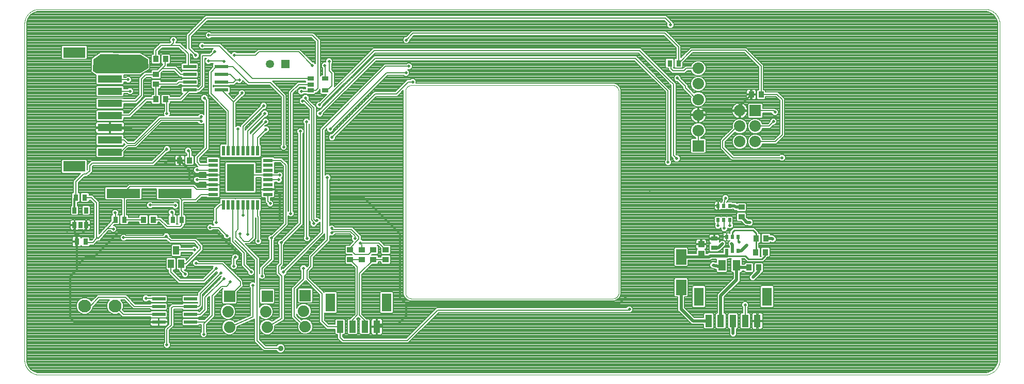
<source format=gtl>
G75*
%MOIN*%
%OFA0B0*%
%FSLAX25Y25*%
%IPPOS*%
%LPD*%
%AMOC8*
5,1,8,0,0,1.08239X$1,22.5*
%
%ADD10C,0.00039*%
%ADD11C,0.00000*%
%ADD12R,0.03937X0.03150*%
%ADD13R,0.03150X0.03937*%
%ADD14R,0.06693X0.09862*%
%ADD15R,0.15748X0.04724*%
%ADD16R,0.14173X0.06693*%
%ADD17R,0.07400X0.07400*%
%ADD18C,0.07400*%
%ADD19R,0.04331X0.07874*%
%ADD20R,0.06299X0.11811*%
%ADD21R,0.03937X0.03937*%
%ADD22R,0.21654X0.05906*%
%ADD23R,0.03543X0.03937*%
%ADD24R,0.03937X0.03543*%
%ADD25C,0.08268*%
%ADD26R,0.08661X0.02362*%
%ADD27R,0.17717X0.17717*%
%ADD28R,0.01969X0.06299*%
%ADD29R,0.06299X0.01969*%
%ADD30R,0.02165X0.02559*%
%ADD31R,0.03937X0.05512*%
%ADD32R,0.03937X0.02756*%
%ADD33R,0.05315X0.05315*%
%ADD34C,0.05315*%
%ADD35R,0.04724X0.07087*%
%ADD36R,0.02756X0.03937*%
%ADD37R,0.07382X0.07382*%
%ADD38C,0.07382*%
%ADD39C,0.00800*%
%ADD40C,0.02000*%
%ADD41C,0.01000*%
%ADD42C,0.01969*%
%ADD43C,0.01200*%
%ADD44C,0.00600*%
%ADD45C,0.00100*%
%ADD46C,0.03543*%
D10*
X0032245Y0014343D02*
X0032245Y0230878D01*
X0032244Y0230878D02*
X0032247Y0231116D01*
X0032255Y0231354D01*
X0032270Y0231591D01*
X0032290Y0231828D01*
X0032316Y0232064D01*
X0032347Y0232300D01*
X0032384Y0232535D01*
X0032427Y0232769D01*
X0032476Y0233002D01*
X0032530Y0233234D01*
X0032590Y0233464D01*
X0032655Y0233693D01*
X0032726Y0233920D01*
X0032802Y0234145D01*
X0032884Y0234368D01*
X0032971Y0234590D01*
X0033063Y0234809D01*
X0033161Y0235026D01*
X0033263Y0235240D01*
X0033371Y0235452D01*
X0033485Y0235662D01*
X0033603Y0235868D01*
X0033726Y0236072D01*
X0033854Y0236272D01*
X0033986Y0236469D01*
X0034124Y0236664D01*
X0034266Y0236854D01*
X0034413Y0237042D01*
X0034564Y0237225D01*
X0034719Y0237405D01*
X0034879Y0237581D01*
X0035043Y0237753D01*
X0035212Y0237922D01*
X0035384Y0238086D01*
X0035560Y0238246D01*
X0035740Y0238401D01*
X0035923Y0238552D01*
X0036111Y0238699D01*
X0036301Y0238841D01*
X0036496Y0238979D01*
X0036693Y0239111D01*
X0036893Y0239239D01*
X0037097Y0239362D01*
X0037303Y0239480D01*
X0037513Y0239594D01*
X0037725Y0239702D01*
X0037939Y0239804D01*
X0038156Y0239902D01*
X0038375Y0239994D01*
X0038597Y0240081D01*
X0038820Y0240163D01*
X0039045Y0240239D01*
X0039272Y0240310D01*
X0039501Y0240375D01*
X0039731Y0240435D01*
X0039963Y0240489D01*
X0040196Y0240538D01*
X0040430Y0240581D01*
X0040665Y0240618D01*
X0040901Y0240649D01*
X0041137Y0240675D01*
X0041374Y0240695D01*
X0041611Y0240710D01*
X0041849Y0240718D01*
X0042087Y0240721D01*
X0042087Y0240720D02*
X0652323Y0240720D01*
X0652323Y0240721D02*
X0652561Y0240718D01*
X0652799Y0240710D01*
X0653036Y0240695D01*
X0653273Y0240675D01*
X0653509Y0240649D01*
X0653745Y0240618D01*
X0653980Y0240581D01*
X0654214Y0240538D01*
X0654447Y0240489D01*
X0654679Y0240435D01*
X0654909Y0240375D01*
X0655138Y0240310D01*
X0655365Y0240239D01*
X0655590Y0240163D01*
X0655813Y0240081D01*
X0656035Y0239994D01*
X0656254Y0239902D01*
X0656471Y0239804D01*
X0656685Y0239702D01*
X0656897Y0239594D01*
X0657107Y0239480D01*
X0657313Y0239362D01*
X0657517Y0239239D01*
X0657717Y0239111D01*
X0657914Y0238979D01*
X0658109Y0238841D01*
X0658299Y0238699D01*
X0658487Y0238552D01*
X0658670Y0238401D01*
X0658850Y0238246D01*
X0659026Y0238086D01*
X0659198Y0237922D01*
X0659367Y0237753D01*
X0659531Y0237581D01*
X0659691Y0237405D01*
X0659846Y0237225D01*
X0659997Y0237042D01*
X0660144Y0236854D01*
X0660286Y0236664D01*
X0660424Y0236469D01*
X0660556Y0236272D01*
X0660684Y0236072D01*
X0660807Y0235868D01*
X0660925Y0235662D01*
X0661039Y0235452D01*
X0661147Y0235240D01*
X0661249Y0235026D01*
X0661347Y0234809D01*
X0661439Y0234590D01*
X0661526Y0234368D01*
X0661608Y0234145D01*
X0661684Y0233920D01*
X0661755Y0233693D01*
X0661820Y0233464D01*
X0661880Y0233234D01*
X0661934Y0233002D01*
X0661983Y0232769D01*
X0662026Y0232535D01*
X0662063Y0232300D01*
X0662094Y0232064D01*
X0662120Y0231828D01*
X0662140Y0231591D01*
X0662155Y0231354D01*
X0662163Y0231116D01*
X0662166Y0230878D01*
X0662166Y0014343D01*
X0662163Y0014105D01*
X0662155Y0013867D01*
X0662140Y0013630D01*
X0662120Y0013393D01*
X0662094Y0013157D01*
X0662063Y0012921D01*
X0662026Y0012686D01*
X0661983Y0012452D01*
X0661934Y0012219D01*
X0661880Y0011987D01*
X0661820Y0011757D01*
X0661755Y0011528D01*
X0661684Y0011301D01*
X0661608Y0011076D01*
X0661526Y0010853D01*
X0661439Y0010631D01*
X0661347Y0010412D01*
X0661249Y0010195D01*
X0661147Y0009981D01*
X0661039Y0009769D01*
X0660925Y0009559D01*
X0660807Y0009353D01*
X0660684Y0009149D01*
X0660556Y0008949D01*
X0660424Y0008752D01*
X0660286Y0008557D01*
X0660144Y0008367D01*
X0659997Y0008179D01*
X0659846Y0007996D01*
X0659691Y0007816D01*
X0659531Y0007640D01*
X0659367Y0007468D01*
X0659198Y0007299D01*
X0659026Y0007135D01*
X0658850Y0006975D01*
X0658670Y0006820D01*
X0658487Y0006669D01*
X0658299Y0006522D01*
X0658109Y0006380D01*
X0657914Y0006242D01*
X0657717Y0006110D01*
X0657517Y0005982D01*
X0657313Y0005859D01*
X0657107Y0005741D01*
X0656897Y0005627D01*
X0656685Y0005519D01*
X0656471Y0005417D01*
X0656254Y0005319D01*
X0656035Y0005227D01*
X0655813Y0005140D01*
X0655590Y0005058D01*
X0655365Y0004982D01*
X0655138Y0004911D01*
X0654909Y0004846D01*
X0654679Y0004786D01*
X0654447Y0004732D01*
X0654214Y0004683D01*
X0653980Y0004640D01*
X0653745Y0004603D01*
X0653509Y0004572D01*
X0653273Y0004546D01*
X0653036Y0004526D01*
X0652799Y0004511D01*
X0652561Y0004503D01*
X0652323Y0004500D01*
X0042087Y0004500D01*
X0041849Y0004503D01*
X0041611Y0004511D01*
X0041374Y0004526D01*
X0041137Y0004546D01*
X0040901Y0004572D01*
X0040665Y0004603D01*
X0040430Y0004640D01*
X0040196Y0004683D01*
X0039963Y0004732D01*
X0039731Y0004786D01*
X0039501Y0004846D01*
X0039272Y0004911D01*
X0039045Y0004982D01*
X0038820Y0005058D01*
X0038597Y0005140D01*
X0038375Y0005227D01*
X0038156Y0005319D01*
X0037939Y0005417D01*
X0037725Y0005519D01*
X0037513Y0005627D01*
X0037303Y0005741D01*
X0037097Y0005859D01*
X0036893Y0005982D01*
X0036693Y0006110D01*
X0036496Y0006242D01*
X0036301Y0006380D01*
X0036111Y0006522D01*
X0035923Y0006669D01*
X0035740Y0006820D01*
X0035560Y0006975D01*
X0035384Y0007135D01*
X0035212Y0007299D01*
X0035043Y0007468D01*
X0034879Y0007640D01*
X0034719Y0007816D01*
X0034564Y0007996D01*
X0034413Y0008179D01*
X0034266Y0008367D01*
X0034124Y0008557D01*
X0033986Y0008752D01*
X0033854Y0008949D01*
X0033726Y0009149D01*
X0033603Y0009353D01*
X0033485Y0009559D01*
X0033371Y0009769D01*
X0033263Y0009981D01*
X0033161Y0010195D01*
X0033063Y0010412D01*
X0032971Y0010631D01*
X0032884Y0010853D01*
X0032802Y0011076D01*
X0032726Y0011301D01*
X0032655Y0011528D01*
X0032590Y0011757D01*
X0032530Y0011987D01*
X0032476Y0012219D01*
X0032427Y0012452D01*
X0032384Y0012686D01*
X0032347Y0012921D01*
X0032316Y0013157D01*
X0032290Y0013393D01*
X0032270Y0013630D01*
X0032255Y0013867D01*
X0032247Y0014105D01*
X0032244Y0014343D01*
D11*
X0278308Y0057650D02*
X0278308Y0187571D01*
X0278310Y0187695D01*
X0278316Y0187818D01*
X0278325Y0187942D01*
X0278339Y0188064D01*
X0278356Y0188187D01*
X0278378Y0188309D01*
X0278403Y0188430D01*
X0278432Y0188550D01*
X0278464Y0188669D01*
X0278501Y0188788D01*
X0278541Y0188905D01*
X0278584Y0189020D01*
X0278632Y0189135D01*
X0278683Y0189247D01*
X0278737Y0189358D01*
X0278795Y0189468D01*
X0278856Y0189575D01*
X0278921Y0189681D01*
X0278989Y0189784D01*
X0279060Y0189885D01*
X0279134Y0189984D01*
X0279211Y0190081D01*
X0279292Y0190175D01*
X0279375Y0190266D01*
X0279461Y0190355D01*
X0279550Y0190441D01*
X0279641Y0190524D01*
X0279735Y0190605D01*
X0279832Y0190682D01*
X0279931Y0190756D01*
X0280032Y0190827D01*
X0280135Y0190895D01*
X0280241Y0190960D01*
X0280348Y0191021D01*
X0280458Y0191079D01*
X0280569Y0191133D01*
X0280681Y0191184D01*
X0280796Y0191232D01*
X0280911Y0191275D01*
X0281028Y0191315D01*
X0281147Y0191352D01*
X0281266Y0191384D01*
X0281386Y0191413D01*
X0281507Y0191438D01*
X0281629Y0191460D01*
X0281752Y0191477D01*
X0281874Y0191491D01*
X0281998Y0191500D01*
X0282121Y0191506D01*
X0282245Y0191508D01*
X0412166Y0191508D01*
X0412290Y0191506D01*
X0412413Y0191500D01*
X0412537Y0191491D01*
X0412659Y0191477D01*
X0412782Y0191460D01*
X0412904Y0191438D01*
X0413025Y0191413D01*
X0413145Y0191384D01*
X0413264Y0191352D01*
X0413383Y0191315D01*
X0413500Y0191275D01*
X0413615Y0191232D01*
X0413730Y0191184D01*
X0413842Y0191133D01*
X0413953Y0191079D01*
X0414063Y0191021D01*
X0414170Y0190960D01*
X0414276Y0190895D01*
X0414379Y0190827D01*
X0414480Y0190756D01*
X0414579Y0190682D01*
X0414676Y0190605D01*
X0414770Y0190524D01*
X0414861Y0190441D01*
X0414950Y0190355D01*
X0415036Y0190266D01*
X0415119Y0190175D01*
X0415200Y0190081D01*
X0415277Y0189984D01*
X0415351Y0189885D01*
X0415422Y0189784D01*
X0415490Y0189681D01*
X0415555Y0189575D01*
X0415616Y0189468D01*
X0415674Y0189358D01*
X0415728Y0189247D01*
X0415779Y0189135D01*
X0415827Y0189020D01*
X0415870Y0188905D01*
X0415910Y0188788D01*
X0415947Y0188669D01*
X0415979Y0188550D01*
X0416008Y0188430D01*
X0416033Y0188309D01*
X0416055Y0188187D01*
X0416072Y0188064D01*
X0416086Y0187942D01*
X0416095Y0187818D01*
X0416101Y0187695D01*
X0416103Y0187571D01*
X0416103Y0057650D01*
X0416101Y0057526D01*
X0416095Y0057403D01*
X0416086Y0057279D01*
X0416072Y0057157D01*
X0416055Y0057034D01*
X0416033Y0056912D01*
X0416008Y0056791D01*
X0415979Y0056671D01*
X0415947Y0056552D01*
X0415910Y0056433D01*
X0415870Y0056316D01*
X0415827Y0056201D01*
X0415779Y0056086D01*
X0415728Y0055974D01*
X0415674Y0055863D01*
X0415616Y0055753D01*
X0415555Y0055646D01*
X0415490Y0055540D01*
X0415422Y0055437D01*
X0415351Y0055336D01*
X0415277Y0055237D01*
X0415200Y0055140D01*
X0415119Y0055046D01*
X0415036Y0054955D01*
X0414950Y0054866D01*
X0414861Y0054780D01*
X0414770Y0054697D01*
X0414676Y0054616D01*
X0414579Y0054539D01*
X0414480Y0054465D01*
X0414379Y0054394D01*
X0414276Y0054326D01*
X0414170Y0054261D01*
X0414063Y0054200D01*
X0413953Y0054142D01*
X0413842Y0054088D01*
X0413730Y0054037D01*
X0413615Y0053989D01*
X0413500Y0053946D01*
X0413383Y0053906D01*
X0413264Y0053869D01*
X0413145Y0053837D01*
X0413025Y0053808D01*
X0412904Y0053783D01*
X0412782Y0053761D01*
X0412659Y0053744D01*
X0412537Y0053730D01*
X0412413Y0053721D01*
X0412290Y0053715D01*
X0412166Y0053713D01*
X0282245Y0053713D01*
X0282121Y0053715D01*
X0281998Y0053721D01*
X0281874Y0053730D01*
X0281752Y0053744D01*
X0281629Y0053761D01*
X0281507Y0053783D01*
X0281386Y0053808D01*
X0281266Y0053837D01*
X0281147Y0053869D01*
X0281028Y0053906D01*
X0280911Y0053946D01*
X0280796Y0053989D01*
X0280681Y0054037D01*
X0280569Y0054088D01*
X0280458Y0054142D01*
X0280348Y0054200D01*
X0280241Y0054261D01*
X0280135Y0054326D01*
X0280032Y0054394D01*
X0279931Y0054465D01*
X0279832Y0054539D01*
X0279735Y0054616D01*
X0279641Y0054697D01*
X0279550Y0054780D01*
X0279461Y0054866D01*
X0279375Y0054955D01*
X0279292Y0055046D01*
X0279211Y0055140D01*
X0279134Y0055237D01*
X0279060Y0055336D01*
X0278989Y0055437D01*
X0278921Y0055540D01*
X0278856Y0055646D01*
X0278795Y0055753D01*
X0278737Y0055863D01*
X0278683Y0055974D01*
X0278632Y0056086D01*
X0278584Y0056201D01*
X0278541Y0056316D01*
X0278501Y0056433D01*
X0278464Y0056552D01*
X0278432Y0056671D01*
X0278403Y0056791D01*
X0278378Y0056912D01*
X0278356Y0057034D01*
X0278339Y0057157D01*
X0278325Y0057279D01*
X0278316Y0057403D01*
X0278310Y0057526D01*
X0278308Y0057650D01*
D12*
X0477763Y0086702D03*
X0477763Y0092411D03*
D13*
X0454699Y0205700D03*
X0448990Y0205700D03*
X0133699Y0104700D03*
X0127990Y0104700D03*
X0096699Y0104700D03*
X0090990Y0104700D03*
X0071699Y0090500D03*
X0065990Y0090500D03*
X0065490Y0119000D03*
X0071199Y0119000D03*
D14*
X0456345Y0080643D03*
X0456345Y0060957D03*
D15*
X0087545Y0148341D03*
X0087545Y0156215D03*
X0087545Y0164089D03*
X0087545Y0171963D03*
X0087545Y0179837D03*
X0087545Y0187711D03*
X0087545Y0195585D03*
X0087545Y0203459D03*
D16*
X0064513Y0212711D03*
X0064513Y0139089D03*
D17*
X0213545Y0055700D03*
X0189045Y0055300D03*
X0164645Y0055300D03*
D18*
X0163645Y0045300D03*
X0164645Y0035300D03*
X0189045Y0035300D03*
X0188045Y0045300D03*
X0212545Y0045700D03*
X0213545Y0035700D03*
D19*
X0236234Y0035550D03*
X0244108Y0035550D03*
X0251982Y0035550D03*
X0259856Y0035550D03*
X0474097Y0039300D03*
X0481971Y0039300D03*
X0489845Y0039300D03*
X0497719Y0039300D03*
X0505593Y0039300D03*
D20*
X0511892Y0055048D03*
X0467797Y0055048D03*
X0266155Y0051298D03*
X0229934Y0051298D03*
D21*
X0469324Y0082535D03*
X0469324Y0088835D03*
D22*
X0129577Y0121700D03*
X0096112Y0121700D03*
D23*
X0109195Y0104700D03*
X0115494Y0104700D03*
X0132595Y0143000D03*
X0138894Y0143000D03*
X0123394Y0182500D03*
X0117095Y0182500D03*
X0117095Y0208500D03*
X0123394Y0208500D03*
X0501695Y0185500D03*
X0507994Y0185500D03*
X0511113Y0092735D03*
X0504814Y0092735D03*
X0504541Y0083656D03*
X0510840Y0083656D03*
X0506552Y0073839D03*
X0500252Y0073839D03*
D24*
X0495345Y0106450D03*
X0495345Y0112750D03*
X0265545Y0085250D03*
X0257545Y0085250D03*
X0250045Y0085250D03*
X0242545Y0085250D03*
X0242545Y0078950D03*
X0250045Y0078950D03*
X0257545Y0078950D03*
X0265545Y0078950D03*
X0117245Y0192350D03*
X0117245Y0198650D03*
D25*
X0090737Y0049050D03*
X0071052Y0049050D03*
D26*
X0119108Y0048600D03*
X0119108Y0043600D03*
X0119108Y0038600D03*
X0139581Y0038600D03*
X0139581Y0043600D03*
X0139581Y0048600D03*
X0139581Y0053600D03*
X0119108Y0053600D03*
X0139008Y0188500D03*
X0139008Y0193500D03*
X0139008Y0198500D03*
X0139008Y0203500D03*
X0159481Y0203500D03*
X0159481Y0198500D03*
X0159481Y0193500D03*
X0159481Y0188500D03*
D27*
X0171795Y0132000D03*
D28*
X0173369Y0114283D03*
X0170220Y0114283D03*
X0166676Y0114283D03*
X0163921Y0114283D03*
X0160771Y0114283D03*
X0176519Y0114283D03*
X0179669Y0114283D03*
X0182818Y0114283D03*
X0182818Y0149323D03*
X0179669Y0149323D03*
X0176519Y0149323D03*
X0173369Y0149323D03*
X0170220Y0149323D03*
X0167070Y0149323D03*
X0163921Y0149323D03*
X0160771Y0149323D03*
D29*
X0154078Y0143024D03*
X0154078Y0139874D03*
X0154078Y0136724D03*
X0154078Y0133575D03*
X0154078Y0130425D03*
X0154078Y0127276D03*
X0154078Y0124126D03*
X0154078Y0120976D03*
X0189511Y0120976D03*
X0189511Y0124126D03*
X0189511Y0127276D03*
X0189511Y0130425D03*
X0189511Y0133575D03*
X0189511Y0136724D03*
X0189511Y0139874D03*
X0189511Y0143024D03*
D30*
X0480204Y0113726D03*
X0483945Y0113726D03*
X0487685Y0113726D03*
X0487685Y0104474D03*
X0483945Y0104474D03*
X0480204Y0104474D03*
X0485822Y0093679D03*
X0489562Y0093679D03*
X0493302Y0093679D03*
X0493302Y0084427D03*
X0489562Y0084427D03*
X0485822Y0084427D03*
D31*
X0133591Y0076169D03*
X0126898Y0076169D03*
X0130245Y0084831D03*
D32*
X0217020Y0188260D03*
X0217020Y0192000D03*
X0217020Y0195740D03*
X0226469Y0195740D03*
X0226469Y0188260D03*
D33*
X0200795Y0205400D03*
D34*
X0190795Y0205400D03*
D35*
X0482720Y0075306D03*
X0492169Y0075306D03*
D36*
X0072085Y0101276D03*
X0068345Y0101276D03*
X0064604Y0101276D03*
X0064604Y0110724D03*
X0072085Y0110724D03*
D37*
X0467445Y0152300D03*
X0504245Y0175100D03*
D38*
X0494245Y0175100D03*
X0494245Y0165100D03*
X0504245Y0165100D03*
X0504245Y0155100D03*
X0494245Y0155100D03*
X0467445Y0162339D03*
X0467445Y0172339D03*
X0467445Y0182339D03*
X0467445Y0192457D03*
X0467445Y0202457D03*
D39*
X0459802Y0202457D01*
X0458245Y0200900D01*
X0451045Y0200900D01*
X0449645Y0202300D01*
X0449645Y0205046D01*
X0448990Y0205700D01*
X0446215Y0205725D02*
X0440032Y0205725D01*
X0439234Y0206523D02*
X0446215Y0206523D01*
X0446215Y0207322D02*
X0438435Y0207322D01*
X0437637Y0208120D02*
X0446215Y0208120D01*
X0446215Y0208166D02*
X0446215Y0203234D01*
X0446918Y0202531D01*
X0448045Y0202531D01*
X0443227Y0202531D01*
X0444025Y0201732D02*
X0448045Y0201732D01*
X0448045Y0201637D02*
X0448982Y0200700D01*
X0450382Y0199300D01*
X0458907Y0199300D01*
X0459845Y0200237D01*
X0460465Y0200857D01*
X0462813Y0200857D01*
X0463298Y0199687D01*
X0464674Y0198311D01*
X0466472Y0197567D01*
X0468417Y0197567D01*
X0470215Y0198311D01*
X0471591Y0199687D01*
X0472336Y0201485D01*
X0472336Y0203430D01*
X0471591Y0205228D01*
X0470215Y0206604D01*
X0468417Y0207348D01*
X0466472Y0207348D01*
X0464674Y0206604D01*
X0463298Y0205228D01*
X0462813Y0204057D01*
X0459139Y0204057D01*
X0457582Y0202500D01*
X0451707Y0202500D01*
X0451369Y0202838D01*
X0451765Y0203234D01*
X0451765Y0208166D01*
X0451062Y0208868D01*
X0446918Y0208868D01*
X0446215Y0208166D01*
X0446215Y0204926D02*
X0440831Y0204926D01*
X0441629Y0204128D02*
X0446215Y0204128D01*
X0446215Y0203329D02*
X0442428Y0203329D01*
X0440298Y0200934D02*
X0437074Y0200934D01*
X0437872Y0200135D02*
X0441097Y0200135D01*
X0441895Y0199337D02*
X0438671Y0199337D01*
X0439469Y0198538D02*
X0442694Y0198538D01*
X0443492Y0197740D02*
X0440268Y0197740D01*
X0441066Y0196941D02*
X0444291Y0196941D01*
X0445089Y0196143D02*
X0441865Y0196143D01*
X0442663Y0195344D02*
X0445888Y0195344D01*
X0446686Y0194546D02*
X0443462Y0194546D01*
X0444260Y0193747D02*
X0447485Y0193747D01*
X0447645Y0193587D02*
X0448582Y0192650D01*
X0448632Y0192650D01*
X0449845Y0191437D01*
X0449845Y0145570D01*
X0451304Y0144110D01*
X0451304Y0143352D01*
X0452593Y0142064D01*
X0454416Y0142064D01*
X0455704Y0143352D01*
X0455704Y0145175D01*
X0454416Y0146464D01*
X0453476Y0146464D01*
X0453045Y0146895D01*
X0453045Y0192763D01*
X0452107Y0193700D01*
X0449957Y0195850D01*
X0449907Y0195850D01*
X0430157Y0215600D01*
X0257332Y0215600D01*
X0256395Y0214663D01*
X0232445Y0190713D01*
X0232445Y0199763D01*
X0231507Y0200700D01*
X0230645Y0201563D01*
X0230645Y0205389D01*
X0231245Y0205989D01*
X0231245Y0207811D01*
X0229956Y0209100D01*
X0228133Y0209100D01*
X0226845Y0207811D01*
X0226845Y0206450D01*
X0225333Y0206450D01*
X0224045Y0205161D01*
X0224045Y0203339D01*
X0224869Y0202514D01*
X0224869Y0198318D01*
X0224003Y0198318D01*
X0223345Y0197659D01*
X0223345Y0220913D01*
X0219845Y0224413D01*
X0218907Y0225350D01*
X0152756Y0225350D01*
X0152156Y0225950D01*
X0150333Y0225950D01*
X0149045Y0224661D01*
X0149045Y0222839D01*
X0150333Y0221550D01*
X0152156Y0221550D01*
X0152756Y0222150D01*
X0217582Y0222150D01*
X0220145Y0219587D01*
X0220145Y0205461D01*
X0219156Y0206450D01*
X0218307Y0206450D01*
X0210057Y0214700D01*
X0182982Y0214700D01*
X0182045Y0213763D01*
X0180782Y0212500D01*
X0169356Y0212500D01*
X0168756Y0213100D01*
X0166933Y0213100D01*
X0165670Y0211837D01*
X0159845Y0217663D01*
X0158907Y0218600D01*
X0148506Y0218600D01*
X0147906Y0219200D01*
X0146083Y0219200D01*
X0144795Y0217911D01*
X0144795Y0216089D01*
X0146083Y0214800D01*
X0147906Y0214800D01*
X0148506Y0215400D01*
X0154233Y0215400D01*
X0153045Y0214211D01*
X0153045Y0213363D01*
X0151782Y0212100D01*
X0146582Y0212100D01*
X0145645Y0211163D01*
X0145645Y0191663D01*
X0144350Y0190368D01*
X0143836Y0190881D01*
X0134181Y0190881D01*
X0133478Y0190178D01*
X0133478Y0186822D01*
X0134181Y0186119D01*
X0134365Y0186119D01*
X0132346Y0184100D01*
X0126366Y0184100D01*
X0126366Y0184966D01*
X0125663Y0185668D01*
X0121125Y0185668D01*
X0120423Y0184966D01*
X0120423Y0180034D01*
X0121125Y0179331D01*
X0122645Y0179331D01*
X0122645Y0174811D01*
X0122045Y0174211D01*
X0122045Y0172389D01*
X0122533Y0171900D01*
X0119133Y0171900D01*
X0118255Y0171021D01*
X0102733Y0155500D01*
X0099266Y0155500D01*
X0097051Y0157715D01*
X0096619Y0157715D01*
X0096619Y0159074D01*
X0095916Y0159777D01*
X0079174Y0159777D01*
X0078471Y0159074D01*
X0078471Y0153356D01*
X0079174Y0152653D01*
X0095916Y0152653D01*
X0096619Y0153356D01*
X0096619Y0153905D01*
X0097145Y0153379D01*
X0097223Y0153300D01*
X0097145Y0153221D01*
X0095826Y0151903D01*
X0079174Y0151903D01*
X0078471Y0151200D01*
X0078471Y0145482D01*
X0079174Y0144779D01*
X0095916Y0144779D01*
X0096619Y0145482D01*
X0096619Y0148453D01*
X0099266Y0151100D01*
X0104556Y0151100D01*
X0120956Y0167500D01*
X0144245Y0167500D01*
X0144245Y0167389D01*
X0145533Y0166100D01*
X0147356Y0166100D01*
X0148145Y0166889D01*
X0148145Y0151413D01*
X0142145Y0145413D01*
X0142145Y0141087D01*
X0143082Y0140150D01*
X0144282Y0138950D01*
X0142833Y0138950D01*
X0141545Y0137661D01*
X0141545Y0135839D01*
X0142833Y0134550D01*
X0144656Y0134550D01*
X0145230Y0135124D01*
X0149638Y0135124D01*
X0149624Y0135099D01*
X0149528Y0134743D01*
X0149528Y0133667D01*
X0153986Y0133667D01*
X0153986Y0133483D01*
X0149528Y0133483D01*
X0149528Y0132406D01*
X0149624Y0132050D01*
X0149638Y0132025D01*
X0145331Y0132025D01*
X0144656Y0132700D01*
X0142833Y0132700D01*
X0141545Y0131411D01*
X0141545Y0129589D01*
X0142833Y0128300D01*
X0144656Y0128300D01*
X0145181Y0128825D01*
X0149638Y0128825D01*
X0149624Y0128800D01*
X0149528Y0128444D01*
X0149528Y0127368D01*
X0153986Y0127368D01*
X0153986Y0127183D01*
X0149528Y0127183D01*
X0149528Y0126107D01*
X0149624Y0125751D01*
X0149638Y0125726D01*
X0144081Y0125726D01*
X0143045Y0126763D01*
X0142107Y0127700D01*
X0099850Y0127700D01*
X0098002Y0125853D01*
X0084788Y0125853D01*
X0084086Y0125150D01*
X0084086Y0118250D01*
X0084788Y0117547D01*
X0095099Y0117547D01*
X0095099Y0107868D01*
X0094627Y0107868D01*
X0093924Y0107166D01*
X0093924Y0102234D01*
X0094627Y0101531D01*
X0098771Y0101531D01*
X0099474Y0102234D01*
X0099474Y0103100D01*
X0106223Y0103100D01*
X0106223Y0102234D01*
X0106926Y0101531D01*
X0111464Y0101531D01*
X0112167Y0102234D01*
X0112167Y0107166D01*
X0111464Y0107868D01*
X0106926Y0107868D01*
X0106223Y0107166D01*
X0106223Y0106300D01*
X0099474Y0106300D01*
X0099474Y0107166D01*
X0098771Y0107868D01*
X0098299Y0107868D01*
X0098299Y0117547D01*
X0107436Y0117547D01*
X0108139Y0118250D01*
X0108139Y0124500D01*
X0117550Y0124500D01*
X0117550Y0118250D01*
X0118253Y0117547D01*
X0131467Y0117547D01*
X0132099Y0116915D01*
X0132099Y0107868D01*
X0131627Y0107868D01*
X0130924Y0107166D01*
X0130924Y0102234D01*
X0131359Y0101800D01*
X0130331Y0101800D01*
X0130765Y0102234D01*
X0130765Y0107166D01*
X0130062Y0107868D01*
X0129590Y0107868D01*
X0129590Y0108534D01*
X0129645Y0108589D01*
X0129645Y0110411D01*
X0128356Y0111700D01*
X0126533Y0111700D01*
X0125245Y0110411D01*
X0125245Y0108589D01*
X0125965Y0107868D01*
X0125918Y0107868D01*
X0125215Y0107166D01*
X0125215Y0102234D01*
X0125650Y0101800D01*
X0125007Y0101800D01*
X0120507Y0106300D01*
X0118466Y0106300D01*
X0118466Y0107166D01*
X0117763Y0107868D01*
X0113225Y0107868D01*
X0112523Y0107166D01*
X0112523Y0102234D01*
X0113225Y0101531D01*
X0117763Y0101531D01*
X0118466Y0102234D01*
X0118466Y0103100D01*
X0119182Y0103100D01*
X0122745Y0099537D01*
X0123682Y0098600D01*
X0133507Y0098600D01*
X0134507Y0099600D01*
X0135445Y0100537D01*
X0135445Y0101531D01*
X0135771Y0101531D01*
X0136474Y0102234D01*
X0136474Y0107166D01*
X0135771Y0107868D01*
X0135299Y0107868D01*
X0135299Y0115900D01*
X0143307Y0115900D01*
X0144245Y0116837D01*
X0146784Y0119376D01*
X0149847Y0119376D01*
X0150431Y0118792D01*
X0157725Y0118792D01*
X0158428Y0119495D01*
X0158428Y0122458D01*
X0158334Y0122551D01*
X0158428Y0122645D01*
X0158428Y0125570D01*
X0158532Y0125751D01*
X0158628Y0126107D01*
X0158628Y0127183D01*
X0154170Y0127183D01*
X0154170Y0127368D01*
X0158628Y0127368D01*
X0158628Y0128444D01*
X0158532Y0128800D01*
X0158428Y0128981D01*
X0158428Y0131869D01*
X0158532Y0132050D01*
X0158628Y0132406D01*
X0158628Y0133483D01*
X0154170Y0133483D01*
X0154170Y0133667D01*
X0158628Y0133667D01*
X0158628Y0134743D01*
X0158532Y0135099D01*
X0158428Y0135281D01*
X0158428Y0138206D01*
X0158334Y0138299D01*
X0158428Y0138393D01*
X0158428Y0141355D01*
X0158334Y0141449D01*
X0158428Y0141542D01*
X0158428Y0144505D01*
X0157725Y0145208D01*
X0150431Y0145208D01*
X0149728Y0144505D01*
X0149728Y0141542D01*
X0149797Y0141474D01*
X0146283Y0141474D01*
X0145345Y0142413D01*
X0145345Y0144087D01*
X0150407Y0149150D01*
X0151345Y0150087D01*
X0151345Y0182663D01*
X0150695Y0183313D01*
X0150695Y0184161D01*
X0149406Y0185450D01*
X0147583Y0185450D01*
X0146295Y0184161D01*
X0146295Y0182339D01*
X0147583Y0181050D01*
X0148145Y0181050D01*
X0148145Y0172511D01*
X0147356Y0173300D01*
X0145533Y0173300D01*
X0144245Y0172011D01*
X0144245Y0171900D01*
X0125956Y0171900D01*
X0126445Y0172389D01*
X0126445Y0174211D01*
X0125845Y0174811D01*
X0125845Y0179513D01*
X0126366Y0180034D01*
X0126366Y0180900D01*
X0133671Y0180900D01*
X0138890Y0186119D01*
X0143836Y0186119D01*
X0144539Y0186822D01*
X0144539Y0186900D01*
X0145407Y0186900D01*
X0146345Y0187837D01*
X0148845Y0190337D01*
X0148845Y0208900D01*
X0149733Y0208900D01*
X0148845Y0208011D01*
X0148845Y0206189D01*
X0150133Y0204900D01*
X0151956Y0204900D01*
X0152556Y0205500D01*
X0154272Y0205500D01*
X0153950Y0205178D01*
X0153950Y0203468D01*
X0151982Y0201500D01*
X0151045Y0200563D01*
X0151045Y0185637D01*
X0151982Y0184700D01*
X0162321Y0174361D01*
X0162321Y0153604D01*
X0162252Y0153672D01*
X0159290Y0153672D01*
X0158587Y0152969D01*
X0158587Y0145676D01*
X0159290Y0144973D01*
X0162252Y0144973D01*
X0162346Y0145067D01*
X0162439Y0144973D01*
X0165402Y0144973D01*
X0165495Y0145067D01*
X0165589Y0144973D01*
X0168551Y0144973D01*
X0168645Y0145067D01*
X0168738Y0144973D01*
X0171701Y0144973D01*
X0171795Y0145067D01*
X0171888Y0144973D01*
X0174851Y0144973D01*
X0174944Y0145067D01*
X0175038Y0144973D01*
X0178000Y0144973D01*
X0178094Y0145067D01*
X0178187Y0144973D01*
X0181150Y0144973D01*
X0181243Y0145067D01*
X0181337Y0144973D01*
X0184300Y0144973D01*
X0185002Y0145676D01*
X0185002Y0152969D01*
X0184418Y0153554D01*
X0184418Y0156911D01*
X0188307Y0160800D01*
X0189156Y0160800D01*
X0190445Y0162089D01*
X0190445Y0163911D01*
X0189156Y0165200D01*
X0187457Y0165200D01*
X0188057Y0165800D01*
X0188906Y0165800D01*
X0190195Y0167089D01*
X0190195Y0168911D01*
X0188906Y0170200D01*
X0187083Y0170200D01*
X0185795Y0168911D01*
X0185795Y0168063D01*
X0178119Y0160387D01*
X0178119Y0161362D01*
X0187807Y0171050D01*
X0188406Y0171050D01*
X0189695Y0172339D01*
X0189695Y0174161D01*
X0188406Y0175450D01*
X0186583Y0175450D01*
X0185295Y0174161D01*
X0185295Y0173063D01*
X0175856Y0163624D01*
X0174969Y0162738D01*
X0174969Y0164212D01*
X0186807Y0176050D01*
X0187656Y0176050D01*
X0188945Y0177339D01*
X0188945Y0179161D01*
X0187656Y0180450D01*
X0185833Y0180450D01*
X0184545Y0179161D01*
X0184545Y0178313D01*
X0172707Y0166475D01*
X0172707Y0166475D01*
X0171769Y0165538D01*
X0171769Y0164886D01*
X0171156Y0165500D01*
X0169333Y0165500D01*
X0168670Y0164837D01*
X0168670Y0179837D01*
X0173133Y0184300D01*
X0173556Y0184300D01*
X0174845Y0185589D01*
X0174845Y0187411D01*
X0173556Y0188700D01*
X0171733Y0188700D01*
X0170445Y0187411D01*
X0170445Y0186137D01*
X0167276Y0182968D01*
X0164125Y0186119D01*
X0164309Y0186119D01*
X0165012Y0186822D01*
X0165012Y0190178D01*
X0164309Y0190881D01*
X0154653Y0190881D01*
X0154245Y0190473D01*
X0154245Y0191527D01*
X0154653Y0191119D01*
X0164309Y0191119D01*
X0164840Y0191650D01*
X0167907Y0191650D01*
X0168845Y0192587D01*
X0169407Y0193150D01*
X0169483Y0193150D01*
X0170083Y0192550D01*
X0171906Y0192550D01*
X0173195Y0193839D01*
X0173195Y0194687D01*
X0176382Y0191500D01*
X0190582Y0191500D01*
X0198045Y0184037D01*
X0198045Y0153211D01*
X0197445Y0152611D01*
X0197445Y0150789D01*
X0198733Y0149500D01*
X0200556Y0149500D01*
X0201845Y0150789D01*
X0201845Y0152611D01*
X0201245Y0153211D01*
X0201245Y0185363D01*
X0192845Y0193763D01*
X0192467Y0194140D01*
X0213852Y0194140D01*
X0213852Y0193600D01*
X0208682Y0193600D01*
X0202645Y0187563D01*
X0202645Y0110161D01*
X0202595Y0110111D01*
X0202595Y0140663D01*
X0201657Y0141600D01*
X0198634Y0144624D01*
X0193742Y0144624D01*
X0193158Y0145208D01*
X0185864Y0145208D01*
X0185162Y0144505D01*
X0185162Y0141542D01*
X0185255Y0141449D01*
X0185162Y0141355D01*
X0185162Y0138393D01*
X0185255Y0138299D01*
X0185162Y0138206D01*
X0185162Y0135243D01*
X0185230Y0135175D01*
X0181853Y0135175D01*
X0181853Y0141355D01*
X0181150Y0142058D01*
X0162439Y0142058D01*
X0161736Y0141355D01*
X0161736Y0122645D01*
X0162439Y0121942D01*
X0181150Y0121942D01*
X0181853Y0122645D01*
X0181853Y0131975D01*
X0185230Y0131975D01*
X0185162Y0131906D01*
X0185162Y0128944D01*
X0185255Y0128850D01*
X0185162Y0128757D01*
X0185162Y0125832D01*
X0185057Y0125651D01*
X0184962Y0125295D01*
X0184962Y0124218D01*
X0189419Y0124218D01*
X0189419Y0124034D01*
X0184962Y0124034D01*
X0184962Y0122957D01*
X0185057Y0122601D01*
X0185162Y0122420D01*
X0185162Y0119495D01*
X0185864Y0118792D01*
X0187911Y0118792D01*
X0187911Y0115971D01*
X0188845Y0115037D01*
X0188845Y0114189D01*
X0190133Y0112900D01*
X0191956Y0112900D01*
X0193245Y0114189D01*
X0193245Y0116011D01*
X0191956Y0117300D01*
X0191111Y0117300D01*
X0191111Y0118792D01*
X0193158Y0118792D01*
X0193861Y0119495D01*
X0193861Y0122420D01*
X0193965Y0122601D01*
X0194061Y0122957D01*
X0194061Y0124034D01*
X0189603Y0124034D01*
X0189603Y0124218D01*
X0194061Y0124218D01*
X0194061Y0125295D01*
X0193965Y0125651D01*
X0193861Y0125832D01*
X0193861Y0128757D01*
X0193767Y0128850D01*
X0193801Y0128884D01*
X0195103Y0128884D01*
X0195703Y0128284D01*
X0197526Y0128284D01*
X0198815Y0129573D01*
X0198815Y0131396D01*
X0198490Y0131721D01*
X0199295Y0132526D01*
X0199295Y0134348D01*
X0198006Y0135637D01*
X0196183Y0135637D01*
X0195583Y0135037D01*
X0193861Y0135037D01*
X0193861Y0135056D01*
X0193767Y0135150D01*
X0193861Y0135243D01*
X0193861Y0138206D01*
X0193767Y0138299D01*
X0193861Y0138393D01*
X0193861Y0141355D01*
X0193792Y0141424D01*
X0197308Y0141424D01*
X0199395Y0139337D01*
X0199395Y0102663D01*
X0191682Y0094950D01*
X0190833Y0094950D01*
X0189545Y0093661D01*
X0189545Y0091839D01*
X0190145Y0091239D01*
X0190145Y0080063D01*
X0184982Y0074900D01*
X0184045Y0073963D01*
X0184045Y0069811D01*
X0184045Y0079963D01*
X0183107Y0080900D01*
X0174907Y0089100D01*
X0177907Y0089100D01*
X0180507Y0091700D01*
X0181445Y0092637D01*
X0181445Y0106037D01*
X0181645Y0105837D01*
X0181645Y0092411D01*
X0181045Y0091811D01*
X0181045Y0089989D01*
X0182333Y0088700D01*
X0184156Y0088700D01*
X0185445Y0089989D01*
X0185445Y0091811D01*
X0184845Y0092411D01*
X0184845Y0107163D01*
X0184445Y0107563D01*
X0184445Y0110079D01*
X0185002Y0110637D01*
X0185002Y0117930D01*
X0184300Y0118633D01*
X0181337Y0118633D01*
X0181243Y0118540D01*
X0181150Y0118633D01*
X0178187Y0118633D01*
X0178094Y0118540D01*
X0178000Y0118633D01*
X0175038Y0118633D01*
X0174944Y0118540D01*
X0174851Y0118633D01*
X0171888Y0118633D01*
X0171795Y0118540D01*
X0171701Y0118633D01*
X0168738Y0118633D01*
X0168448Y0118343D01*
X0168158Y0118633D01*
X0162439Y0118633D01*
X0162346Y0118540D01*
X0162252Y0118633D01*
X0159290Y0118633D01*
X0158587Y0117930D01*
X0158587Y0115700D01*
X0157982Y0115700D01*
X0157045Y0114763D01*
X0154395Y0112113D01*
X0154395Y0104511D01*
X0153795Y0103911D01*
X0153795Y0102089D01*
X0154583Y0101300D01*
X0153756Y0101300D01*
X0153156Y0101900D01*
X0151333Y0101900D01*
X0150045Y0100611D01*
X0150045Y0098789D01*
X0151333Y0097500D01*
X0153156Y0097500D01*
X0153756Y0098100D01*
X0156982Y0098100D01*
X0160845Y0094237D01*
X0160845Y0093389D01*
X0162133Y0092100D01*
X0163956Y0092100D01*
X0165045Y0093189D01*
X0165045Y0089837D01*
X0165982Y0088900D01*
X0172445Y0082437D01*
X0172445Y0074837D01*
X0173382Y0073900D01*
X0176445Y0070837D01*
X0176445Y0069989D01*
X0177733Y0068700D01*
X0179556Y0068700D01*
X0180845Y0069989D01*
X0180845Y0071811D01*
X0179556Y0073100D01*
X0178707Y0073100D01*
X0175645Y0076163D01*
X0175645Y0083763D01*
X0168245Y0091163D01*
X0168245Y0091237D01*
X0180845Y0078637D01*
X0180845Y0064211D01*
X0180556Y0064500D01*
X0178733Y0064500D01*
X0177445Y0063211D01*
X0177445Y0061389D01*
X0178045Y0060789D01*
X0178045Y0042850D01*
X0168263Y0038612D01*
X0167420Y0039454D01*
X0165619Y0040200D01*
X0163670Y0040200D01*
X0161869Y0039454D01*
X0160491Y0038076D01*
X0159745Y0036275D01*
X0159745Y0034325D01*
X0160491Y0032524D01*
X0161869Y0031146D01*
X0163670Y0030400D01*
X0165619Y0030400D01*
X0167420Y0031146D01*
X0168799Y0032524D01*
X0169545Y0034325D01*
X0169545Y0035680D01*
X0179976Y0040200D01*
X0180307Y0040200D01*
X0180560Y0040453D01*
X0180845Y0040576D01*
X0180845Y0026037D01*
X0185845Y0021037D01*
X0186782Y0020100D01*
X0195091Y0020100D01*
X0195125Y0020017D01*
X0195961Y0019181D01*
X0197053Y0018728D01*
X0198236Y0018728D01*
X0199328Y0019181D01*
X0200164Y0020017D01*
X0200616Y0021109D01*
X0200616Y0022291D01*
X0200164Y0023383D01*
X0199328Y0024219D01*
X0198236Y0024672D01*
X0197053Y0024672D01*
X0195961Y0024219D01*
X0195125Y0023383D01*
X0195091Y0023300D01*
X0188107Y0023300D01*
X0184045Y0027363D01*
X0184045Y0042370D01*
X0185269Y0041146D01*
X0187070Y0040400D01*
X0189019Y0040400D01*
X0190820Y0041146D01*
X0192199Y0042524D01*
X0192945Y0044325D01*
X0192945Y0046275D01*
X0192199Y0048076D01*
X0190820Y0049454D01*
X0189019Y0050200D01*
X0187070Y0050200D01*
X0185269Y0049454D01*
X0184045Y0048230D01*
X0184045Y0066789D01*
X0184733Y0066100D01*
X0186556Y0066100D01*
X0187845Y0067389D01*
X0187845Y0069211D01*
X0187245Y0069811D01*
X0187245Y0072637D01*
X0193345Y0078737D01*
X0193345Y0091239D01*
X0193945Y0091839D01*
X0193945Y0092687D01*
X0202595Y0101337D01*
X0202595Y0107189D01*
X0203333Y0106450D01*
X0205156Y0106450D01*
X0206445Y0107739D01*
X0206445Y0109561D01*
X0205845Y0110161D01*
X0205845Y0186237D01*
X0210007Y0190400D01*
X0213852Y0190400D01*
X0213852Y0189100D01*
X0212556Y0189100D01*
X0211956Y0189700D01*
X0210133Y0189700D01*
X0208845Y0188411D01*
X0208845Y0186589D01*
X0210133Y0185300D01*
X0211956Y0185300D01*
X0212556Y0185900D01*
X0214337Y0185900D01*
X0214555Y0185682D01*
X0219486Y0185682D01*
X0220189Y0186385D01*
X0220189Y0186660D01*
X0221167Y0186660D01*
X0222407Y0187900D01*
X0223301Y0188793D01*
X0223301Y0186385D01*
X0224003Y0185682D01*
X0227414Y0185682D01*
X0222682Y0180950D01*
X0221833Y0180950D01*
X0220545Y0179661D01*
X0220545Y0177839D01*
X0221833Y0176550D01*
X0223656Y0176550D01*
X0224945Y0177839D01*
X0224945Y0178687D01*
X0258657Y0212400D01*
X0428832Y0212400D01*
X0447645Y0193587D01*
X0448283Y0192949D02*
X0445059Y0192949D01*
X0445857Y0192150D02*
X0449132Y0192150D01*
X0449845Y0191352D02*
X0446656Y0191352D01*
X0447454Y0190553D02*
X0449845Y0190553D01*
X0449845Y0189755D02*
X0448253Y0189755D01*
X0448607Y0189400D02*
X0428345Y0209663D01*
X0427407Y0210600D01*
X0258082Y0210600D01*
X0222932Y0175450D01*
X0222083Y0175450D01*
X0220795Y0174161D01*
X0220795Y0172339D01*
X0222083Y0171050D01*
X0223906Y0171050D01*
X0225195Y0172339D01*
X0225195Y0173187D01*
X0259407Y0207400D01*
X0426082Y0207400D01*
X0446345Y0187137D01*
X0446345Y0143346D01*
X0445745Y0142746D01*
X0445745Y0140923D01*
X0447033Y0139634D01*
X0448856Y0139634D01*
X0450145Y0140923D01*
X0450145Y0142746D01*
X0449545Y0143346D01*
X0449545Y0188463D01*
X0448607Y0189400D01*
X0448607Y0189400D01*
X0449051Y0188956D02*
X0449845Y0188956D01*
X0449845Y0188158D02*
X0449545Y0188158D01*
X0449545Y0187359D02*
X0449845Y0187359D01*
X0449845Y0186561D02*
X0449545Y0186561D01*
X0449545Y0185762D02*
X0449845Y0185762D01*
X0449845Y0184964D02*
X0449545Y0184964D01*
X0449545Y0184165D02*
X0449845Y0184165D01*
X0449845Y0183367D02*
X0449545Y0183367D01*
X0449545Y0182568D02*
X0449845Y0182568D01*
X0449845Y0181770D02*
X0449545Y0181770D01*
X0449545Y0180971D02*
X0449845Y0180971D01*
X0449845Y0180172D02*
X0449545Y0180172D01*
X0449545Y0179374D02*
X0449845Y0179374D01*
X0449845Y0178575D02*
X0449545Y0178575D01*
X0449545Y0177777D02*
X0449845Y0177777D01*
X0449845Y0176978D02*
X0449545Y0176978D01*
X0449545Y0176180D02*
X0449845Y0176180D01*
X0449845Y0175381D02*
X0449545Y0175381D01*
X0449545Y0174583D02*
X0449845Y0174583D01*
X0449845Y0173784D02*
X0449545Y0173784D01*
X0449545Y0172986D02*
X0449845Y0172986D01*
X0449845Y0172187D02*
X0449545Y0172187D01*
X0449545Y0171389D02*
X0449845Y0171389D01*
X0449845Y0170590D02*
X0449545Y0170590D01*
X0449545Y0169792D02*
X0449845Y0169792D01*
X0449845Y0168993D02*
X0449545Y0168993D01*
X0449545Y0168195D02*
X0449845Y0168195D01*
X0449845Y0167396D02*
X0449545Y0167396D01*
X0449545Y0166598D02*
X0449845Y0166598D01*
X0449845Y0165799D02*
X0449545Y0165799D01*
X0449545Y0165001D02*
X0449845Y0165001D01*
X0449845Y0164202D02*
X0449545Y0164202D01*
X0449545Y0163404D02*
X0449845Y0163404D01*
X0449845Y0162605D02*
X0449545Y0162605D01*
X0449545Y0161807D02*
X0449845Y0161807D01*
X0449845Y0161008D02*
X0449545Y0161008D01*
X0449545Y0160210D02*
X0449845Y0160210D01*
X0449845Y0159411D02*
X0449545Y0159411D01*
X0449545Y0158613D02*
X0449845Y0158613D01*
X0449845Y0157814D02*
X0449545Y0157814D01*
X0449545Y0157016D02*
X0449845Y0157016D01*
X0449845Y0156217D02*
X0449545Y0156217D01*
X0449545Y0155419D02*
X0449845Y0155419D01*
X0449845Y0154620D02*
X0449545Y0154620D01*
X0449545Y0153822D02*
X0449845Y0153822D01*
X0449845Y0153023D02*
X0449545Y0153023D01*
X0449545Y0152225D02*
X0449845Y0152225D01*
X0449845Y0151426D02*
X0449545Y0151426D01*
X0449545Y0150628D02*
X0449845Y0150628D01*
X0449845Y0149829D02*
X0449545Y0149829D01*
X0449545Y0149031D02*
X0449845Y0149031D01*
X0449845Y0148232D02*
X0449545Y0148232D01*
X0449545Y0147434D02*
X0449845Y0147434D01*
X0449845Y0146635D02*
X0449545Y0146635D01*
X0449545Y0145837D02*
X0449845Y0145837D01*
X0449545Y0145038D02*
X0450376Y0145038D01*
X0451175Y0144239D02*
X0449545Y0144239D01*
X0449545Y0143441D02*
X0451304Y0143441D01*
X0452014Y0142642D02*
X0450145Y0142642D01*
X0450145Y0141844D02*
X0660746Y0141844D01*
X0660746Y0142642D02*
X0522498Y0142642D01*
X0522356Y0142500D02*
X0523645Y0143789D01*
X0523645Y0145611D01*
X0522356Y0146900D01*
X0520533Y0146900D01*
X0519933Y0146300D01*
X0490507Y0146300D01*
X0484845Y0151963D01*
X0484845Y0154837D01*
X0491218Y0161210D01*
X0491474Y0160954D01*
X0493272Y0160209D01*
X0495217Y0160209D01*
X0497015Y0160954D01*
X0498391Y0162330D01*
X0499136Y0164127D01*
X0499136Y0166073D01*
X0498391Y0167870D01*
X0497015Y0169246D01*
X0495217Y0169991D01*
X0493272Y0169991D01*
X0491474Y0169246D01*
X0490098Y0167870D01*
X0489354Y0166073D01*
X0489354Y0164127D01*
X0489428Y0163947D01*
X0482582Y0157100D01*
X0481645Y0156163D01*
X0481645Y0150637D01*
X0488245Y0144037D01*
X0489182Y0143100D01*
X0519933Y0143100D01*
X0520533Y0142500D01*
X0522356Y0142500D01*
X0523297Y0143441D02*
X0660746Y0143441D01*
X0660746Y0144239D02*
X0523645Y0144239D01*
X0523645Y0145038D02*
X0660746Y0145038D01*
X0660746Y0145837D02*
X0523419Y0145837D01*
X0522621Y0146635D02*
X0660746Y0146635D01*
X0660746Y0147434D02*
X0489374Y0147434D01*
X0488575Y0148232D02*
X0660746Y0148232D01*
X0660746Y0149031D02*
X0487777Y0149031D01*
X0486978Y0149829D02*
X0660746Y0149829D01*
X0660746Y0150628D02*
X0506228Y0150628D01*
X0507015Y0150954D02*
X0508391Y0152330D01*
X0508876Y0153500D01*
X0517707Y0153500D01*
X0522307Y0158100D01*
X0523245Y0159037D01*
X0523245Y0182763D01*
X0518707Y0187300D01*
X0510966Y0187300D01*
X0510966Y0187966D01*
X0510263Y0188668D01*
X0509594Y0188668D01*
X0509594Y0204413D01*
X0499245Y0214763D01*
X0498307Y0215700D01*
X0462436Y0215700D01*
X0456299Y0209563D01*
X0456299Y0216908D01*
X0447445Y0225763D01*
X0446507Y0226700D01*
X0282582Y0226700D01*
X0278782Y0222900D01*
X0277933Y0222900D01*
X0276645Y0221611D01*
X0276645Y0219789D01*
X0277933Y0218500D01*
X0279756Y0218500D01*
X0281045Y0219789D01*
X0281045Y0220637D01*
X0283907Y0223500D01*
X0445182Y0223500D01*
X0453099Y0215583D01*
X0453099Y0208868D01*
X0452627Y0208868D01*
X0451924Y0208166D01*
X0451924Y0203234D01*
X0452627Y0202531D01*
X0456771Y0202531D01*
X0457474Y0203234D01*
X0457474Y0206212D01*
X0463762Y0212500D01*
X0496982Y0212500D01*
X0506394Y0203088D01*
X0506394Y0188668D01*
X0505725Y0188668D01*
X0505023Y0187966D01*
X0505023Y0183034D01*
X0505725Y0182331D01*
X0510263Y0182331D01*
X0510966Y0183034D01*
X0510966Y0184100D01*
X0517382Y0184100D01*
X0520045Y0181437D01*
X0520045Y0160363D01*
X0516382Y0156700D01*
X0508876Y0156700D01*
X0508391Y0157870D01*
X0507015Y0159246D01*
X0505217Y0159991D01*
X0503272Y0159991D01*
X0501474Y0159246D01*
X0500098Y0157870D01*
X0499354Y0156073D01*
X0499354Y0154127D01*
X0500098Y0152330D01*
X0501474Y0150954D01*
X0503272Y0150209D01*
X0505217Y0150209D01*
X0507015Y0150954D01*
X0507488Y0151426D02*
X0660746Y0151426D01*
X0660746Y0152225D02*
X0508286Y0152225D01*
X0508678Y0153023D02*
X0660746Y0153023D01*
X0660746Y0153822D02*
X0518029Y0153822D01*
X0518827Y0154620D02*
X0660746Y0154620D01*
X0660746Y0155419D02*
X0519626Y0155419D01*
X0520424Y0156217D02*
X0660746Y0156217D01*
X0660746Y0157016D02*
X0521223Y0157016D01*
X0522022Y0157814D02*
X0660746Y0157814D01*
X0660746Y0158613D02*
X0522820Y0158613D01*
X0523245Y0159411D02*
X0660746Y0159411D01*
X0660746Y0160210D02*
X0523245Y0160210D01*
X0523245Y0161008D02*
X0660746Y0161008D01*
X0660746Y0161807D02*
X0523245Y0161807D01*
X0523245Y0162605D02*
X0660746Y0162605D01*
X0660746Y0163404D02*
X0523245Y0163404D01*
X0523245Y0164202D02*
X0660746Y0164202D01*
X0660746Y0165001D02*
X0523245Y0165001D01*
X0523245Y0165799D02*
X0660746Y0165799D01*
X0660746Y0166598D02*
X0523245Y0166598D01*
X0523245Y0167396D02*
X0660746Y0167396D01*
X0660746Y0168195D02*
X0523245Y0168195D01*
X0523245Y0168993D02*
X0660746Y0168993D01*
X0660746Y0169792D02*
X0523245Y0169792D01*
X0523245Y0170590D02*
X0660746Y0170590D01*
X0660746Y0171389D02*
X0523245Y0171389D01*
X0523245Y0172187D02*
X0660746Y0172187D01*
X0660746Y0172986D02*
X0523245Y0172986D01*
X0523245Y0173784D02*
X0660746Y0173784D01*
X0660746Y0174583D02*
X0523245Y0174583D01*
X0523245Y0175381D02*
X0660746Y0175381D01*
X0660746Y0176180D02*
X0523245Y0176180D01*
X0523245Y0176978D02*
X0660746Y0176978D01*
X0660746Y0177777D02*
X0523245Y0177777D01*
X0523245Y0178575D02*
X0660746Y0178575D01*
X0660746Y0179374D02*
X0523245Y0179374D01*
X0523245Y0180172D02*
X0660746Y0180172D01*
X0660746Y0180971D02*
X0523245Y0180971D01*
X0523245Y0181770D02*
X0660746Y0181770D01*
X0660746Y0182568D02*
X0523245Y0182568D01*
X0522641Y0183367D02*
X0660746Y0183367D01*
X0660746Y0184165D02*
X0521842Y0184165D01*
X0521044Y0184964D02*
X0660746Y0184964D01*
X0660746Y0185762D02*
X0520245Y0185762D01*
X0519447Y0186561D02*
X0660746Y0186561D01*
X0660746Y0187359D02*
X0510966Y0187359D01*
X0510774Y0188158D02*
X0660746Y0188158D01*
X0660746Y0188956D02*
X0509594Y0188956D01*
X0509594Y0189755D02*
X0660746Y0189755D01*
X0660746Y0190553D02*
X0509594Y0190553D01*
X0509594Y0191352D02*
X0660746Y0191352D01*
X0660746Y0192150D02*
X0509594Y0192150D01*
X0509594Y0192949D02*
X0660746Y0192949D01*
X0660746Y0193747D02*
X0509594Y0193747D01*
X0509594Y0194546D02*
X0660746Y0194546D01*
X0660746Y0195344D02*
X0509594Y0195344D01*
X0509594Y0196143D02*
X0660746Y0196143D01*
X0660746Y0196941D02*
X0509594Y0196941D01*
X0509594Y0197740D02*
X0660746Y0197740D01*
X0660746Y0198538D02*
X0509594Y0198538D01*
X0509594Y0199337D02*
X0660746Y0199337D01*
X0660746Y0200135D02*
X0509594Y0200135D01*
X0509594Y0200934D02*
X0660746Y0200934D01*
X0660746Y0201732D02*
X0509594Y0201732D01*
X0509594Y0202531D02*
X0660746Y0202531D01*
X0660746Y0203329D02*
X0509594Y0203329D01*
X0509594Y0204128D02*
X0660746Y0204128D01*
X0660746Y0204926D02*
X0509081Y0204926D01*
X0508282Y0205725D02*
X0660746Y0205725D01*
X0660746Y0206523D02*
X0507484Y0206523D01*
X0506685Y0207322D02*
X0660746Y0207322D01*
X0660746Y0208120D02*
X0505887Y0208120D01*
X0505088Y0208919D02*
X0660746Y0208919D01*
X0660746Y0209717D02*
X0504290Y0209717D01*
X0503491Y0210516D02*
X0660746Y0210516D01*
X0660746Y0211314D02*
X0502693Y0211314D01*
X0501894Y0212113D02*
X0660746Y0212113D01*
X0660746Y0212911D02*
X0501096Y0212911D01*
X0500297Y0213710D02*
X0660746Y0213710D01*
X0660746Y0214508D02*
X0499499Y0214508D01*
X0498700Y0215307D02*
X0660746Y0215307D01*
X0660746Y0216105D02*
X0456299Y0216105D01*
X0456299Y0215307D02*
X0462043Y0215307D01*
X0461245Y0214508D02*
X0456299Y0214508D01*
X0456299Y0213710D02*
X0460446Y0213710D01*
X0459648Y0212911D02*
X0456299Y0212911D01*
X0456299Y0212113D02*
X0458849Y0212113D01*
X0458051Y0211314D02*
X0456299Y0211314D01*
X0456299Y0210516D02*
X0457252Y0210516D01*
X0456454Y0209717D02*
X0456299Y0209717D01*
X0453099Y0209717D02*
X0436040Y0209717D01*
X0436838Y0208919D02*
X0453099Y0208919D01*
X0451924Y0208120D02*
X0451765Y0208120D01*
X0451765Y0207322D02*
X0451924Y0207322D01*
X0451924Y0206523D02*
X0451765Y0206523D01*
X0451765Y0205725D02*
X0451924Y0205725D01*
X0451924Y0204926D02*
X0451765Y0204926D01*
X0451765Y0204128D02*
X0451924Y0204128D01*
X0451924Y0203329D02*
X0451765Y0203329D01*
X0451677Y0202531D02*
X0457613Y0202531D01*
X0457474Y0203329D02*
X0458411Y0203329D01*
X0457474Y0204128D02*
X0462843Y0204128D01*
X0463173Y0204926D02*
X0457474Y0204926D01*
X0457474Y0205725D02*
X0463795Y0205725D01*
X0464594Y0206523D02*
X0457785Y0206523D01*
X0458584Y0207322D02*
X0466408Y0207322D01*
X0468482Y0207322D02*
X0502160Y0207322D01*
X0501361Y0208120D02*
X0459382Y0208120D01*
X0460181Y0208919D02*
X0500563Y0208919D01*
X0499764Y0209717D02*
X0460979Y0209717D01*
X0461778Y0210516D02*
X0498966Y0210516D01*
X0498167Y0211314D02*
X0462576Y0211314D01*
X0463375Y0212113D02*
X0497369Y0212113D01*
X0497645Y0214100D02*
X0463099Y0214100D01*
X0454699Y0205700D01*
X0454699Y0216246D01*
X0445845Y0225100D01*
X0283245Y0225100D01*
X0278845Y0220700D01*
X0276645Y0220897D02*
X0223345Y0220897D01*
X0223345Y0220098D02*
X0276645Y0220098D01*
X0277134Y0219300D02*
X0223345Y0219300D01*
X0223345Y0218501D02*
X0277932Y0218501D01*
X0279757Y0218501D02*
X0450181Y0218501D01*
X0450979Y0217703D02*
X0223345Y0217703D01*
X0223345Y0216904D02*
X0451778Y0216904D01*
X0452576Y0216105D02*
X0223345Y0216105D01*
X0223345Y0215307D02*
X0257039Y0215307D01*
X0256240Y0214508D02*
X0223345Y0214508D01*
X0223345Y0213710D02*
X0255442Y0213710D01*
X0254643Y0212911D02*
X0223345Y0212911D01*
X0223345Y0212113D02*
X0253845Y0212113D01*
X0253046Y0211314D02*
X0223345Y0211314D01*
X0223345Y0210516D02*
X0252248Y0210516D01*
X0251449Y0209717D02*
X0223345Y0209717D01*
X0223345Y0208919D02*
X0227952Y0208919D01*
X0227154Y0208120D02*
X0223345Y0208120D01*
X0223345Y0207322D02*
X0226845Y0207322D01*
X0226845Y0206523D02*
X0223345Y0206523D01*
X0223345Y0205725D02*
X0224608Y0205725D01*
X0224045Y0204926D02*
X0223345Y0204926D01*
X0223345Y0204128D02*
X0224045Y0204128D01*
X0224054Y0203329D02*
X0223345Y0203329D01*
X0223345Y0202531D02*
X0224853Y0202531D01*
X0224869Y0201732D02*
X0223345Y0201732D01*
X0223345Y0200934D02*
X0224869Y0200934D01*
X0224869Y0200135D02*
X0223345Y0200135D01*
X0223345Y0199337D02*
X0224869Y0199337D01*
X0224869Y0198538D02*
X0223345Y0198538D01*
X0223345Y0197740D02*
X0223425Y0197740D01*
X0226469Y0195740D02*
X0226469Y0204026D01*
X0226245Y0204250D01*
X0229045Y0206900D02*
X0229045Y0200900D01*
X0230845Y0199100D01*
X0230845Y0191100D01*
X0228845Y0189100D01*
X0227309Y0189100D01*
X0226469Y0188260D01*
X0227754Y0188260D01*
X0223301Y0188158D02*
X0222665Y0188158D01*
X0223301Y0187359D02*
X0221866Y0187359D01*
X0220504Y0188260D02*
X0217020Y0188260D01*
X0216260Y0187500D01*
X0211045Y0187500D01*
X0209389Y0188956D02*
X0208563Y0188956D01*
X0208845Y0188158D02*
X0207765Y0188158D01*
X0206966Y0187359D02*
X0208845Y0187359D01*
X0208873Y0186561D02*
X0206168Y0186561D01*
X0205845Y0185762D02*
X0209671Y0185762D01*
X0211635Y0184201D02*
X0211635Y0183510D01*
X0210943Y0183510D01*
X0209655Y0182221D01*
X0209655Y0180399D01*
X0210943Y0179110D01*
X0212766Y0179110D01*
X0212845Y0179189D01*
X0216245Y0175789D01*
X0216245Y0169361D01*
X0215406Y0170200D01*
X0213583Y0170200D01*
X0212295Y0168911D01*
X0212295Y0167089D01*
X0212895Y0166489D01*
X0212895Y0093861D01*
X0212595Y0093561D01*
X0212595Y0091739D01*
X0213883Y0090450D01*
X0215706Y0090450D01*
X0216995Y0091739D01*
X0216995Y0093561D01*
X0216095Y0094461D01*
X0216095Y0166489D01*
X0216245Y0166639D01*
X0216245Y0103789D01*
X0216933Y0103100D01*
X0216855Y0103021D01*
X0216855Y0101199D01*
X0218143Y0099910D01*
X0219966Y0099910D01*
X0221255Y0101199D01*
X0221255Y0101890D01*
X0221946Y0101890D01*
X0223145Y0103089D01*
X0223145Y0096863D01*
X0199382Y0073100D01*
X0198533Y0073100D01*
X0198045Y0072611D01*
X0198045Y0074037D01*
X0199595Y0075587D01*
X0199595Y0088239D01*
X0200195Y0088839D01*
X0200195Y0089687D01*
X0212095Y0101587D01*
X0212095Y0160239D01*
X0212695Y0160839D01*
X0212695Y0162661D01*
X0211406Y0163950D01*
X0209583Y0163950D01*
X0208295Y0162661D01*
X0208295Y0160839D01*
X0208895Y0160239D01*
X0208895Y0102913D01*
X0197932Y0091950D01*
X0197083Y0091950D01*
X0195795Y0090661D01*
X0195795Y0088839D01*
X0196395Y0088239D01*
X0196395Y0076913D01*
X0195782Y0076300D01*
X0194845Y0075363D01*
X0194845Y0069637D01*
X0196845Y0067637D01*
X0196845Y0041901D01*
X0192194Y0039081D01*
X0191820Y0039454D01*
X0190019Y0040200D01*
X0188070Y0040200D01*
X0186269Y0039454D01*
X0184891Y0038076D01*
X0184145Y0036275D01*
X0184145Y0034325D01*
X0184891Y0032524D01*
X0186269Y0031146D01*
X0188070Y0030400D01*
X0190019Y0030400D01*
X0191820Y0031146D01*
X0193199Y0032524D01*
X0193945Y0034325D01*
X0193945Y0036275D01*
X0193903Y0036375D01*
X0198892Y0039400D01*
X0199107Y0039400D01*
X0199439Y0039732D01*
X0199841Y0039976D01*
X0199892Y0040185D01*
X0200045Y0040337D01*
X0200045Y0040807D01*
X0200156Y0041263D01*
X0200045Y0041447D01*
X0200045Y0068700D01*
X0200356Y0068700D01*
X0201645Y0069989D01*
X0201645Y0070837D01*
X0226245Y0095437D01*
X0226245Y0092163D01*
X0215645Y0081563D01*
X0215645Y0075163D01*
X0214645Y0074163D01*
X0214645Y0074211D01*
X0213356Y0075500D01*
X0211533Y0075500D01*
X0210245Y0074211D01*
X0210245Y0072389D01*
X0210845Y0071789D01*
X0210845Y0066763D01*
X0205782Y0061700D01*
X0204845Y0060763D01*
X0204845Y0041637D01*
X0206275Y0040207D01*
X0206277Y0040165D01*
X0206739Y0039743D01*
X0207182Y0039300D01*
X0207224Y0039300D01*
X0209044Y0037640D01*
X0208645Y0036675D01*
X0208645Y0034725D01*
X0209391Y0032924D01*
X0210769Y0031546D01*
X0212570Y0030800D01*
X0214519Y0030800D01*
X0216320Y0031546D01*
X0217699Y0032924D01*
X0218445Y0034725D01*
X0218445Y0036675D01*
X0217699Y0038476D01*
X0216320Y0039854D01*
X0214519Y0040600D01*
X0212570Y0040600D01*
X0211179Y0040024D01*
X0208950Y0042057D01*
X0208045Y0042963D01*
X0208045Y0043760D01*
X0208391Y0042924D01*
X0209769Y0041546D01*
X0211570Y0040800D01*
X0213519Y0040800D01*
X0215320Y0041546D01*
X0216699Y0042924D01*
X0217445Y0044725D01*
X0217445Y0046675D01*
X0216699Y0048476D01*
X0215320Y0049854D01*
X0213519Y0050600D01*
X0211570Y0050600D01*
X0209769Y0049854D01*
X0208391Y0048476D01*
X0208045Y0047640D01*
X0208045Y0059437D01*
X0213845Y0065237D01*
X0213982Y0065100D01*
X0222845Y0056237D01*
X0222845Y0038437D01*
X0223782Y0037500D01*
X0227332Y0033950D01*
X0232868Y0033950D01*
X0232868Y0031116D01*
X0233571Y0030413D01*
X0234634Y0030413D01*
X0234634Y0027848D01*
X0236445Y0026037D01*
X0237382Y0025100D01*
X0280107Y0025100D01*
X0299707Y0044700D01*
X0420532Y0044700D01*
X0420582Y0044650D01*
X0422054Y0044650D01*
X0422081Y0044623D01*
X0423904Y0044623D01*
X0425193Y0045912D01*
X0425193Y0047734D01*
X0423904Y0049023D01*
X0422081Y0049023D01*
X0420959Y0047900D01*
X0298382Y0047900D01*
X0297445Y0046963D01*
X0278782Y0028300D01*
X0238707Y0028300D01*
X0237834Y0029174D01*
X0237834Y0030413D01*
X0238896Y0030413D01*
X0239599Y0031116D01*
X0239599Y0039984D01*
X0238896Y0040687D01*
X0233571Y0040687D01*
X0232868Y0039984D01*
X0232868Y0037150D01*
X0228657Y0037150D01*
X0226045Y0039763D01*
X0226045Y0044436D01*
X0226288Y0044193D01*
X0233581Y0044193D01*
X0234284Y0044895D01*
X0234284Y0057701D01*
X0233581Y0058404D01*
X0226288Y0058404D01*
X0225746Y0057862D01*
X0225107Y0058500D01*
X0216245Y0067363D01*
X0216245Y0071237D01*
X0217907Y0072900D01*
X0218845Y0073837D01*
X0218845Y0080237D01*
X0229445Y0090837D01*
X0229445Y0094389D01*
X0229733Y0094100D01*
X0231556Y0094100D01*
X0232845Y0095389D01*
X0232845Y0095500D01*
X0242333Y0095500D01*
X0243833Y0094000D01*
X0243445Y0093611D01*
X0243445Y0091789D01*
X0244628Y0090605D01*
X0242245Y0088221D01*
X0240079Y0088221D01*
X0239376Y0087518D01*
X0239376Y0082981D01*
X0240079Y0082278D01*
X0243395Y0082278D01*
X0243751Y0081922D01*
X0240079Y0081922D01*
X0239376Y0081219D01*
X0239376Y0076682D01*
X0240079Y0075979D01*
X0243195Y0075979D01*
X0245645Y0073529D01*
X0245645Y0043721D01*
X0243486Y0041563D01*
X0242610Y0040687D01*
X0241445Y0040687D01*
X0240742Y0039984D01*
X0240742Y0031116D01*
X0241445Y0030413D01*
X0246770Y0030413D01*
X0247473Y0031116D01*
X0247473Y0039984D01*
X0246811Y0040646D01*
X0247845Y0041679D01*
X0249078Y0040446D01*
X0248616Y0039984D01*
X0248616Y0031116D01*
X0249319Y0030413D01*
X0254644Y0030413D01*
X0255347Y0031116D01*
X0255347Y0039984D01*
X0254644Y0040687D01*
X0253079Y0040687D01*
X0252603Y0041163D01*
X0250045Y0043721D01*
X0250045Y0069129D01*
X0256894Y0075979D01*
X0260010Y0075979D01*
X0260713Y0076682D01*
X0260713Y0077450D01*
X0262376Y0077450D01*
X0262376Y0076682D01*
X0263079Y0075979D01*
X0268010Y0075979D01*
X0268713Y0076682D01*
X0268713Y0081219D01*
X0268010Y0081922D01*
X0263079Y0081922D01*
X0262376Y0081219D01*
X0262376Y0080450D01*
X0260713Y0080450D01*
X0260713Y0081219D01*
X0260010Y0081922D01*
X0256338Y0081922D01*
X0256694Y0082278D01*
X0260010Y0082278D01*
X0260713Y0082981D01*
X0260713Y0087518D01*
X0260031Y0088200D01*
X0260473Y0088200D01*
X0262376Y0086297D01*
X0262376Y0082981D01*
X0263079Y0082278D01*
X0268010Y0082278D01*
X0268713Y0082981D01*
X0268713Y0087518D01*
X0268010Y0088221D01*
X0264694Y0088221D01*
X0261716Y0091200D01*
X0250856Y0091200D01*
X0250156Y0091900D01*
X0249745Y0091900D01*
X0249745Y0094311D01*
X0248866Y0095190D01*
X0244156Y0099900D01*
X0232845Y0099900D01*
X0232845Y0100011D01*
X0231556Y0101300D01*
X0229733Y0101300D01*
X0229445Y0101011D01*
X0229445Y0130389D01*
X0230045Y0130989D01*
X0230045Y0132811D01*
X0228756Y0134100D01*
X0226933Y0134100D01*
X0226345Y0133511D01*
X0226345Y0162337D01*
X0227445Y0163437D01*
X0227445Y0162189D01*
X0228733Y0160900D01*
X0230556Y0160900D01*
X0231845Y0162189D01*
X0231845Y0163037D01*
X0266707Y0197900D01*
X0277133Y0197900D01*
X0277733Y0197300D01*
X0279556Y0197300D01*
X0280845Y0198589D01*
X0280845Y0200411D01*
X0279706Y0201550D01*
X0281406Y0201550D01*
X0282695Y0202839D01*
X0282695Y0204661D01*
X0281406Y0205950D01*
X0279583Y0205950D01*
X0278983Y0205350D01*
X0264832Y0205350D01*
X0224082Y0164600D01*
X0223145Y0163663D01*
X0223145Y0105091D01*
X0221946Y0106290D01*
X0220645Y0106290D01*
X0220645Y0177611D01*
X0215956Y0182300D01*
X0216035Y0182379D01*
X0216035Y0184201D01*
X0214746Y0185490D01*
X0212923Y0185490D01*
X0211635Y0184201D01*
X0211635Y0184165D02*
X0205845Y0184165D01*
X0205845Y0183367D02*
X0210800Y0183367D01*
X0210001Y0182568D02*
X0205845Y0182568D01*
X0205845Y0181770D02*
X0209655Y0181770D01*
X0209655Y0180971D02*
X0205845Y0180971D01*
X0205845Y0180172D02*
X0209881Y0180172D01*
X0210679Y0179374D02*
X0205845Y0179374D01*
X0205845Y0178575D02*
X0213458Y0178575D01*
X0214256Y0177777D02*
X0205845Y0177777D01*
X0205845Y0176978D02*
X0215055Y0176978D01*
X0215853Y0176180D02*
X0205845Y0176180D01*
X0205845Y0175381D02*
X0216245Y0175381D01*
X0216245Y0174583D02*
X0205845Y0174583D01*
X0205845Y0173784D02*
X0216245Y0173784D01*
X0216245Y0172986D02*
X0205845Y0172986D01*
X0205845Y0172187D02*
X0216245Y0172187D01*
X0216245Y0171389D02*
X0205845Y0171389D01*
X0205845Y0170590D02*
X0216245Y0170590D01*
X0216245Y0169792D02*
X0215814Y0169792D01*
X0214495Y0168000D02*
X0214495Y0092950D01*
X0214795Y0092650D01*
X0216995Y0092336D02*
X0218618Y0092336D01*
X0217820Y0091538D02*
X0216794Y0091538D01*
X0217021Y0090739D02*
X0215995Y0090739D01*
X0216223Y0089941D02*
X0200448Y0089941D01*
X0200195Y0089142D02*
X0215424Y0089142D01*
X0214626Y0088344D02*
X0199700Y0088344D01*
X0199595Y0087545D02*
X0213827Y0087545D01*
X0213029Y0086747D02*
X0199595Y0086747D01*
X0199595Y0085948D02*
X0212230Y0085948D01*
X0211432Y0085150D02*
X0199595Y0085150D01*
X0199595Y0084351D02*
X0210633Y0084351D01*
X0209834Y0083553D02*
X0199595Y0083553D01*
X0199595Y0082754D02*
X0209036Y0082754D01*
X0208237Y0081956D02*
X0199595Y0081956D01*
X0199595Y0081157D02*
X0207439Y0081157D01*
X0206640Y0080359D02*
X0199595Y0080359D01*
X0199595Y0079560D02*
X0205842Y0079560D01*
X0205043Y0078762D02*
X0199595Y0078762D01*
X0199595Y0077963D02*
X0204245Y0077963D01*
X0203446Y0077165D02*
X0199595Y0077165D01*
X0199595Y0076366D02*
X0202648Y0076366D01*
X0201849Y0075568D02*
X0199575Y0075568D01*
X0198776Y0074769D02*
X0201051Y0074769D01*
X0200252Y0073970D02*
X0198045Y0073970D01*
X0198045Y0073172D02*
X0199454Y0073172D01*
X0199445Y0070900D02*
X0224745Y0096200D01*
X0224745Y0163000D01*
X0265495Y0203750D01*
X0280495Y0203750D01*
X0282695Y0204128D02*
X0429354Y0204128D01*
X0428556Y0204926D02*
X0282430Y0204926D01*
X0281631Y0205725D02*
X0427757Y0205725D01*
X0426959Y0206523D02*
X0258531Y0206523D01*
X0257732Y0205725D02*
X0279358Y0205725D01*
X0282695Y0203329D02*
X0430153Y0203329D01*
X0430951Y0202531D02*
X0282387Y0202531D01*
X0281588Y0201732D02*
X0431750Y0201732D01*
X0432548Y0200934D02*
X0280322Y0200934D01*
X0280845Y0200135D02*
X0433347Y0200135D01*
X0434145Y0199337D02*
X0280845Y0199337D01*
X0280794Y0198538D02*
X0434944Y0198538D01*
X0435742Y0197740D02*
X0279996Y0197740D01*
X0278645Y0199500D02*
X0266045Y0199500D01*
X0229645Y0163100D01*
X0227445Y0163404D02*
X0227411Y0163404D01*
X0227445Y0162605D02*
X0226613Y0162605D01*
X0226345Y0161807D02*
X0227827Y0161807D01*
X0228625Y0161008D02*
X0226345Y0161008D01*
X0226345Y0160210D02*
X0230892Y0160210D01*
X0230782Y0160100D02*
X0229933Y0160100D01*
X0228645Y0158811D01*
X0228645Y0156989D01*
X0229933Y0155700D01*
X0231756Y0155700D01*
X0233045Y0156989D01*
X0233045Y0157837D01*
X0259507Y0184300D01*
X0273107Y0184300D01*
X0274045Y0185237D01*
X0276907Y0188100D01*
X0276907Y0056588D01*
X0277720Y0054626D01*
X0279221Y0053125D01*
X0279221Y0053125D01*
X0281183Y0052312D01*
X0281665Y0052312D01*
X0413227Y0052312D01*
X0415189Y0053125D01*
X0415189Y0053125D01*
X0416691Y0054626D01*
X0416691Y0054626D01*
X0416691Y0054626D01*
X0417503Y0056588D01*
X0417503Y0188633D01*
X0416691Y0190594D01*
X0415189Y0192096D01*
X0413227Y0192908D01*
X0285245Y0192908D01*
X0285245Y0194611D01*
X0283956Y0195900D01*
X0282133Y0195900D01*
X0281533Y0195300D01*
X0279582Y0195300D01*
X0271782Y0187500D01*
X0258182Y0187500D01*
X0230782Y0160100D01*
X0230664Y0161008D02*
X0231690Y0161008D01*
X0231463Y0161807D02*
X0232489Y0161807D01*
X0231845Y0162605D02*
X0233287Y0162605D01*
X0234086Y0163404D02*
X0232211Y0163404D01*
X0233010Y0164202D02*
X0234884Y0164202D01*
X0235683Y0165001D02*
X0233808Y0165001D01*
X0234607Y0165799D02*
X0236481Y0165799D01*
X0237280Y0166598D02*
X0235405Y0166598D01*
X0236204Y0167396D02*
X0238078Y0167396D01*
X0238877Y0168195D02*
X0237002Y0168195D01*
X0237801Y0168993D02*
X0239675Y0168993D01*
X0240474Y0169792D02*
X0238599Y0169792D01*
X0239398Y0170590D02*
X0241272Y0170590D01*
X0242071Y0171389D02*
X0240196Y0171389D01*
X0240995Y0172187D02*
X0242869Y0172187D01*
X0243668Y0172986D02*
X0241793Y0172986D01*
X0242592Y0173784D02*
X0244466Y0173784D01*
X0245265Y0174583D02*
X0243390Y0174583D01*
X0244189Y0175381D02*
X0246063Y0175381D01*
X0246862Y0176180D02*
X0244987Y0176180D01*
X0245786Y0176978D02*
X0247660Y0176978D01*
X0248459Y0177777D02*
X0246584Y0177777D01*
X0247383Y0178575D02*
X0249257Y0178575D01*
X0250056Y0179374D02*
X0248181Y0179374D01*
X0248980Y0180172D02*
X0250854Y0180172D01*
X0251653Y0180971D02*
X0249778Y0180971D01*
X0250577Y0181770D02*
X0252451Y0181770D01*
X0253250Y0182568D02*
X0251375Y0182568D01*
X0252174Y0183367D02*
X0254048Y0183367D01*
X0254847Y0184165D02*
X0252972Y0184165D01*
X0253771Y0184964D02*
X0255645Y0184964D01*
X0256444Y0185762D02*
X0254569Y0185762D01*
X0255368Y0186561D02*
X0257242Y0186561D01*
X0258041Y0187359D02*
X0256166Y0187359D01*
X0256965Y0188158D02*
X0272439Y0188158D01*
X0273238Y0188956D02*
X0257763Y0188956D01*
X0258562Y0189755D02*
X0274036Y0189755D01*
X0274835Y0190553D02*
X0259360Y0190553D01*
X0260159Y0191352D02*
X0275634Y0191352D01*
X0276432Y0192150D02*
X0260957Y0192150D01*
X0261756Y0192949D02*
X0277231Y0192949D01*
X0278029Y0193747D02*
X0262555Y0193747D01*
X0263353Y0194546D02*
X0278828Y0194546D01*
X0280245Y0193700D02*
X0272445Y0185900D01*
X0258845Y0185900D01*
X0230845Y0157900D01*
X0229245Y0159411D02*
X0226345Y0159411D01*
X0226345Y0158613D02*
X0228645Y0158613D01*
X0228645Y0157814D02*
X0226345Y0157814D01*
X0226345Y0157016D02*
X0228645Y0157016D01*
X0229416Y0156217D02*
X0226345Y0156217D01*
X0226345Y0155419D02*
X0276907Y0155419D01*
X0276907Y0156217D02*
X0232273Y0156217D01*
X0233045Y0157016D02*
X0276907Y0157016D01*
X0276907Y0157814D02*
X0233045Y0157814D01*
X0233820Y0158613D02*
X0276907Y0158613D01*
X0276907Y0159411D02*
X0234619Y0159411D01*
X0235417Y0160210D02*
X0276907Y0160210D01*
X0276907Y0161008D02*
X0236216Y0161008D01*
X0237014Y0161807D02*
X0276907Y0161807D01*
X0276907Y0162605D02*
X0237813Y0162605D01*
X0238611Y0163404D02*
X0276907Y0163404D01*
X0276907Y0164202D02*
X0239410Y0164202D01*
X0240208Y0165001D02*
X0276907Y0165001D01*
X0276907Y0165799D02*
X0241007Y0165799D01*
X0241805Y0166598D02*
X0276907Y0166598D01*
X0276907Y0167396D02*
X0242604Y0167396D01*
X0243402Y0168195D02*
X0276907Y0168195D01*
X0276907Y0168993D02*
X0244201Y0168993D01*
X0244999Y0169792D02*
X0276907Y0169792D01*
X0276907Y0170590D02*
X0245798Y0170590D01*
X0246596Y0171389D02*
X0276907Y0171389D01*
X0276907Y0172187D02*
X0247395Y0172187D01*
X0248193Y0172986D02*
X0276907Y0172986D01*
X0276907Y0173784D02*
X0248992Y0173784D01*
X0249790Y0174583D02*
X0276907Y0174583D01*
X0276907Y0175381D02*
X0250589Y0175381D01*
X0251387Y0176180D02*
X0276907Y0176180D01*
X0276907Y0176978D02*
X0252186Y0176978D01*
X0252984Y0177777D02*
X0276907Y0177777D01*
X0276907Y0178575D02*
X0253783Y0178575D01*
X0254581Y0179374D02*
X0276907Y0179374D01*
X0276907Y0180172D02*
X0255380Y0180172D01*
X0256178Y0180971D02*
X0276907Y0180971D01*
X0276907Y0181770D02*
X0256977Y0181770D01*
X0257775Y0182568D02*
X0276907Y0182568D01*
X0276907Y0183367D02*
X0258574Y0183367D01*
X0259372Y0184165D02*
X0276907Y0184165D01*
X0276907Y0184964D02*
X0273771Y0184964D01*
X0274569Y0185762D02*
X0276907Y0185762D01*
X0276907Y0186561D02*
X0275368Y0186561D01*
X0276166Y0187359D02*
X0276907Y0187359D01*
X0285245Y0192949D02*
X0440533Y0192949D01*
X0439735Y0193747D02*
X0285245Y0193747D01*
X0285245Y0194546D02*
X0438936Y0194546D01*
X0438138Y0195344D02*
X0284512Y0195344D01*
X0283045Y0193700D02*
X0280245Y0193700D01*
X0281578Y0195344D02*
X0264152Y0195344D01*
X0264950Y0196143D02*
X0437339Y0196143D01*
X0436541Y0196941D02*
X0265749Y0196941D01*
X0266547Y0197740D02*
X0277294Y0197740D01*
X0262811Y0203329D02*
X0255337Y0203329D01*
X0256135Y0204128D02*
X0263610Y0204128D01*
X0264408Y0204926D02*
X0256934Y0204926D01*
X0254804Y0207322D02*
X0253579Y0207322D01*
X0254005Y0206523D02*
X0252781Y0206523D01*
X0253207Y0205725D02*
X0251982Y0205725D01*
X0252408Y0204926D02*
X0251184Y0204926D01*
X0251610Y0204128D02*
X0250385Y0204128D01*
X0250811Y0203329D02*
X0249587Y0203329D01*
X0250013Y0202531D02*
X0248788Y0202531D01*
X0249214Y0201732D02*
X0247990Y0201732D01*
X0248416Y0200934D02*
X0247191Y0200934D01*
X0247617Y0200135D02*
X0246393Y0200135D01*
X0246819Y0199337D02*
X0245594Y0199337D01*
X0246020Y0198538D02*
X0244796Y0198538D01*
X0245222Y0197740D02*
X0243997Y0197740D01*
X0244423Y0196941D02*
X0243199Y0196941D01*
X0243625Y0196143D02*
X0242400Y0196143D01*
X0242826Y0195344D02*
X0241602Y0195344D01*
X0242028Y0194546D02*
X0240803Y0194546D01*
X0241229Y0193747D02*
X0240005Y0193747D01*
X0240431Y0192949D02*
X0239206Y0192949D01*
X0239632Y0192150D02*
X0238407Y0192150D01*
X0238834Y0191352D02*
X0237609Y0191352D01*
X0238035Y0190553D02*
X0236810Y0190553D01*
X0237236Y0189755D02*
X0236012Y0189755D01*
X0236438Y0188956D02*
X0235213Y0188956D01*
X0235639Y0188158D02*
X0234415Y0188158D01*
X0234841Y0187359D02*
X0233616Y0187359D01*
X0234042Y0186561D02*
X0232818Y0186561D01*
X0233244Y0185762D02*
X0232019Y0185762D01*
X0232445Y0184964D02*
X0231221Y0184964D01*
X0231647Y0184165D02*
X0230422Y0184165D01*
X0230848Y0183367D02*
X0229624Y0183367D01*
X0230050Y0182568D02*
X0228825Y0182568D01*
X0229251Y0181770D02*
X0228027Y0181770D01*
X0228453Y0180971D02*
X0227228Y0180971D01*
X0227654Y0180172D02*
X0226430Y0180172D01*
X0226856Y0179374D02*
X0225631Y0179374D01*
X0226057Y0178575D02*
X0224945Y0178575D01*
X0224883Y0177777D02*
X0225259Y0177777D01*
X0224460Y0176978D02*
X0224084Y0176978D01*
X0223662Y0176180D02*
X0220645Y0176180D01*
X0220645Y0176978D02*
X0221405Y0176978D01*
X0220606Y0177777D02*
X0220479Y0177777D01*
X0220545Y0178575D02*
X0219680Y0178575D01*
X0218882Y0179374D02*
X0220545Y0179374D01*
X0221056Y0180172D02*
X0218083Y0180172D01*
X0217285Y0180971D02*
X0222703Y0180971D01*
X0223501Y0181770D02*
X0216486Y0181770D01*
X0216035Y0182568D02*
X0224300Y0182568D01*
X0225098Y0183367D02*
X0216035Y0183367D01*
X0216035Y0184165D02*
X0225897Y0184165D01*
X0226695Y0184964D02*
X0215272Y0184964D01*
X0214474Y0185762D02*
X0212418Y0185762D01*
X0212397Y0184964D02*
X0205845Y0184964D01*
X0204245Y0186900D02*
X0209345Y0192000D01*
X0217020Y0192000D01*
X0213852Y0193747D02*
X0192860Y0193747D01*
X0193659Y0192949D02*
X0208031Y0192949D01*
X0207232Y0192150D02*
X0194457Y0192150D01*
X0195256Y0191352D02*
X0206434Y0191352D01*
X0205635Y0190553D02*
X0196054Y0190553D01*
X0196853Y0189755D02*
X0204836Y0189755D01*
X0204038Y0188956D02*
X0197651Y0188956D01*
X0198450Y0188158D02*
X0203239Y0188158D01*
X0202645Y0187359D02*
X0199248Y0187359D01*
X0200047Y0186561D02*
X0202645Y0186561D01*
X0202645Y0185762D02*
X0200845Y0185762D01*
X0201245Y0184964D02*
X0202645Y0184964D01*
X0202645Y0184165D02*
X0201245Y0184165D01*
X0201245Y0183367D02*
X0202645Y0183367D01*
X0202645Y0182568D02*
X0201245Y0182568D01*
X0201245Y0181770D02*
X0202645Y0181770D01*
X0202645Y0180971D02*
X0201245Y0180971D01*
X0201245Y0180172D02*
X0202645Y0180172D01*
X0202645Y0179374D02*
X0201245Y0179374D01*
X0201245Y0178575D02*
X0202645Y0178575D01*
X0202645Y0177777D02*
X0201245Y0177777D01*
X0201245Y0176978D02*
X0202645Y0176978D01*
X0202645Y0176180D02*
X0201245Y0176180D01*
X0201245Y0175381D02*
X0202645Y0175381D01*
X0202645Y0174583D02*
X0201245Y0174583D01*
X0201245Y0173784D02*
X0202645Y0173784D01*
X0202645Y0172986D02*
X0201245Y0172986D01*
X0201245Y0172187D02*
X0202645Y0172187D01*
X0202645Y0171389D02*
X0201245Y0171389D01*
X0201245Y0170590D02*
X0202645Y0170590D01*
X0202645Y0169792D02*
X0201245Y0169792D01*
X0201245Y0168993D02*
X0202645Y0168993D01*
X0202645Y0168195D02*
X0201245Y0168195D01*
X0201245Y0167396D02*
X0202645Y0167396D01*
X0202645Y0166598D02*
X0201245Y0166598D01*
X0201245Y0165799D02*
X0202645Y0165799D01*
X0202645Y0165001D02*
X0201245Y0165001D01*
X0201245Y0164202D02*
X0202645Y0164202D01*
X0202645Y0163404D02*
X0201245Y0163404D01*
X0201245Y0162605D02*
X0202645Y0162605D01*
X0202645Y0161807D02*
X0201245Y0161807D01*
X0201245Y0161008D02*
X0202645Y0161008D01*
X0202645Y0160210D02*
X0201245Y0160210D01*
X0201245Y0159411D02*
X0202645Y0159411D01*
X0202645Y0158613D02*
X0201245Y0158613D01*
X0201245Y0157814D02*
X0202645Y0157814D01*
X0202645Y0157016D02*
X0201245Y0157016D01*
X0201245Y0156217D02*
X0202645Y0156217D01*
X0202645Y0155419D02*
X0201245Y0155419D01*
X0201245Y0154620D02*
X0202645Y0154620D01*
X0202645Y0153822D02*
X0201245Y0153822D01*
X0201433Y0153023D02*
X0202645Y0153023D01*
X0202645Y0152225D02*
X0201845Y0152225D01*
X0201845Y0151426D02*
X0202645Y0151426D01*
X0202645Y0150628D02*
X0201683Y0150628D01*
X0200885Y0149829D02*
X0202645Y0149829D01*
X0202645Y0149031D02*
X0185002Y0149031D01*
X0185002Y0149829D02*
X0198404Y0149829D01*
X0197606Y0150628D02*
X0185002Y0150628D01*
X0185002Y0151426D02*
X0197445Y0151426D01*
X0197445Y0152225D02*
X0185002Y0152225D01*
X0184949Y0153023D02*
X0197856Y0153023D01*
X0198045Y0153822D02*
X0184418Y0153822D01*
X0184418Y0154620D02*
X0198045Y0154620D01*
X0198045Y0155419D02*
X0184418Y0155419D01*
X0184418Y0156217D02*
X0198045Y0156217D01*
X0198045Y0157016D02*
X0184523Y0157016D01*
X0185322Y0157814D02*
X0198045Y0157814D01*
X0198045Y0158613D02*
X0186120Y0158613D01*
X0186919Y0159411D02*
X0198045Y0159411D01*
X0198045Y0160210D02*
X0187717Y0160210D01*
X0189364Y0161008D02*
X0198045Y0161008D01*
X0198045Y0161807D02*
X0190163Y0161807D01*
X0190445Y0162605D02*
X0198045Y0162605D01*
X0198045Y0163404D02*
X0190445Y0163404D01*
X0190154Y0164202D02*
X0198045Y0164202D01*
X0198045Y0165001D02*
X0189355Y0165001D01*
X0188057Y0165799D02*
X0198045Y0165799D01*
X0198045Y0166598D02*
X0189704Y0166598D01*
X0190195Y0167396D02*
X0198045Y0167396D01*
X0198045Y0168195D02*
X0190195Y0168195D01*
X0190113Y0168993D02*
X0198045Y0168993D01*
X0198045Y0169792D02*
X0189314Y0169792D01*
X0188745Y0171389D02*
X0198045Y0171389D01*
X0198045Y0172187D02*
X0189543Y0172187D01*
X0189695Y0172986D02*
X0198045Y0172986D01*
X0198045Y0173784D02*
X0189695Y0173784D01*
X0189273Y0174583D02*
X0198045Y0174583D01*
X0198045Y0175381D02*
X0188474Y0175381D01*
X0187786Y0176180D02*
X0198045Y0176180D01*
X0198045Y0176978D02*
X0188584Y0176978D01*
X0188945Y0177777D02*
X0198045Y0177777D01*
X0198045Y0178575D02*
X0188945Y0178575D01*
X0188732Y0179374D02*
X0198045Y0179374D01*
X0198045Y0180172D02*
X0187933Y0180172D01*
X0186745Y0178250D02*
X0173369Y0164875D01*
X0173369Y0149323D01*
X0170245Y0149348D02*
X0170220Y0149323D01*
X0170245Y0149348D02*
X0170245Y0163300D01*
X0171655Y0165001D02*
X0171769Y0165001D01*
X0172031Y0165799D02*
X0168670Y0165799D01*
X0168670Y0165001D02*
X0168834Y0165001D01*
X0168670Y0166598D02*
X0172830Y0166598D01*
X0173628Y0167396D02*
X0168670Y0167396D01*
X0168670Y0168195D02*
X0174427Y0168195D01*
X0175225Y0168993D02*
X0168670Y0168993D01*
X0168670Y0169792D02*
X0176024Y0169792D01*
X0176822Y0170590D02*
X0168670Y0170590D01*
X0168670Y0171389D02*
X0177621Y0171389D01*
X0178419Y0172187D02*
X0168670Y0172187D01*
X0168670Y0172986D02*
X0179218Y0172986D01*
X0180016Y0173784D02*
X0168670Y0173784D01*
X0168670Y0174583D02*
X0180815Y0174583D01*
X0181613Y0175381D02*
X0168670Y0175381D01*
X0168670Y0176180D02*
X0182412Y0176180D01*
X0183210Y0176978D02*
X0168670Y0176978D01*
X0168670Y0177777D02*
X0184009Y0177777D01*
X0184545Y0178575D02*
X0168670Y0178575D01*
X0168670Y0179374D02*
X0184757Y0179374D01*
X0185556Y0180172D02*
X0169005Y0180172D01*
X0169804Y0180971D02*
X0198045Y0180971D01*
X0198045Y0181770D02*
X0170602Y0181770D01*
X0171401Y0182568D02*
X0198045Y0182568D01*
X0198045Y0183367D02*
X0172199Y0183367D01*
X0172998Y0184165D02*
X0197917Y0184165D01*
X0197118Y0184964D02*
X0174219Y0184964D01*
X0174845Y0185762D02*
X0196320Y0185762D01*
X0195521Y0186561D02*
X0174845Y0186561D01*
X0174845Y0187359D02*
X0194723Y0187359D01*
X0193924Y0188158D02*
X0174098Y0188158D01*
X0172645Y0186500D02*
X0172645Y0186074D01*
X0167070Y0180500D01*
X0167070Y0180911D01*
X0159481Y0188500D01*
X0159731Y0193250D02*
X0159481Y0193500D01*
X0159731Y0193250D02*
X0167245Y0193250D01*
X0168745Y0194750D01*
X0170995Y0194750D01*
X0173195Y0194546D02*
X0173336Y0194546D01*
X0173103Y0193747D02*
X0174135Y0193747D01*
X0174933Y0192949D02*
X0172305Y0192949D01*
X0169685Y0192949D02*
X0169206Y0192949D01*
X0168407Y0192150D02*
X0175732Y0192150D01*
X0177045Y0193100D02*
X0166645Y0203500D01*
X0159481Y0203500D01*
X0156245Y0203500D01*
X0152645Y0199900D01*
X0152645Y0186300D01*
X0163921Y0175024D01*
X0163921Y0149323D01*
X0167070Y0149323D02*
X0167070Y0180500D01*
X0166877Y0183367D02*
X0167674Y0183367D01*
X0168473Y0184165D02*
X0166078Y0184165D01*
X0165280Y0184964D02*
X0169271Y0184964D01*
X0170070Y0185762D02*
X0164481Y0185762D01*
X0164750Y0186561D02*
X0170445Y0186561D01*
X0170445Y0187359D02*
X0165012Y0187359D01*
X0165012Y0188158D02*
X0171191Y0188158D01*
X0165012Y0188956D02*
X0193126Y0188956D01*
X0192327Y0189755D02*
X0165012Y0189755D01*
X0164637Y0190553D02*
X0191529Y0190553D01*
X0190730Y0191352D02*
X0164541Y0191352D01*
X0168745Y0194750D02*
X0168745Y0195000D01*
X0165245Y0198500D01*
X0159481Y0198500D01*
X0153811Y0203329D02*
X0148845Y0203329D01*
X0148845Y0202531D02*
X0153013Y0202531D01*
X0152214Y0201732D02*
X0148845Y0201732D01*
X0148845Y0200934D02*
X0151416Y0200934D01*
X0151045Y0200135D02*
X0148845Y0200135D01*
X0148845Y0199337D02*
X0151045Y0199337D01*
X0151045Y0198538D02*
X0148845Y0198538D01*
X0148845Y0197740D02*
X0151045Y0197740D01*
X0151045Y0196941D02*
X0148845Y0196941D01*
X0148845Y0196143D02*
X0151045Y0196143D01*
X0151045Y0195344D02*
X0148845Y0195344D01*
X0148845Y0194546D02*
X0151045Y0194546D01*
X0151045Y0193747D02*
X0148845Y0193747D01*
X0148845Y0192949D02*
X0151045Y0192949D01*
X0151045Y0192150D02*
X0148845Y0192150D01*
X0148845Y0191352D02*
X0151045Y0191352D01*
X0151045Y0190553D02*
X0148845Y0190553D01*
X0148262Y0189755D02*
X0151045Y0189755D01*
X0151045Y0188956D02*
X0147463Y0188956D01*
X0146665Y0188158D02*
X0151045Y0188158D01*
X0151045Y0187359D02*
X0145866Y0187359D01*
X0144745Y0188500D02*
X0139008Y0188500D01*
X0133008Y0182500D01*
X0123394Y0182500D01*
X0124245Y0181650D01*
X0124245Y0173300D01*
X0126445Y0172986D02*
X0145219Y0172986D01*
X0144421Y0172187D02*
X0126243Y0172187D01*
X0126445Y0173784D02*
X0148145Y0173784D01*
X0148145Y0172986D02*
X0147670Y0172986D01*
X0148145Y0174583D02*
X0126073Y0174583D01*
X0125845Y0175381D02*
X0148145Y0175381D01*
X0148145Y0176180D02*
X0125845Y0176180D01*
X0125845Y0176978D02*
X0148145Y0176978D01*
X0148145Y0177777D02*
X0125845Y0177777D01*
X0125845Y0178575D02*
X0148145Y0178575D01*
X0148145Y0179374D02*
X0125845Y0179374D01*
X0126366Y0180172D02*
X0148145Y0180172D01*
X0148145Y0180971D02*
X0133742Y0180971D01*
X0134541Y0181770D02*
X0146864Y0181770D01*
X0146295Y0182568D02*
X0135339Y0182568D01*
X0136138Y0183367D02*
X0146295Y0183367D01*
X0146298Y0184165D02*
X0136936Y0184165D01*
X0137735Y0184964D02*
X0147097Y0184964D01*
X0148495Y0183250D02*
X0149745Y0182000D01*
X0149745Y0150750D01*
X0143745Y0144750D01*
X0143745Y0141750D01*
X0145621Y0139874D01*
X0154078Y0139874D01*
X0154078Y0136724D02*
X0143770Y0136724D01*
X0143745Y0136750D01*
X0141545Y0137053D02*
X0076045Y0137053D01*
X0076045Y0137851D02*
X0141735Y0137851D01*
X0142533Y0138650D02*
X0076045Y0138650D01*
X0076045Y0139037D02*
X0076707Y0139700D01*
X0115907Y0139700D01*
X0124307Y0148100D01*
X0125156Y0148100D01*
X0126445Y0149389D01*
X0126445Y0151211D01*
X0125156Y0152500D01*
X0123333Y0152500D01*
X0122045Y0151211D01*
X0122045Y0150363D01*
X0114582Y0142900D01*
X0075382Y0142900D01*
X0074445Y0141963D01*
X0072845Y0140363D01*
X0072845Y0136963D01*
X0072800Y0136918D01*
X0072800Y0142932D01*
X0072097Y0143635D01*
X0056929Y0143635D01*
X0056226Y0142932D01*
X0056226Y0135245D01*
X0056929Y0134543D01*
X0068624Y0134543D01*
X0063890Y0129808D01*
X0063890Y0122168D01*
X0063418Y0122168D01*
X0062715Y0121466D01*
X0062715Y0116534D01*
X0062804Y0116445D01*
X0062804Y0113893D01*
X0062729Y0113893D01*
X0062026Y0113190D01*
X0062026Y0108259D01*
X0062729Y0107556D01*
X0066479Y0107556D01*
X0067182Y0108259D01*
X0067182Y0113190D01*
X0066479Y0113893D01*
X0066404Y0113893D01*
X0066404Y0115831D01*
X0067562Y0115831D01*
X0068265Y0116534D01*
X0068265Y0121466D01*
X0067562Y0122168D01*
X0067090Y0122168D01*
X0067090Y0128483D01*
X0071107Y0132500D01*
X0072907Y0132500D01*
X0075107Y0134700D01*
X0075107Y0134700D01*
X0076045Y0135637D01*
X0076045Y0139037D01*
X0076456Y0139448D02*
X0143783Y0139448D01*
X0142985Y0140247D02*
X0141578Y0140247D01*
X0141866Y0140534D02*
X0141163Y0139831D01*
X0136625Y0139831D01*
X0135923Y0140534D01*
X0135923Y0145466D01*
X0136625Y0146168D01*
X0137294Y0146168D01*
X0137294Y0147100D01*
X0137133Y0147100D01*
X0135845Y0148389D01*
X0135845Y0150211D01*
X0137133Y0151500D01*
X0138956Y0151500D01*
X0140245Y0150211D01*
X0140245Y0149363D01*
X0140494Y0149113D01*
X0140494Y0146168D01*
X0141163Y0146168D01*
X0141866Y0145466D01*
X0141866Y0140534D01*
X0141866Y0141045D02*
X0142186Y0141045D01*
X0142145Y0141844D02*
X0141866Y0141844D01*
X0141866Y0142642D02*
X0142145Y0142642D01*
X0142145Y0143441D02*
X0141866Y0143441D01*
X0141866Y0144239D02*
X0142145Y0144239D01*
X0142145Y0145038D02*
X0141866Y0145038D01*
X0141495Y0145837D02*
X0142568Y0145837D01*
X0143367Y0146635D02*
X0140494Y0146635D01*
X0140494Y0147434D02*
X0144165Y0147434D01*
X0144964Y0148232D02*
X0140494Y0148232D01*
X0140494Y0149031D02*
X0145762Y0149031D01*
X0146561Y0149829D02*
X0140245Y0149829D01*
X0139828Y0150628D02*
X0147359Y0150628D01*
X0148145Y0151426D02*
X0139030Y0151426D01*
X0137059Y0151426D02*
X0126230Y0151426D01*
X0126445Y0150628D02*
X0136261Y0150628D01*
X0135845Y0149829D02*
X0126445Y0149829D01*
X0126086Y0149031D02*
X0135845Y0149031D01*
X0136001Y0148232D02*
X0125288Y0148232D01*
X0123641Y0147434D02*
X0136800Y0147434D01*
X0137294Y0146635D02*
X0122842Y0146635D01*
X0122044Y0145837D02*
X0129711Y0145837D01*
X0129703Y0145828D02*
X0129519Y0145509D01*
X0129423Y0145153D01*
X0129423Y0143400D01*
X0132195Y0143400D01*
X0132195Y0146368D01*
X0130639Y0146368D01*
X0130283Y0146273D01*
X0129964Y0146089D01*
X0129703Y0145828D01*
X0129423Y0145038D02*
X0121245Y0145038D01*
X0120447Y0144239D02*
X0129423Y0144239D01*
X0129423Y0143441D02*
X0119648Y0143441D01*
X0118850Y0142642D02*
X0132195Y0142642D01*
X0132195Y0142600D02*
X0129423Y0142600D01*
X0129423Y0140847D01*
X0129519Y0140491D01*
X0129703Y0140172D01*
X0129964Y0139911D01*
X0130283Y0139727D01*
X0130639Y0139631D01*
X0132195Y0139631D01*
X0132195Y0142600D01*
X0132995Y0142600D01*
X0132995Y0143400D01*
X0135767Y0143400D01*
X0135767Y0145153D01*
X0135671Y0145509D01*
X0135487Y0145828D01*
X0135226Y0146089D01*
X0134907Y0146273D01*
X0134551Y0146368D01*
X0132995Y0146368D01*
X0132995Y0143400D01*
X0132195Y0143400D01*
X0132195Y0142600D01*
X0132195Y0141844D02*
X0132995Y0141844D01*
X0132995Y0142600D02*
X0132995Y0139631D01*
X0134551Y0139631D01*
X0134907Y0139727D01*
X0135226Y0139911D01*
X0135487Y0140172D01*
X0135671Y0140491D01*
X0135767Y0140847D01*
X0135767Y0142600D01*
X0132995Y0142600D01*
X0132995Y0142642D02*
X0135923Y0142642D01*
X0135923Y0141844D02*
X0135767Y0141844D01*
X0135767Y0141045D02*
X0135923Y0141045D01*
X0136210Y0140247D02*
X0135530Y0140247D01*
X0132995Y0140247D02*
X0132195Y0140247D01*
X0132195Y0141045D02*
X0132995Y0141045D01*
X0132995Y0143441D02*
X0132195Y0143441D01*
X0132195Y0144239D02*
X0132995Y0144239D01*
X0132995Y0145038D02*
X0132195Y0145038D01*
X0132195Y0145837D02*
X0132995Y0145837D01*
X0135479Y0145837D02*
X0136294Y0145837D01*
X0135923Y0145038D02*
X0135767Y0145038D01*
X0135767Y0144239D02*
X0135923Y0144239D01*
X0135923Y0143441D02*
X0135767Y0143441D01*
X0138894Y0143000D02*
X0138894Y0148450D01*
X0138045Y0149300D01*
X0145497Y0144239D02*
X0149728Y0144239D01*
X0149728Y0143441D02*
X0145345Y0143441D01*
X0145345Y0142642D02*
X0149728Y0142642D01*
X0149728Y0141844D02*
X0145913Y0141844D01*
X0146295Y0145038D02*
X0150262Y0145038D01*
X0147892Y0146635D02*
X0158587Y0146635D01*
X0158587Y0145837D02*
X0147094Y0145837D01*
X0148691Y0147434D02*
X0158587Y0147434D01*
X0158587Y0148232D02*
X0149489Y0148232D01*
X0150288Y0149031D02*
X0158587Y0149031D01*
X0158587Y0149829D02*
X0151086Y0149829D01*
X0151345Y0150628D02*
X0158587Y0150628D01*
X0158587Y0151426D02*
X0151345Y0151426D01*
X0151345Y0152225D02*
X0158587Y0152225D01*
X0158640Y0153023D02*
X0151345Y0153023D01*
X0151345Y0153822D02*
X0162321Y0153822D01*
X0162321Y0154620D02*
X0151345Y0154620D01*
X0151345Y0155419D02*
X0162321Y0155419D01*
X0162321Y0156217D02*
X0151345Y0156217D01*
X0151345Y0157016D02*
X0162321Y0157016D01*
X0162321Y0157814D02*
X0151345Y0157814D01*
X0151345Y0158613D02*
X0162321Y0158613D01*
X0162321Y0159411D02*
X0151345Y0159411D01*
X0151345Y0160210D02*
X0162321Y0160210D01*
X0162321Y0161008D02*
X0151345Y0161008D01*
X0151345Y0161807D02*
X0162321Y0161807D01*
X0162321Y0162605D02*
X0151345Y0162605D01*
X0151345Y0163404D02*
X0162321Y0163404D01*
X0162321Y0164202D02*
X0151345Y0164202D01*
X0151345Y0165001D02*
X0162321Y0165001D01*
X0162321Y0165799D02*
X0151345Y0165799D01*
X0151345Y0166598D02*
X0162321Y0166598D01*
X0162321Y0167396D02*
X0151345Y0167396D01*
X0151345Y0168195D02*
X0162321Y0168195D01*
X0162321Y0168993D02*
X0151345Y0168993D01*
X0151345Y0169792D02*
X0162321Y0169792D01*
X0162321Y0170590D02*
X0151345Y0170590D01*
X0151345Y0171389D02*
X0162321Y0171389D01*
X0162321Y0172187D02*
X0151345Y0172187D01*
X0151345Y0172986D02*
X0162321Y0172986D01*
X0162321Y0173784D02*
X0151345Y0173784D01*
X0151345Y0174583D02*
X0162099Y0174583D01*
X0161300Y0175381D02*
X0151345Y0175381D01*
X0151345Y0176180D02*
X0160502Y0176180D01*
X0159703Y0176978D02*
X0151345Y0176978D01*
X0151345Y0177777D02*
X0158905Y0177777D01*
X0158106Y0178575D02*
X0151345Y0178575D01*
X0151345Y0179374D02*
X0157308Y0179374D01*
X0156509Y0180172D02*
X0151345Y0180172D01*
X0151345Y0180971D02*
X0155711Y0180971D01*
X0154912Y0181770D02*
X0151345Y0181770D01*
X0151345Y0182568D02*
X0154114Y0182568D01*
X0153315Y0183367D02*
X0150695Y0183367D01*
X0150691Y0184165D02*
X0152517Y0184165D01*
X0151718Y0184964D02*
X0149892Y0184964D01*
X0151045Y0185762D02*
X0138533Y0185762D01*
X0134008Y0185762D02*
X0118845Y0185762D01*
X0118845Y0185668D02*
X0118845Y0189379D01*
X0119710Y0189379D01*
X0120413Y0190082D01*
X0120413Y0190750D01*
X0131508Y0190750D01*
X0132657Y0191900D01*
X0133478Y0191900D01*
X0133478Y0191822D01*
X0134181Y0191119D01*
X0143836Y0191119D01*
X0144539Y0191822D01*
X0144539Y0195178D01*
X0143836Y0195881D01*
X0134181Y0195881D01*
X0133478Y0195178D01*
X0133478Y0195100D01*
X0131332Y0195100D01*
X0130395Y0194163D01*
X0130182Y0193950D01*
X0120413Y0193950D01*
X0120413Y0194619D01*
X0119710Y0195322D01*
X0114779Y0195322D01*
X0114076Y0194619D01*
X0114076Y0190082D01*
X0114779Y0189379D01*
X0115645Y0189379D01*
X0115645Y0185668D01*
X0114826Y0185668D01*
X0114123Y0184966D01*
X0114123Y0184100D01*
X0109982Y0184100D01*
X0109045Y0183163D01*
X0099582Y0173700D01*
X0096619Y0173700D01*
X0096619Y0174822D01*
X0095916Y0175525D01*
X0079174Y0175525D01*
X0078471Y0174822D01*
X0078471Y0169104D01*
X0079174Y0168401D01*
X0095916Y0168401D01*
X0096619Y0169104D01*
X0096619Y0170500D01*
X0100907Y0170500D01*
X0111307Y0180900D01*
X0114123Y0180900D01*
X0114123Y0180034D01*
X0114826Y0179331D01*
X0119364Y0179331D01*
X0120067Y0180034D01*
X0120067Y0184966D01*
X0119364Y0185668D01*
X0118845Y0185668D01*
X0118845Y0186561D02*
X0133739Y0186561D01*
X0133478Y0187359D02*
X0118845Y0187359D01*
X0118845Y0188158D02*
X0133478Y0188158D01*
X0133478Y0188956D02*
X0118845Y0188956D01*
X0120086Y0189755D02*
X0133478Y0189755D01*
X0133853Y0190553D02*
X0120413Y0190553D01*
X0117245Y0192350D02*
X0130845Y0192350D01*
X0131995Y0193500D01*
X0139008Y0193500D01*
X0139008Y0198500D02*
X0133245Y0198500D01*
X0129495Y0202250D01*
X0120995Y0202250D01*
X0122995Y0204250D01*
X0122995Y0208100D01*
X0123394Y0208500D01*
X0120423Y0208120D02*
X0120067Y0208120D01*
X0120067Y0207322D02*
X0120423Y0207322D01*
X0120423Y0206523D02*
X0120067Y0206523D01*
X0120067Y0206034D02*
X0120067Y0210966D01*
X0119364Y0211668D01*
X0118695Y0211668D01*
X0118695Y0213188D01*
X0121157Y0215650D01*
X0131832Y0215650D01*
X0136395Y0211087D01*
X0136395Y0205881D01*
X0134181Y0205881D01*
X0133478Y0205178D01*
X0133478Y0201822D01*
X0134181Y0201119D01*
X0143836Y0201119D01*
X0144539Y0201822D01*
X0144539Y0205178D01*
X0143836Y0205881D01*
X0139595Y0205881D01*
X0139595Y0211887D01*
X0140645Y0210837D01*
X0140645Y0209989D01*
X0141933Y0208700D01*
X0143756Y0208700D01*
X0145045Y0209989D01*
X0145045Y0211811D01*
X0143756Y0213100D01*
X0142907Y0213100D01*
X0140045Y0215963D01*
X0140045Y0222837D01*
X0150507Y0233300D01*
X0445382Y0233300D01*
X0447258Y0231424D01*
X0447245Y0231411D01*
X0447245Y0229589D01*
X0448533Y0228300D01*
X0450356Y0228300D01*
X0451645Y0229589D01*
X0451645Y0231411D01*
X0451045Y0232011D01*
X0451045Y0232163D01*
X0447645Y0235563D01*
X0446707Y0236500D01*
X0149182Y0236500D01*
X0137782Y0225100D01*
X0136845Y0224163D01*
X0136845Y0215163D01*
X0133157Y0218850D01*
X0130095Y0218850D01*
X0130095Y0219239D01*
X0130695Y0219839D01*
X0130695Y0221661D01*
X0129406Y0222950D01*
X0127583Y0222950D01*
X0126295Y0221661D01*
X0126295Y0219839D01*
X0126683Y0219451D01*
X0126082Y0218850D01*
X0119832Y0218850D01*
X0118895Y0217913D01*
X0115495Y0214513D01*
X0115495Y0211668D01*
X0114826Y0211668D01*
X0114123Y0210966D01*
X0114123Y0206034D01*
X0114826Y0205331D01*
X0119364Y0205331D01*
X0120067Y0206034D01*
X0120423Y0206034D02*
X0121125Y0205331D01*
X0121395Y0205331D01*
X0121395Y0204913D01*
X0120332Y0203850D01*
X0120332Y0203850D01*
X0119395Y0202913D01*
X0119395Y0202913D01*
X0118103Y0201621D01*
X0114779Y0201621D01*
X0114076Y0200918D01*
X0114076Y0199850D01*
X0109732Y0199850D01*
X0108795Y0198913D01*
X0108795Y0198913D01*
X0106982Y0197100D01*
X0106045Y0196163D01*
X0106045Y0185563D01*
X0103382Y0182900D01*
X0096415Y0182900D01*
X0095916Y0183399D01*
X0079174Y0183399D01*
X0078471Y0182696D01*
X0078471Y0176978D01*
X0079174Y0176275D01*
X0095916Y0176275D01*
X0096619Y0176978D01*
X0096619Y0179700D01*
X0104707Y0179700D01*
X0105645Y0180637D01*
X0109245Y0184237D01*
X0109245Y0194837D01*
X0111057Y0196650D01*
X0114076Y0196650D01*
X0114076Y0196381D01*
X0114779Y0195678D01*
X0119710Y0195678D01*
X0120413Y0196381D01*
X0120413Y0199406D01*
X0121657Y0200650D01*
X0128832Y0200650D01*
X0132582Y0196900D01*
X0133478Y0196900D01*
X0133478Y0196822D01*
X0134181Y0196119D01*
X0143836Y0196119D01*
X0144539Y0196822D01*
X0144539Y0200178D01*
X0143836Y0200881D01*
X0134181Y0200881D01*
X0133653Y0200354D01*
X0131095Y0202913D01*
X0130157Y0203850D01*
X0124595Y0203850D01*
X0124595Y0205331D01*
X0125663Y0205331D01*
X0126366Y0206034D01*
X0126366Y0210966D01*
X0125663Y0211668D01*
X0121125Y0211668D01*
X0120423Y0210966D01*
X0120423Y0206034D01*
X0120732Y0205725D02*
X0119757Y0205725D01*
X0120610Y0204128D02*
X0113190Y0204128D01*
X0113227Y0203343D02*
X0113012Y0207863D01*
X0113077Y0207966D01*
X0112988Y0208367D01*
X0112969Y0208777D01*
X0112879Y0208858D01*
X0112852Y0208977D01*
X0112506Y0209197D01*
X0112202Y0209473D01*
X0112081Y0209467D01*
X0107584Y0212329D01*
X0107319Y0212597D01*
X0107162Y0212598D01*
X0107029Y0212683D01*
X0106661Y0212601D01*
X0097558Y0212650D01*
X0081648Y0212899D01*
X0081220Y0212963D01*
X0081143Y0212906D01*
X0081046Y0212908D01*
X0080735Y0212606D01*
X0076403Y0209414D01*
X0076320Y0209417D01*
X0075995Y0209113D01*
X0075636Y0208849D01*
X0075624Y0208767D01*
X0075563Y0208711D01*
X0075548Y0208266D01*
X0075481Y0207825D01*
X0075530Y0207759D01*
X0075307Y0201278D01*
X0075210Y0201123D01*
X0075290Y0200779D01*
X0075277Y0200426D01*
X0075402Y0200292D01*
X0075443Y0200114D01*
X0075743Y0199927D01*
X0075984Y0199669D01*
X0076166Y0199662D01*
X0077761Y0198665D01*
X0078027Y0198400D01*
X0078186Y0198400D01*
X0078321Y0198316D01*
X0078471Y0198350D01*
X0078471Y0192726D01*
X0079174Y0192023D01*
X0095916Y0192023D01*
X0096619Y0192726D01*
X0096619Y0193500D01*
X0097733Y0193500D01*
X0098333Y0192900D01*
X0100156Y0192900D01*
X0101445Y0194189D01*
X0101445Y0196011D01*
X0100156Y0197300D01*
X0098333Y0197300D01*
X0097733Y0196700D01*
X0096619Y0196700D01*
X0096619Y0198400D01*
X0106709Y0198400D01*
X0107083Y0198318D01*
X0107211Y0198400D01*
X0107362Y0198400D01*
X0107633Y0198670D01*
X0112388Y0201717D01*
X0112571Y0201726D01*
X0112808Y0201987D01*
X0113105Y0202177D01*
X0113144Y0202356D01*
X0113268Y0202492D01*
X0113251Y0202844D01*
X0113326Y0203188D01*
X0113227Y0203343D01*
X0113236Y0203329D02*
X0119811Y0203329D01*
X0119013Y0202531D02*
X0113266Y0202531D01*
X0112577Y0201732D02*
X0118214Y0201732D01*
X0120995Y0202250D02*
X0117394Y0198650D01*
X0117245Y0198650D01*
X0116845Y0198250D01*
X0110395Y0198250D01*
X0107645Y0195500D01*
X0107645Y0184900D01*
X0104045Y0181300D01*
X0089008Y0181300D01*
X0087545Y0179837D01*
X0096619Y0179374D02*
X0105256Y0179374D01*
X0105180Y0180172D02*
X0106054Y0180172D01*
X0105978Y0180971D02*
X0106853Y0180971D01*
X0106777Y0181770D02*
X0107651Y0181770D01*
X0107575Y0182568D02*
X0108450Y0182568D01*
X0108374Y0183367D02*
X0109248Y0183367D01*
X0109172Y0184165D02*
X0114123Y0184165D01*
X0114123Y0184964D02*
X0109245Y0184964D01*
X0109245Y0185762D02*
X0115645Y0185762D01*
X0115645Y0186561D02*
X0109245Y0186561D01*
X0109245Y0187359D02*
X0115645Y0187359D01*
X0115645Y0188158D02*
X0109245Y0188158D01*
X0109245Y0188956D02*
X0115645Y0188956D01*
X0114403Y0189755D02*
X0109245Y0189755D01*
X0109245Y0190553D02*
X0114076Y0190553D01*
X0114076Y0191352D02*
X0109245Y0191352D01*
X0109245Y0192150D02*
X0114076Y0192150D01*
X0114076Y0192949D02*
X0109245Y0192949D01*
X0109245Y0193747D02*
X0114076Y0193747D01*
X0114076Y0194546D02*
X0109245Y0194546D01*
X0109752Y0195344D02*
X0133644Y0195344D01*
X0134157Y0196143D02*
X0120175Y0196143D01*
X0120413Y0196941D02*
X0132541Y0196941D01*
X0131742Y0197740D02*
X0120413Y0197740D01*
X0120413Y0198538D02*
X0130944Y0198538D01*
X0130145Y0199337D02*
X0120413Y0199337D01*
X0121143Y0200135D02*
X0129347Y0200135D01*
X0131477Y0202531D02*
X0133478Y0202531D01*
X0133478Y0203329D02*
X0130678Y0203329D01*
X0132275Y0201732D02*
X0133567Y0201732D01*
X0133074Y0200934D02*
X0145645Y0200934D01*
X0145645Y0201732D02*
X0144450Y0201732D01*
X0144539Y0202531D02*
X0145645Y0202531D01*
X0145645Y0203329D02*
X0144539Y0203329D01*
X0144539Y0204128D02*
X0145645Y0204128D01*
X0145645Y0204926D02*
X0144539Y0204926D01*
X0143992Y0205725D02*
X0145645Y0205725D01*
X0145645Y0206523D02*
X0139595Y0206523D01*
X0139595Y0207322D02*
X0145645Y0207322D01*
X0145645Y0208120D02*
X0139595Y0208120D01*
X0139595Y0208919D02*
X0141714Y0208919D01*
X0140916Y0209717D02*
X0139595Y0209717D01*
X0139595Y0210516D02*
X0140645Y0210516D01*
X0140167Y0211314D02*
X0139595Y0211314D01*
X0137995Y0211750D02*
X0137995Y0204514D01*
X0139008Y0203500D01*
X0136395Y0206523D02*
X0126366Y0206523D01*
X0126366Y0207322D02*
X0136395Y0207322D01*
X0136395Y0208120D02*
X0126366Y0208120D01*
X0126366Y0208919D02*
X0136395Y0208919D01*
X0136395Y0209717D02*
X0126366Y0209717D01*
X0126366Y0210516D02*
X0136395Y0210516D01*
X0136167Y0211314D02*
X0126017Y0211314D01*
X0120771Y0211314D02*
X0119718Y0211314D01*
X0120067Y0210516D02*
X0120423Y0210516D01*
X0120423Y0209717D02*
X0120067Y0209717D01*
X0120067Y0208919D02*
X0120423Y0208919D01*
X0117095Y0208500D02*
X0117095Y0213850D01*
X0120495Y0217250D01*
X0126745Y0217250D01*
X0128495Y0219000D01*
X0128495Y0220750D01*
X0130695Y0220897D02*
X0136845Y0220897D01*
X0136845Y0221695D02*
X0130661Y0221695D01*
X0129862Y0222494D02*
X0136845Y0222494D01*
X0136845Y0223292D02*
X0033664Y0223292D01*
X0033664Y0222494D02*
X0127127Y0222494D01*
X0126328Y0221695D02*
X0033664Y0221695D01*
X0033664Y0220897D02*
X0126295Y0220897D01*
X0126295Y0220098D02*
X0033664Y0220098D01*
X0033664Y0219300D02*
X0126531Y0219300D01*
X0126745Y0217250D02*
X0132495Y0217250D01*
X0137995Y0211750D01*
X0135369Y0212113D02*
X0118695Y0212113D01*
X0118695Y0212911D02*
X0134570Y0212911D01*
X0133772Y0213710D02*
X0119217Y0213710D01*
X0120016Y0214508D02*
X0132973Y0214508D01*
X0132175Y0215307D02*
X0120814Y0215307D01*
X0118684Y0217703D02*
X0033664Y0217703D01*
X0033664Y0218501D02*
X0119483Y0218501D01*
X0117886Y0216904D02*
X0072450Y0216904D01*
X0072800Y0216555D02*
X0072097Y0217257D01*
X0056929Y0217257D01*
X0056226Y0216555D01*
X0056226Y0208868D01*
X0056929Y0208165D01*
X0072097Y0208165D01*
X0072800Y0208868D01*
X0072800Y0216555D01*
X0072800Y0216105D02*
X0117087Y0216105D01*
X0116289Y0215307D02*
X0072800Y0215307D01*
X0072800Y0214508D02*
X0115495Y0214508D01*
X0115495Y0213710D02*
X0072800Y0213710D01*
X0072800Y0212911D02*
X0081149Y0212911D01*
X0081563Y0212911D02*
X0115495Y0212911D01*
X0115495Y0212113D02*
X0107924Y0212113D01*
X0109179Y0211314D02*
X0114472Y0211314D01*
X0114123Y0210516D02*
X0110434Y0210516D01*
X0111688Y0209717D02*
X0114123Y0209717D01*
X0114123Y0208919D02*
X0112865Y0208919D01*
X0113043Y0208120D02*
X0114123Y0208120D01*
X0114123Y0207322D02*
X0113038Y0207322D01*
X0113076Y0206523D02*
X0114123Y0206523D01*
X0114433Y0205725D02*
X0113114Y0205725D01*
X0113152Y0204926D02*
X0121395Y0204926D01*
X0124595Y0204926D02*
X0133478Y0204926D01*
X0133478Y0204128D02*
X0124595Y0204128D01*
X0126056Y0205725D02*
X0134024Y0205725D01*
X0143975Y0208919D02*
X0145645Y0208919D01*
X0145645Y0209717D02*
X0144773Y0209717D01*
X0145045Y0210516D02*
X0145645Y0210516D01*
X0145796Y0211314D02*
X0145045Y0211314D01*
X0144743Y0212113D02*
X0151795Y0212113D01*
X0152593Y0212911D02*
X0143944Y0212911D01*
X0142297Y0213710D02*
X0153045Y0213710D01*
X0153342Y0214508D02*
X0141499Y0214508D01*
X0140700Y0215307D02*
X0145576Y0215307D01*
X0144795Y0216105D02*
X0140045Y0216105D01*
X0140045Y0216904D02*
X0144795Y0216904D01*
X0144795Y0217703D02*
X0140045Y0217703D01*
X0140045Y0218501D02*
X0145384Y0218501D01*
X0146995Y0217000D02*
X0158245Y0217000D01*
X0179504Y0195740D01*
X0217020Y0195740D01*
X0213852Y0189755D02*
X0209362Y0189755D01*
X0204245Y0186900D02*
X0204245Y0108650D01*
X0206445Y0108306D02*
X0208895Y0108306D01*
X0208895Y0107508D02*
X0206214Y0107508D01*
X0205415Y0106709D02*
X0208895Y0106709D01*
X0208895Y0105911D02*
X0202595Y0105911D01*
X0202595Y0106709D02*
X0203074Y0106709D01*
X0202595Y0105112D02*
X0208895Y0105112D01*
X0208895Y0104314D02*
X0202595Y0104314D01*
X0202595Y0103515D02*
X0208895Y0103515D01*
X0208699Y0102717D02*
X0202595Y0102717D01*
X0202595Y0101918D02*
X0207900Y0101918D01*
X0207102Y0101120D02*
X0202377Y0101120D01*
X0201579Y0100321D02*
X0206303Y0100321D01*
X0205505Y0099523D02*
X0200780Y0099523D01*
X0199982Y0098724D02*
X0204706Y0098724D01*
X0203908Y0097926D02*
X0199183Y0097926D01*
X0198385Y0097127D02*
X0203109Y0097127D01*
X0202311Y0096329D02*
X0197586Y0096329D01*
X0196788Y0095530D02*
X0201512Y0095530D01*
X0200714Y0094732D02*
X0195989Y0094732D01*
X0195191Y0093933D02*
X0199915Y0093933D01*
X0199117Y0093135D02*
X0194392Y0093135D01*
X0193945Y0092336D02*
X0198318Y0092336D01*
X0196671Y0091538D02*
X0193644Y0091538D01*
X0193345Y0090739D02*
X0195873Y0090739D01*
X0195795Y0089941D02*
X0193345Y0089941D01*
X0193345Y0089142D02*
X0195795Y0089142D01*
X0196290Y0088344D02*
X0193345Y0088344D01*
X0193345Y0087545D02*
X0196395Y0087545D01*
X0196395Y0086747D02*
X0193345Y0086747D01*
X0193345Y0085948D02*
X0196395Y0085948D01*
X0196395Y0085150D02*
X0193345Y0085150D01*
X0193345Y0084351D02*
X0196395Y0084351D01*
X0196395Y0083553D02*
X0193345Y0083553D01*
X0193345Y0082754D02*
X0196395Y0082754D01*
X0196395Y0081956D02*
X0193345Y0081956D01*
X0193345Y0081157D02*
X0196395Y0081157D01*
X0196395Y0080359D02*
X0193345Y0080359D01*
X0193345Y0079560D02*
X0196395Y0079560D01*
X0196395Y0078762D02*
X0193345Y0078762D01*
X0192570Y0077963D02*
X0196395Y0077963D01*
X0196395Y0077165D02*
X0191772Y0077165D01*
X0190973Y0076366D02*
X0195848Y0076366D01*
X0195049Y0075568D02*
X0190175Y0075568D01*
X0189376Y0074769D02*
X0194845Y0074769D01*
X0194845Y0073970D02*
X0188578Y0073970D01*
X0187779Y0073172D02*
X0194845Y0073172D01*
X0194845Y0072373D02*
X0187245Y0072373D01*
X0187245Y0071575D02*
X0194845Y0071575D01*
X0194845Y0070776D02*
X0187245Y0070776D01*
X0187245Y0069978D02*
X0194845Y0069978D01*
X0195302Y0069179D02*
X0187845Y0069179D01*
X0187845Y0068381D02*
X0196101Y0068381D01*
X0196845Y0067582D02*
X0187845Y0067582D01*
X0187240Y0066784D02*
X0196845Y0066784D01*
X0196845Y0065985D02*
X0184045Y0065985D01*
X0184045Y0065187D02*
X0196845Y0065187D01*
X0196845Y0064388D02*
X0184045Y0064388D01*
X0184045Y0063590D02*
X0196845Y0063590D01*
X0196845Y0062791D02*
X0184045Y0062791D01*
X0184045Y0061993D02*
X0196845Y0061993D01*
X0196845Y0061194D02*
X0184045Y0061194D01*
X0184045Y0060396D02*
X0196845Y0060396D01*
X0196845Y0059597D02*
X0193844Y0059597D01*
X0193945Y0059497D02*
X0193242Y0060200D01*
X0184848Y0060200D01*
X0184145Y0059497D01*
X0184145Y0051103D01*
X0184848Y0050400D01*
X0193242Y0050400D01*
X0193945Y0051103D01*
X0193945Y0059497D01*
X0193945Y0058799D02*
X0196845Y0058799D01*
X0196845Y0058000D02*
X0193945Y0058000D01*
X0193945Y0057202D02*
X0196845Y0057202D01*
X0196845Y0056403D02*
X0193945Y0056403D01*
X0193945Y0055605D02*
X0196845Y0055605D01*
X0196845Y0054806D02*
X0193945Y0054806D01*
X0193945Y0054008D02*
X0196845Y0054008D01*
X0196845Y0053209D02*
X0193945Y0053209D01*
X0193945Y0052411D02*
X0196845Y0052411D01*
X0196845Y0051612D02*
X0193945Y0051612D01*
X0193655Y0050814D02*
X0196845Y0050814D01*
X0196845Y0050015D02*
X0189466Y0050015D01*
X0191058Y0049217D02*
X0196845Y0049217D01*
X0196845Y0048418D02*
X0191856Y0048418D01*
X0192387Y0047620D02*
X0196845Y0047620D01*
X0196845Y0046821D02*
X0192718Y0046821D01*
X0192945Y0046023D02*
X0196845Y0046023D01*
X0196845Y0045224D02*
X0192945Y0045224D01*
X0192945Y0044426D02*
X0196845Y0044426D01*
X0196845Y0043627D02*
X0192655Y0043627D01*
X0192325Y0042829D02*
X0196845Y0042829D01*
X0196845Y0042030D02*
X0191704Y0042030D01*
X0190906Y0041232D02*
X0195741Y0041232D01*
X0194424Y0040433D02*
X0189099Y0040433D01*
X0186990Y0040433D02*
X0184045Y0040433D01*
X0184045Y0039634D02*
X0186705Y0039634D01*
X0185651Y0038836D02*
X0184045Y0038836D01*
X0184045Y0038037D02*
X0184875Y0038037D01*
X0184544Y0037239D02*
X0184045Y0037239D01*
X0184045Y0036440D02*
X0184213Y0036440D01*
X0184145Y0035642D02*
X0184045Y0035642D01*
X0184045Y0034843D02*
X0184145Y0034843D01*
X0184045Y0034045D02*
X0184261Y0034045D01*
X0184045Y0033246D02*
X0184591Y0033246D01*
X0184967Y0032448D02*
X0184045Y0032448D01*
X0184045Y0031649D02*
X0185766Y0031649D01*
X0186981Y0030851D02*
X0184045Y0030851D01*
X0184045Y0030052D02*
X0234634Y0030052D01*
X0234634Y0029254D02*
X0184045Y0029254D01*
X0184045Y0028455D02*
X0234634Y0028455D01*
X0234825Y0027657D02*
X0184045Y0027657D01*
X0184549Y0026858D02*
X0235624Y0026858D01*
X0236422Y0026060D02*
X0185348Y0026060D01*
X0186146Y0025261D02*
X0237221Y0025261D01*
X0238045Y0026700D02*
X0279445Y0026700D01*
X0299045Y0046300D01*
X0422470Y0046300D01*
X0422993Y0046823D01*
X0422420Y0046250D01*
X0421245Y0046250D01*
X0421477Y0048418D02*
X0270504Y0048418D01*
X0270504Y0047620D02*
X0298101Y0047620D01*
X0297303Y0046821D02*
X0270504Y0046821D01*
X0270504Y0046023D02*
X0296504Y0046023D01*
X0295706Y0045224D02*
X0270504Y0045224D01*
X0270504Y0044895D02*
X0269801Y0044193D01*
X0262508Y0044193D01*
X0261805Y0044895D01*
X0261805Y0057701D01*
X0262508Y0058404D01*
X0269801Y0058404D01*
X0270504Y0057701D01*
X0270504Y0044895D01*
X0270035Y0044426D02*
X0294907Y0044426D01*
X0294109Y0043627D02*
X0250139Y0043627D01*
X0250045Y0044426D02*
X0262275Y0044426D01*
X0261805Y0045224D02*
X0250045Y0045224D01*
X0250045Y0046023D02*
X0261805Y0046023D01*
X0261805Y0046821D02*
X0250045Y0046821D01*
X0250045Y0047620D02*
X0261805Y0047620D01*
X0261805Y0048418D02*
X0250045Y0048418D01*
X0250045Y0049217D02*
X0261805Y0049217D01*
X0261805Y0050015D02*
X0250045Y0050015D01*
X0250045Y0050814D02*
X0261805Y0050814D01*
X0261805Y0051612D02*
X0250045Y0051612D01*
X0250045Y0052411D02*
X0261805Y0052411D01*
X0261805Y0053209D02*
X0250045Y0053209D01*
X0250045Y0054008D02*
X0261805Y0054008D01*
X0261805Y0054806D02*
X0250045Y0054806D01*
X0250045Y0055605D02*
X0261805Y0055605D01*
X0261805Y0056403D02*
X0250045Y0056403D01*
X0250045Y0057202D02*
X0261805Y0057202D01*
X0262105Y0058000D02*
X0250045Y0058000D01*
X0250045Y0058799D02*
X0276907Y0058799D01*
X0276907Y0059597D02*
X0250045Y0059597D01*
X0250045Y0060396D02*
X0276907Y0060396D01*
X0276907Y0061194D02*
X0250045Y0061194D01*
X0250045Y0061993D02*
X0276907Y0061993D01*
X0276907Y0062791D02*
X0250045Y0062791D01*
X0250045Y0063590D02*
X0276907Y0063590D01*
X0276907Y0064388D02*
X0250045Y0064388D01*
X0250045Y0065187D02*
X0276907Y0065187D01*
X0276907Y0065985D02*
X0250045Y0065985D01*
X0250045Y0066784D02*
X0276907Y0066784D01*
X0276907Y0067582D02*
X0250045Y0067582D01*
X0250045Y0068381D02*
X0276907Y0068381D01*
X0276907Y0069179D02*
X0250095Y0069179D01*
X0250893Y0069978D02*
X0276907Y0069978D01*
X0276907Y0070776D02*
X0251692Y0070776D01*
X0252490Y0071575D02*
X0276907Y0071575D01*
X0276907Y0072373D02*
X0253289Y0072373D01*
X0254087Y0073172D02*
X0276907Y0073172D01*
X0276907Y0073970D02*
X0254886Y0073970D01*
X0255685Y0074769D02*
X0276907Y0074769D01*
X0276907Y0075568D02*
X0256483Y0075568D01*
X0260397Y0076366D02*
X0262692Y0076366D01*
X0262376Y0077165D02*
X0260713Y0077165D01*
X0260713Y0081157D02*
X0262376Y0081157D01*
X0262603Y0082754D02*
X0260486Y0082754D01*
X0260713Y0083553D02*
X0262376Y0083553D01*
X0262376Y0084351D02*
X0260713Y0084351D01*
X0260713Y0085150D02*
X0262376Y0085150D01*
X0262376Y0085948D02*
X0260713Y0085948D01*
X0260713Y0086747D02*
X0261926Y0086747D01*
X0261128Y0087545D02*
X0260686Y0087545D01*
X0262975Y0089941D02*
X0276907Y0089941D01*
X0276907Y0090739D02*
X0262176Y0090739D01*
X0263773Y0089142D02*
X0276907Y0089142D01*
X0276907Y0088344D02*
X0264572Y0088344D01*
X0268686Y0087545D02*
X0276907Y0087545D01*
X0276907Y0086747D02*
X0268713Y0086747D01*
X0268713Y0085948D02*
X0276907Y0085948D01*
X0276907Y0085150D02*
X0268713Y0085150D01*
X0268713Y0084351D02*
X0276907Y0084351D01*
X0276907Y0083553D02*
X0268713Y0083553D01*
X0268486Y0082754D02*
X0276907Y0082754D01*
X0276907Y0081956D02*
X0256372Y0081956D01*
X0257444Y0085250D02*
X0257545Y0085250D01*
X0250518Y0091538D02*
X0276907Y0091538D01*
X0276907Y0092336D02*
X0249745Y0092336D01*
X0249745Y0093135D02*
X0276907Y0093135D01*
X0276907Y0093933D02*
X0249745Y0093933D01*
X0249324Y0094732D02*
X0276907Y0094732D01*
X0276907Y0095530D02*
X0248526Y0095530D01*
X0247727Y0096329D02*
X0276907Y0096329D01*
X0276907Y0097127D02*
X0246929Y0097127D01*
X0246130Y0097926D02*
X0276907Y0097926D01*
X0276907Y0098724D02*
X0245332Y0098724D01*
X0244533Y0099523D02*
X0276907Y0099523D01*
X0276907Y0100321D02*
X0232534Y0100321D01*
X0231736Y0101120D02*
X0276907Y0101120D01*
X0276907Y0101918D02*
X0229445Y0101918D01*
X0229445Y0101120D02*
X0229553Y0101120D01*
X0229445Y0102717D02*
X0276907Y0102717D01*
X0276907Y0103515D02*
X0229445Y0103515D01*
X0229445Y0104314D02*
X0276907Y0104314D01*
X0276907Y0105112D02*
X0229445Y0105112D01*
X0229445Y0105911D02*
X0276907Y0105911D01*
X0276907Y0106709D02*
X0229445Y0106709D01*
X0229445Y0107508D02*
X0276907Y0107508D01*
X0276907Y0108306D02*
X0229445Y0108306D01*
X0229445Y0109105D02*
X0276907Y0109105D01*
X0276907Y0109903D02*
X0229445Y0109903D01*
X0229445Y0110702D02*
X0276907Y0110702D01*
X0276907Y0111501D02*
X0229445Y0111501D01*
X0229445Y0112299D02*
X0276907Y0112299D01*
X0276907Y0113098D02*
X0229445Y0113098D01*
X0229445Y0113896D02*
X0276907Y0113896D01*
X0276907Y0114695D02*
X0229445Y0114695D01*
X0229445Y0115493D02*
X0276907Y0115493D01*
X0276907Y0116292D02*
X0229445Y0116292D01*
X0229445Y0117090D02*
X0276907Y0117090D01*
X0276907Y0117889D02*
X0229445Y0117889D01*
X0229445Y0118687D02*
X0276907Y0118687D01*
X0276907Y0119486D02*
X0229445Y0119486D01*
X0229445Y0120284D02*
X0276907Y0120284D01*
X0276907Y0121083D02*
X0229445Y0121083D01*
X0229445Y0121881D02*
X0276907Y0121881D01*
X0276907Y0122680D02*
X0229445Y0122680D01*
X0229445Y0123478D02*
X0276907Y0123478D01*
X0276907Y0124277D02*
X0229445Y0124277D01*
X0229445Y0125075D02*
X0276907Y0125075D01*
X0276907Y0125874D02*
X0229445Y0125874D01*
X0229445Y0126672D02*
X0276907Y0126672D01*
X0276907Y0127471D02*
X0229445Y0127471D01*
X0229445Y0128269D02*
X0276907Y0128269D01*
X0276907Y0129068D02*
X0229445Y0129068D01*
X0229445Y0129866D02*
X0276907Y0129866D01*
X0276907Y0130665D02*
X0229721Y0130665D01*
X0230045Y0131463D02*
X0276907Y0131463D01*
X0276907Y0132262D02*
X0230045Y0132262D01*
X0229796Y0133060D02*
X0276907Y0133060D01*
X0276907Y0133859D02*
X0228997Y0133859D01*
X0227845Y0131900D02*
X0227845Y0091500D01*
X0217245Y0080900D01*
X0217245Y0074500D01*
X0214645Y0071900D01*
X0214645Y0066700D01*
X0224445Y0056900D01*
X0224445Y0039100D01*
X0227995Y0035550D01*
X0236234Y0035550D01*
X0236234Y0028511D01*
X0238045Y0026700D01*
X0238552Y0028455D02*
X0278937Y0028455D01*
X0279736Y0029254D02*
X0237834Y0029254D01*
X0237834Y0030052D02*
X0280534Y0030052D01*
X0281333Y0030851D02*
X0263198Y0030851D01*
X0263141Y0030753D02*
X0263326Y0031073D01*
X0263421Y0031429D01*
X0263421Y0035150D01*
X0260256Y0035150D01*
X0260256Y0035950D01*
X0263421Y0035950D01*
X0263421Y0039671D01*
X0263326Y0040027D01*
X0263141Y0040347D01*
X0262881Y0040607D01*
X0262561Y0040792D01*
X0262205Y0040887D01*
X0260256Y0040887D01*
X0260256Y0035950D01*
X0259456Y0035950D01*
X0259456Y0040887D01*
X0257506Y0040887D01*
X0257150Y0040792D01*
X0256831Y0040607D01*
X0256570Y0040347D01*
X0256386Y0040027D01*
X0256290Y0039671D01*
X0256290Y0035950D01*
X0259456Y0035950D01*
X0259456Y0035150D01*
X0260256Y0035150D01*
X0260256Y0030213D01*
X0262205Y0030213D01*
X0262561Y0030308D01*
X0262881Y0030493D01*
X0263141Y0030753D01*
X0263421Y0031649D02*
X0282131Y0031649D01*
X0282930Y0032448D02*
X0263421Y0032448D01*
X0263421Y0033246D02*
X0283728Y0033246D01*
X0284527Y0034045D02*
X0263421Y0034045D01*
X0263421Y0034843D02*
X0285325Y0034843D01*
X0286124Y0035642D02*
X0260256Y0035642D01*
X0260256Y0036440D02*
X0259456Y0036440D01*
X0259456Y0035642D02*
X0255347Y0035642D01*
X0255347Y0036440D02*
X0256290Y0036440D01*
X0256290Y0037239D02*
X0255347Y0037239D01*
X0255347Y0038037D02*
X0256290Y0038037D01*
X0256290Y0038836D02*
X0255347Y0038836D01*
X0255347Y0039634D02*
X0256290Y0039634D01*
X0256656Y0040433D02*
X0254898Y0040433D01*
X0252534Y0041232D02*
X0291713Y0041232D01*
X0292512Y0042030D02*
X0251736Y0042030D01*
X0250937Y0042829D02*
X0293310Y0042829D01*
X0295440Y0040433D02*
X0459758Y0040433D01*
X0458960Y0041232D02*
X0296239Y0041232D01*
X0297037Y0042030D02*
X0458161Y0042030D01*
X0457362Y0042829D02*
X0297836Y0042829D01*
X0298634Y0043627D02*
X0456564Y0043627D01*
X0455765Y0044426D02*
X0299433Y0044426D01*
X0294642Y0039634D02*
X0460557Y0039634D01*
X0461355Y0038836D02*
X0293843Y0038836D01*
X0293045Y0038037D02*
X0462154Y0038037D01*
X0462952Y0037239D02*
X0292246Y0037239D01*
X0291448Y0036440D02*
X0470731Y0036440D01*
X0470731Y0037116D02*
X0470731Y0034866D01*
X0471434Y0034163D01*
X0476759Y0034163D01*
X0477462Y0034866D01*
X0477462Y0043734D01*
X0476759Y0044437D01*
X0471434Y0044437D01*
X0470731Y0043734D01*
X0470731Y0041484D01*
X0464885Y0041484D01*
X0458529Y0047840D01*
X0458529Y0054826D01*
X0460188Y0054826D01*
X0460891Y0055529D01*
X0460891Y0066386D01*
X0460188Y0067089D01*
X0452501Y0067089D01*
X0451798Y0066386D01*
X0451798Y0055529D01*
X0452501Y0054826D01*
X0454160Y0054826D01*
X0454160Y0046031D01*
X0455440Y0044751D01*
X0463075Y0037116D01*
X0470731Y0037116D01*
X0470731Y0035642D02*
X0290649Y0035642D01*
X0289851Y0034843D02*
X0470754Y0034843D01*
X0477439Y0034843D02*
X0478628Y0034843D01*
X0478605Y0034866D02*
X0479308Y0034163D01*
X0484633Y0034163D01*
X0485336Y0034866D01*
X0485336Y0043734D01*
X0484633Y0044437D01*
X0484155Y0044437D01*
X0484155Y0054776D01*
X0494353Y0064975D01*
X0494353Y0070562D01*
X0495028Y0070562D01*
X0495731Y0071265D01*
X0495731Y0071655D01*
X0497281Y0071655D01*
X0497281Y0071374D01*
X0497984Y0070671D01*
X0502521Y0070671D01*
X0503224Y0071374D01*
X0503224Y0076305D01*
X0502521Y0077008D01*
X0497984Y0077008D01*
X0497281Y0076305D01*
X0497281Y0076024D01*
X0495731Y0076024D01*
X0495731Y0079346D01*
X0495505Y0079572D01*
X0497092Y0079572D01*
X0499060Y0077603D01*
X0509327Y0077603D01*
X0510323Y0078599D01*
X0512211Y0080487D01*
X0513109Y0080487D01*
X0513812Y0081190D01*
X0513812Y0086121D01*
X0513109Y0086824D01*
X0508571Y0086824D01*
X0507868Y0086121D01*
X0507868Y0081190D01*
X0507987Y0081072D01*
X0507918Y0081003D01*
X0507325Y0081003D01*
X0507512Y0081190D01*
X0507512Y0086121D01*
X0506809Y0086824D01*
X0506514Y0086824D01*
X0506514Y0089567D01*
X0507083Y0089567D01*
X0507786Y0090270D01*
X0507786Y0095201D01*
X0507083Y0095904D01*
X0506514Y0095904D01*
X0506514Y0096611D01*
X0505518Y0097607D01*
X0503421Y0099704D01*
X0490202Y0099704D01*
X0489206Y0098708D01*
X0487862Y0097364D01*
X0487862Y0096038D01*
X0487833Y0096009D01*
X0487764Y0096079D01*
X0487445Y0096263D01*
X0487089Y0096358D01*
X0485963Y0096358D01*
X0485963Y0093820D01*
X0485680Y0093820D01*
X0485680Y0093537D01*
X0483339Y0093537D01*
X0483339Y0092215D01*
X0483434Y0091859D01*
X0483619Y0091540D01*
X0483813Y0091346D01*
X0482121Y0091346D01*
X0480990Y0090215D01*
X0481037Y0090296D01*
X0481132Y0090652D01*
X0481132Y0092024D01*
X0478151Y0092024D01*
X0478151Y0092798D01*
X0481132Y0092798D01*
X0481132Y0094170D01*
X0481037Y0094526D01*
X0480852Y0094845D01*
X0480592Y0095106D01*
X0480272Y0095290D01*
X0479916Y0095386D01*
X0478151Y0095386D01*
X0478151Y0092798D01*
X0477376Y0092798D01*
X0477376Y0092024D01*
X0474395Y0092024D01*
X0474395Y0090652D01*
X0474490Y0090296D01*
X0474675Y0089977D01*
X0474935Y0089716D01*
X0475255Y0089532D01*
X0475458Y0089477D01*
X0475298Y0089477D01*
X0474595Y0088774D01*
X0474595Y0084630D01*
X0475298Y0083928D01*
X0480229Y0083928D01*
X0480820Y0084518D01*
X0481493Y0084518D01*
X0483921Y0086946D01*
X0483943Y0086946D01*
X0485232Y0088234D01*
X0485232Y0090057D01*
X0484188Y0091101D01*
X0484199Y0091095D01*
X0484555Y0090999D01*
X0485680Y0090999D01*
X0485680Y0093537D01*
X0485963Y0093537D01*
X0485963Y0090999D01*
X0487089Y0090999D01*
X0487445Y0091095D01*
X0487764Y0091279D01*
X0487833Y0091348D01*
X0487931Y0091250D01*
X0486738Y0090057D01*
X0486738Y0088234D01*
X0487378Y0087594D01*
X0487378Y0086906D01*
X0484242Y0086906D01*
X0483539Y0086203D01*
X0483539Y0083456D01*
X0474253Y0083456D01*
X0473624Y0082827D01*
X0472493Y0082827D01*
X0472493Y0085001D01*
X0471896Y0085598D01*
X0472152Y0085746D01*
X0472413Y0086007D01*
X0472597Y0086326D01*
X0472693Y0086682D01*
X0472693Y0088435D01*
X0469724Y0088435D01*
X0469724Y0089235D01*
X0468924Y0089235D01*
X0468924Y0092203D01*
X0467171Y0092203D01*
X0466815Y0092108D01*
X0466496Y0091923D01*
X0466235Y0091663D01*
X0466051Y0091344D01*
X0465956Y0090987D01*
X0465956Y0089235D01*
X0468924Y0089235D01*
X0468924Y0088435D01*
X0465956Y0088435D01*
X0465956Y0086682D01*
X0466051Y0086326D01*
X0466235Y0086007D01*
X0466496Y0085746D01*
X0466752Y0085598D01*
X0466156Y0085001D01*
X0466156Y0082827D01*
X0460891Y0082827D01*
X0460891Y0086071D01*
X0460188Y0086774D01*
X0452501Y0086774D01*
X0451798Y0086071D01*
X0451798Y0075214D01*
X0452501Y0074511D01*
X0460188Y0074511D01*
X0460891Y0075214D01*
X0460891Y0078458D01*
X0475434Y0078458D01*
X0476063Y0079087D01*
X0479158Y0079087D01*
X0479158Y0077158D01*
X0478247Y0077357D01*
X0478038Y0077566D01*
X0477290Y0077566D01*
X0476708Y0077693D01*
X0476511Y0077566D01*
X0476215Y0077566D01*
X0475686Y0077037D01*
X0475185Y0076716D01*
X0475135Y0076486D01*
X0474926Y0076277D01*
X0474926Y0075530D01*
X0474800Y0074948D01*
X0474926Y0074750D01*
X0474926Y0074455D01*
X0475455Y0073926D01*
X0475777Y0073425D01*
X0476006Y0073375D01*
X0476215Y0073166D01*
X0476963Y0073166D01*
X0479158Y0072687D01*
X0479158Y0071265D01*
X0479861Y0070562D01*
X0485579Y0070562D01*
X0486282Y0071265D01*
X0486282Y0079087D01*
X0486889Y0079087D01*
X0487374Y0079572D01*
X0488833Y0079572D01*
X0488607Y0079346D01*
X0488607Y0071265D01*
X0489310Y0070562D01*
X0489985Y0070562D01*
X0489985Y0066784D01*
X0481066Y0057865D01*
X0479786Y0056586D01*
X0479786Y0044437D01*
X0479308Y0044437D01*
X0478605Y0043734D01*
X0478605Y0034866D01*
X0478605Y0035642D02*
X0477462Y0035642D01*
X0477462Y0036440D02*
X0478605Y0036440D01*
X0478605Y0037239D02*
X0477462Y0037239D01*
X0477462Y0038037D02*
X0478605Y0038037D01*
X0478605Y0038836D02*
X0477462Y0038836D01*
X0477462Y0039634D02*
X0478605Y0039634D01*
X0478605Y0040433D02*
X0477462Y0040433D01*
X0477462Y0041232D02*
X0478605Y0041232D01*
X0478605Y0042030D02*
X0477462Y0042030D01*
X0477462Y0042829D02*
X0478605Y0042829D01*
X0478605Y0043627D02*
X0477462Y0043627D01*
X0476770Y0044426D02*
X0479297Y0044426D01*
X0479786Y0045224D02*
X0461145Y0045224D01*
X0461943Y0044426D02*
X0471423Y0044426D01*
X0470731Y0043627D02*
X0462742Y0043627D01*
X0463540Y0042829D02*
X0470731Y0042829D01*
X0470731Y0042030D02*
X0464339Y0042030D01*
X0460346Y0046023D02*
X0479786Y0046023D01*
X0479786Y0046821D02*
X0459548Y0046821D01*
X0458749Y0047620D02*
X0479786Y0047620D01*
X0479786Y0048418D02*
X0471920Y0048418D01*
X0472147Y0048645D02*
X0471444Y0047943D01*
X0464151Y0047943D01*
X0463448Y0048645D01*
X0463448Y0061451D01*
X0464151Y0062154D01*
X0471444Y0062154D01*
X0472147Y0061451D01*
X0472147Y0048645D01*
X0472147Y0049217D02*
X0479786Y0049217D01*
X0479786Y0050015D02*
X0472147Y0050015D01*
X0472147Y0050814D02*
X0479786Y0050814D01*
X0479786Y0051612D02*
X0472147Y0051612D01*
X0472147Y0052411D02*
X0479786Y0052411D01*
X0479786Y0053209D02*
X0472147Y0053209D01*
X0472147Y0054008D02*
X0479786Y0054008D01*
X0479786Y0054806D02*
X0472147Y0054806D01*
X0472147Y0055605D02*
X0479786Y0055605D01*
X0479786Y0056403D02*
X0472147Y0056403D01*
X0472147Y0057202D02*
X0480402Y0057202D01*
X0481201Y0058000D02*
X0472147Y0058000D01*
X0472147Y0058799D02*
X0481999Y0058799D01*
X0482798Y0059597D02*
X0472147Y0059597D01*
X0472147Y0060396D02*
X0483596Y0060396D01*
X0484395Y0061194D02*
X0472147Y0061194D01*
X0471605Y0061993D02*
X0485193Y0061993D01*
X0485992Y0062791D02*
X0460891Y0062791D01*
X0460891Y0061993D02*
X0463990Y0061993D01*
X0463448Y0061194D02*
X0460891Y0061194D01*
X0460891Y0060396D02*
X0463448Y0060396D01*
X0463448Y0059597D02*
X0460891Y0059597D01*
X0460891Y0058799D02*
X0463448Y0058799D01*
X0463448Y0058000D02*
X0460891Y0058000D01*
X0460891Y0057202D02*
X0463448Y0057202D01*
X0463448Y0056403D02*
X0460891Y0056403D01*
X0460891Y0055605D02*
X0463448Y0055605D01*
X0463448Y0054806D02*
X0458529Y0054806D01*
X0458529Y0054008D02*
X0463448Y0054008D01*
X0463448Y0053209D02*
X0458529Y0053209D01*
X0458529Y0052411D02*
X0463448Y0052411D01*
X0463448Y0051612D02*
X0458529Y0051612D01*
X0458529Y0050814D02*
X0463448Y0050814D01*
X0463448Y0050015D02*
X0458529Y0050015D01*
X0458529Y0049217D02*
X0463448Y0049217D01*
X0463675Y0048418D02*
X0458529Y0048418D01*
X0454160Y0048418D02*
X0424509Y0048418D01*
X0425193Y0047620D02*
X0454160Y0047620D01*
X0454160Y0046821D02*
X0425193Y0046821D01*
X0425193Y0046023D02*
X0454168Y0046023D01*
X0454967Y0045224D02*
X0424505Y0045224D01*
X0413465Y0052411D02*
X0454160Y0052411D01*
X0454160Y0053209D02*
X0415273Y0053209D01*
X0416072Y0054008D02*
X0454160Y0054008D01*
X0454160Y0054806D02*
X0416765Y0054806D01*
X0417096Y0055605D02*
X0451798Y0055605D01*
X0451798Y0056403D02*
X0417427Y0056403D01*
X0417503Y0057202D02*
X0451798Y0057202D01*
X0451798Y0058000D02*
X0417503Y0058000D01*
X0417503Y0058799D02*
X0451798Y0058799D01*
X0451798Y0059597D02*
X0417503Y0059597D01*
X0417503Y0060396D02*
X0451798Y0060396D01*
X0451798Y0061194D02*
X0417503Y0061194D01*
X0417503Y0061993D02*
X0451798Y0061993D01*
X0451798Y0062791D02*
X0417503Y0062791D01*
X0417503Y0063590D02*
X0451798Y0063590D01*
X0451798Y0064388D02*
X0417503Y0064388D01*
X0417503Y0065187D02*
X0451798Y0065187D01*
X0451798Y0065985D02*
X0417503Y0065985D01*
X0417503Y0066784D02*
X0452196Y0066784D01*
X0460493Y0066784D02*
X0489984Y0066784D01*
X0489985Y0067582D02*
X0417503Y0067582D01*
X0417503Y0068381D02*
X0489985Y0068381D01*
X0489985Y0069179D02*
X0417503Y0069179D01*
X0417503Y0069978D02*
X0489985Y0069978D01*
X0489096Y0070776D02*
X0485794Y0070776D01*
X0486282Y0071575D02*
X0488607Y0071575D01*
X0488607Y0072373D02*
X0486282Y0072373D01*
X0486282Y0073172D02*
X0488607Y0073172D01*
X0488607Y0073970D02*
X0486282Y0073970D01*
X0486282Y0074769D02*
X0488607Y0074769D01*
X0488607Y0075568D02*
X0486282Y0075568D01*
X0486282Y0076366D02*
X0488607Y0076366D01*
X0488607Y0077165D02*
X0486282Y0077165D01*
X0486282Y0077963D02*
X0488607Y0077963D01*
X0488607Y0078762D02*
X0486282Y0078762D01*
X0487362Y0079560D02*
X0488821Y0079560D01*
X0483539Y0083553D02*
X0472493Y0083553D01*
X0472493Y0084351D02*
X0474874Y0084351D01*
X0474595Y0085150D02*
X0472344Y0085150D01*
X0472355Y0085948D02*
X0474595Y0085948D01*
X0474595Y0086747D02*
X0472693Y0086747D01*
X0472693Y0087545D02*
X0474595Y0087545D01*
X0474595Y0088344D02*
X0472693Y0088344D01*
X0472693Y0089235D02*
X0472693Y0090987D01*
X0472597Y0091344D01*
X0472413Y0091663D01*
X0472152Y0091923D01*
X0471833Y0092108D01*
X0471477Y0092203D01*
X0469724Y0092203D01*
X0469724Y0089235D01*
X0472693Y0089235D01*
X0472693Y0089941D02*
X0474711Y0089941D01*
X0474963Y0089142D02*
X0469724Y0089142D01*
X0469724Y0089941D02*
X0468924Y0089941D01*
X0468924Y0090739D02*
X0469724Y0090739D01*
X0469724Y0091538D02*
X0468924Y0091538D01*
X0468924Y0089142D02*
X0417503Y0089142D01*
X0417503Y0088344D02*
X0465956Y0088344D01*
X0465956Y0087545D02*
X0417503Y0087545D01*
X0417503Y0086747D02*
X0452474Y0086747D01*
X0451798Y0085948D02*
X0417503Y0085948D01*
X0417503Y0085150D02*
X0451798Y0085150D01*
X0451798Y0084351D02*
X0417503Y0084351D01*
X0417503Y0083553D02*
X0451798Y0083553D01*
X0451798Y0082754D02*
X0417503Y0082754D01*
X0417503Y0081956D02*
X0451798Y0081956D01*
X0451798Y0081157D02*
X0417503Y0081157D01*
X0417503Y0080359D02*
X0451798Y0080359D01*
X0451798Y0079560D02*
X0417503Y0079560D01*
X0417503Y0078762D02*
X0451798Y0078762D01*
X0451798Y0077963D02*
X0417503Y0077963D01*
X0417503Y0077165D02*
X0451798Y0077165D01*
X0451798Y0076366D02*
X0417503Y0076366D01*
X0417503Y0075568D02*
X0451798Y0075568D01*
X0452244Y0074769D02*
X0417503Y0074769D01*
X0417503Y0073970D02*
X0475411Y0073970D01*
X0474914Y0074769D02*
X0460446Y0074769D01*
X0460891Y0075568D02*
X0474926Y0075568D01*
X0475015Y0076366D02*
X0460891Y0076366D01*
X0460891Y0077165D02*
X0475814Y0077165D01*
X0475737Y0078762D02*
X0479158Y0078762D01*
X0479158Y0077963D02*
X0460891Y0077963D01*
X0460891Y0083553D02*
X0466156Y0083553D01*
X0466156Y0084351D02*
X0460891Y0084351D01*
X0460891Y0085150D02*
X0466304Y0085150D01*
X0466294Y0085948D02*
X0460891Y0085948D01*
X0460215Y0086747D02*
X0465956Y0086747D01*
X0465956Y0089941D02*
X0417503Y0089941D01*
X0417503Y0090739D02*
X0465956Y0090739D01*
X0466163Y0091538D02*
X0417503Y0091538D01*
X0417503Y0092336D02*
X0477376Y0092336D01*
X0477376Y0092798D02*
X0474395Y0092798D01*
X0474395Y0094170D01*
X0474490Y0094526D01*
X0474675Y0094845D01*
X0474935Y0095106D01*
X0475255Y0095290D01*
X0475611Y0095386D01*
X0477376Y0095386D01*
X0477376Y0092798D01*
X0477376Y0093135D02*
X0478151Y0093135D01*
X0478151Y0093933D02*
X0477376Y0093933D01*
X0477376Y0094732D02*
X0478151Y0094732D01*
X0478151Y0092336D02*
X0483339Y0092336D01*
X0483339Y0093135D02*
X0481132Y0093135D01*
X0481132Y0093933D02*
X0483339Y0093933D01*
X0483339Y0093820D02*
X0485680Y0093820D01*
X0485680Y0096358D01*
X0484555Y0096358D01*
X0484199Y0096263D01*
X0483879Y0096079D01*
X0483619Y0095818D01*
X0483434Y0095499D01*
X0483339Y0095143D01*
X0483339Y0093820D01*
X0483339Y0094732D02*
X0480918Y0094732D01*
X0483453Y0095530D02*
X0417503Y0095530D01*
X0417503Y0094732D02*
X0474609Y0094732D01*
X0474395Y0093933D02*
X0417503Y0093933D01*
X0417503Y0093135D02*
X0474395Y0093135D01*
X0474395Y0091538D02*
X0472485Y0091538D01*
X0472693Y0090739D02*
X0474395Y0090739D01*
X0481132Y0090739D02*
X0481514Y0090739D01*
X0481132Y0091538D02*
X0483621Y0091538D01*
X0484550Y0090739D02*
X0487420Y0090739D01*
X0486738Y0089941D02*
X0485232Y0089941D01*
X0485232Y0089142D02*
X0486738Y0089142D01*
X0486738Y0088344D02*
X0485232Y0088344D01*
X0484543Y0087545D02*
X0487378Y0087545D01*
X0484082Y0086747D02*
X0483722Y0086747D01*
X0483539Y0085948D02*
X0482923Y0085948D01*
X0483539Y0085150D02*
X0482125Y0085150D01*
X0483539Y0084351D02*
X0480653Y0084351D01*
X0479158Y0077165D02*
X0479129Y0077165D01*
X0479158Y0072373D02*
X0417503Y0072373D01*
X0417503Y0071575D02*
X0479158Y0071575D01*
X0479647Y0070776D02*
X0417503Y0070776D01*
X0417503Y0073172D02*
X0476209Y0073172D01*
X0487589Y0064388D02*
X0460891Y0064388D01*
X0460891Y0063590D02*
X0486790Y0063590D01*
X0488387Y0065187D02*
X0460891Y0065187D01*
X0460891Y0065985D02*
X0489186Y0065985D01*
X0492170Y0062791D02*
X0660746Y0062791D01*
X0660746Y0061993D02*
X0515699Y0061993D01*
X0515538Y0062154D02*
X0508245Y0062154D01*
X0507542Y0061451D01*
X0507542Y0048645D01*
X0508245Y0047943D01*
X0515538Y0047943D01*
X0516241Y0048645D01*
X0516241Y0061451D01*
X0515538Y0062154D01*
X0516241Y0061194D02*
X0660746Y0061194D01*
X0660746Y0060396D02*
X0516241Y0060396D01*
X0516241Y0059597D02*
X0660746Y0059597D01*
X0660746Y0058799D02*
X0516241Y0058799D01*
X0516241Y0058000D02*
X0660746Y0058000D01*
X0660746Y0057202D02*
X0516241Y0057202D01*
X0516241Y0056403D02*
X0660746Y0056403D01*
X0660746Y0055605D02*
X0516241Y0055605D01*
X0516241Y0054806D02*
X0660746Y0054806D01*
X0660746Y0054008D02*
X0516241Y0054008D01*
X0516241Y0053209D02*
X0660746Y0053209D01*
X0660746Y0052411D02*
X0516241Y0052411D01*
X0516241Y0051612D02*
X0660746Y0051612D01*
X0660746Y0050814D02*
X0516241Y0050814D01*
X0516241Y0050015D02*
X0660746Y0050015D01*
X0660746Y0049217D02*
X0516241Y0049217D01*
X0516014Y0048418D02*
X0660746Y0048418D01*
X0660746Y0047620D02*
X0499319Y0047620D01*
X0499319Y0048263D02*
X0499319Y0044437D01*
X0500381Y0044437D01*
X0501084Y0043734D01*
X0501084Y0034866D01*
X0500381Y0034163D01*
X0495056Y0034163D01*
X0494353Y0034866D01*
X0494353Y0043734D01*
X0495056Y0044437D01*
X0496119Y0044437D01*
X0496119Y0048115D01*
X0495445Y0048789D01*
X0495445Y0050611D01*
X0496733Y0051900D01*
X0498556Y0051900D01*
X0499845Y0050611D01*
X0499845Y0048789D01*
X0499319Y0048263D01*
X0499474Y0048418D02*
X0507770Y0048418D01*
X0507542Y0049217D02*
X0499845Y0049217D01*
X0499845Y0050015D02*
X0507542Y0050015D01*
X0507542Y0050814D02*
X0499642Y0050814D01*
X0498844Y0051612D02*
X0507542Y0051612D01*
X0507542Y0052411D02*
X0484155Y0052411D01*
X0484155Y0053209D02*
X0507542Y0053209D01*
X0507542Y0054008D02*
X0484155Y0054008D01*
X0484185Y0054806D02*
X0507542Y0054806D01*
X0507542Y0055605D02*
X0484983Y0055605D01*
X0485782Y0056403D02*
X0507542Y0056403D01*
X0507542Y0057202D02*
X0486580Y0057202D01*
X0487379Y0058000D02*
X0507542Y0058000D01*
X0507542Y0058799D02*
X0488177Y0058799D01*
X0488976Y0059597D02*
X0507542Y0059597D01*
X0507542Y0060396D02*
X0489774Y0060396D01*
X0490573Y0061194D02*
X0507542Y0061194D01*
X0508084Y0061993D02*
X0491371Y0061993D01*
X0492968Y0063590D02*
X0660746Y0063590D01*
X0660746Y0064388D02*
X0493767Y0064388D01*
X0494353Y0065187D02*
X0660746Y0065187D01*
X0660746Y0065985D02*
X0504322Y0065985D01*
X0504917Y0066581D02*
X0503628Y0065292D01*
X0501806Y0065292D01*
X0500517Y0066581D01*
X0500517Y0068403D01*
X0501806Y0069692D01*
X0501828Y0069692D01*
X0503580Y0071444D01*
X0503580Y0076305D01*
X0504283Y0077008D01*
X0508820Y0077008D01*
X0509523Y0076305D01*
X0509523Y0071374D01*
X0508820Y0070671D01*
X0508736Y0070671D01*
X0508736Y0070422D01*
X0504917Y0066603D01*
X0504917Y0066581D01*
X0505098Y0066784D02*
X0660746Y0066784D01*
X0660746Y0067582D02*
X0505896Y0067582D01*
X0506695Y0068381D02*
X0660746Y0068381D01*
X0660746Y0069179D02*
X0507493Y0069179D01*
X0508292Y0069978D02*
X0660746Y0069978D01*
X0660746Y0070776D02*
X0508926Y0070776D01*
X0509523Y0071575D02*
X0660746Y0071575D01*
X0660746Y0072373D02*
X0509523Y0072373D01*
X0509523Y0073172D02*
X0660746Y0073172D01*
X0660746Y0073970D02*
X0509523Y0073970D01*
X0509523Y0074769D02*
X0660746Y0074769D01*
X0660746Y0075568D02*
X0509523Y0075568D01*
X0509462Y0076366D02*
X0660746Y0076366D01*
X0660746Y0077165D02*
X0495731Y0077165D01*
X0495731Y0077963D02*
X0498700Y0077963D01*
X0497902Y0078762D02*
X0495731Y0078762D01*
X0495517Y0079560D02*
X0497103Y0079560D01*
X0497342Y0076366D02*
X0495731Y0076366D01*
X0495731Y0071575D02*
X0497281Y0071575D01*
X0497878Y0070776D02*
X0495242Y0070776D01*
X0494353Y0069978D02*
X0502114Y0069978D01*
X0502627Y0070776D02*
X0502912Y0070776D01*
X0503224Y0071575D02*
X0503580Y0071575D01*
X0503580Y0072373D02*
X0503224Y0072373D01*
X0503224Y0073172D02*
X0503580Y0073172D01*
X0503580Y0073970D02*
X0503224Y0073970D01*
X0503224Y0074769D02*
X0503580Y0074769D01*
X0503580Y0075568D02*
X0503224Y0075568D01*
X0503163Y0076366D02*
X0503641Y0076366D01*
X0509687Y0077963D02*
X0660746Y0077963D01*
X0660746Y0078762D02*
X0510485Y0078762D01*
X0511284Y0079560D02*
X0660746Y0079560D01*
X0660746Y0080359D02*
X0512082Y0080359D01*
X0513778Y0081157D02*
X0660746Y0081157D01*
X0660746Y0081956D02*
X0513812Y0081956D01*
X0513812Y0082754D02*
X0660746Y0082754D01*
X0660746Y0083553D02*
X0513812Y0083553D01*
X0513812Y0084351D02*
X0660746Y0084351D01*
X0660746Y0085150D02*
X0513812Y0085150D01*
X0513812Y0085948D02*
X0660746Y0085948D01*
X0660746Y0086747D02*
X0513186Y0086747D01*
X0513382Y0089567D02*
X0508844Y0089567D01*
X0508141Y0090270D01*
X0508141Y0095201D01*
X0508844Y0095904D01*
X0513382Y0095904D01*
X0514085Y0095201D01*
X0514085Y0094920D01*
X0515780Y0094920D01*
X0516401Y0094298D01*
X0516424Y0094298D01*
X0517712Y0093010D01*
X0517712Y0091187D01*
X0516424Y0089898D01*
X0514601Y0089898D01*
X0514085Y0090415D01*
X0514085Y0090270D01*
X0513382Y0089567D01*
X0513756Y0089941D02*
X0514559Y0089941D01*
X0516466Y0089941D02*
X0660746Y0089941D01*
X0660746Y0090739D02*
X0517264Y0090739D01*
X0517712Y0091538D02*
X0660746Y0091538D01*
X0660746Y0092336D02*
X0517712Y0092336D01*
X0517587Y0093135D02*
X0660746Y0093135D01*
X0660746Y0093933D02*
X0516789Y0093933D01*
X0515968Y0094732D02*
X0660746Y0094732D01*
X0660746Y0095530D02*
X0513755Y0095530D01*
X0508471Y0095530D02*
X0507456Y0095530D01*
X0507786Y0094732D02*
X0508141Y0094732D01*
X0508141Y0093933D02*
X0507786Y0093933D01*
X0507786Y0093135D02*
X0508141Y0093135D01*
X0508141Y0092336D02*
X0507786Y0092336D01*
X0507786Y0091538D02*
X0508141Y0091538D01*
X0508141Y0090739D02*
X0507786Y0090739D01*
X0507456Y0089941D02*
X0508471Y0089941D01*
X0506514Y0089142D02*
X0660746Y0089142D01*
X0660746Y0088344D02*
X0506514Y0088344D01*
X0506514Y0087545D02*
X0660746Y0087545D01*
X0660746Y0096329D02*
X0506514Y0096329D01*
X0505998Y0097127D02*
X0660746Y0097127D01*
X0660746Y0097926D02*
X0505199Y0097926D01*
X0504401Y0098724D02*
X0660746Y0098724D01*
X0660746Y0099523D02*
X0503602Y0099523D01*
X0502054Y0101120D02*
X0660746Y0101120D01*
X0660746Y0101918D02*
X0502853Y0101918D01*
X0502949Y0102014D02*
X0501660Y0100725D01*
X0499837Y0100725D01*
X0499822Y0100741D01*
X0497965Y0100741D01*
X0495227Y0103479D01*
X0492879Y0103479D01*
X0492176Y0104182D01*
X0492176Y0108719D01*
X0492879Y0109422D01*
X0497810Y0109422D01*
X0498513Y0108719D01*
X0498513Y0106371D01*
X0499775Y0105109D01*
X0499822Y0105109D01*
X0499837Y0105125D01*
X0501660Y0105125D01*
X0502949Y0103836D01*
X0502949Y0102014D01*
X0502949Y0102717D02*
X0660746Y0102717D01*
X0660746Y0103515D02*
X0502949Y0103515D01*
X0502471Y0104314D02*
X0660746Y0104314D01*
X0660746Y0105112D02*
X0501673Y0105112D01*
X0499824Y0105112D02*
X0499772Y0105112D01*
X0498973Y0105911D02*
X0660746Y0105911D01*
X0660746Y0106709D02*
X0498513Y0106709D01*
X0498513Y0107508D02*
X0660746Y0107508D01*
X0660746Y0108306D02*
X0498513Y0108306D01*
X0498127Y0109105D02*
X0660746Y0109105D01*
X0660746Y0109903D02*
X0497936Y0109903D01*
X0497810Y0109778D02*
X0498513Y0110481D01*
X0498513Y0115018D01*
X0497810Y0115721D01*
X0492879Y0115721D01*
X0492396Y0115238D01*
X0491723Y0115910D01*
X0489560Y0115910D01*
X0489264Y0116205D01*
X0486105Y0116205D01*
X0485970Y0116071D01*
X0486087Y0116648D01*
X0487200Y0117762D01*
X0487200Y0119584D01*
X0485912Y0120873D01*
X0484089Y0120873D01*
X0482801Y0119584D01*
X0482801Y0117762D01*
X0483006Y0117557D01*
X0482733Y0116205D01*
X0482365Y0116205D01*
X0482216Y0116057D01*
X0482147Y0116126D01*
X0481827Y0116310D01*
X0481471Y0116405D01*
X0480346Y0116405D01*
X0480346Y0113867D01*
X0480063Y0113867D01*
X0480063Y0113585D01*
X0477722Y0113585D01*
X0477722Y0112262D01*
X0477817Y0111906D01*
X0478001Y0111587D01*
X0478262Y0111326D01*
X0478581Y0111142D01*
X0478937Y0111046D01*
X0480063Y0111046D01*
X0480063Y0113585D01*
X0480346Y0113585D01*
X0480346Y0111046D01*
X0481471Y0111046D01*
X0481827Y0111142D01*
X0482147Y0111326D01*
X0482216Y0111395D01*
X0482365Y0111246D01*
X0485524Y0111246D01*
X0485815Y0111537D01*
X0486105Y0111246D01*
X0489264Y0111246D01*
X0489560Y0111542D01*
X0489914Y0111542D01*
X0490890Y0110565D01*
X0492176Y0110565D01*
X0492176Y0110481D01*
X0492879Y0109778D01*
X0497810Y0109778D01*
X0498513Y0110702D02*
X0660746Y0110702D01*
X0660746Y0111501D02*
X0498513Y0111501D01*
X0498513Y0112299D02*
X0660746Y0112299D01*
X0660746Y0113098D02*
X0498513Y0113098D01*
X0498513Y0113896D02*
X0660746Y0113896D01*
X0660746Y0114695D02*
X0498513Y0114695D01*
X0498038Y0115493D02*
X0660746Y0115493D01*
X0660746Y0116292D02*
X0486015Y0116292D01*
X0486529Y0117090D02*
X0660746Y0117090D01*
X0660746Y0117889D02*
X0487200Y0117889D01*
X0487200Y0118687D02*
X0660746Y0118687D01*
X0660746Y0119486D02*
X0487200Y0119486D01*
X0486501Y0120284D02*
X0660746Y0120284D01*
X0660746Y0121083D02*
X0417503Y0121083D01*
X0417503Y0121881D02*
X0660746Y0121881D01*
X0660746Y0122680D02*
X0417503Y0122680D01*
X0417503Y0123478D02*
X0660746Y0123478D01*
X0660746Y0124277D02*
X0417503Y0124277D01*
X0417503Y0125075D02*
X0660746Y0125075D01*
X0660746Y0125874D02*
X0417503Y0125874D01*
X0417503Y0126672D02*
X0660746Y0126672D01*
X0660746Y0127471D02*
X0417503Y0127471D01*
X0417503Y0128269D02*
X0660746Y0128269D01*
X0660746Y0129068D02*
X0417503Y0129068D01*
X0417503Y0129866D02*
X0660746Y0129866D01*
X0660746Y0130665D02*
X0417503Y0130665D01*
X0417503Y0131463D02*
X0660746Y0131463D01*
X0660746Y0132262D02*
X0417503Y0132262D01*
X0417503Y0133060D02*
X0660746Y0133060D01*
X0660746Y0133859D02*
X0417503Y0133859D01*
X0417503Y0134657D02*
X0660746Y0134657D01*
X0660746Y0135456D02*
X0417503Y0135456D01*
X0417503Y0136254D02*
X0660746Y0136254D01*
X0660746Y0137053D02*
X0417503Y0137053D01*
X0417503Y0137851D02*
X0660746Y0137851D01*
X0660746Y0138650D02*
X0417503Y0138650D01*
X0417503Y0139448D02*
X0660746Y0139448D01*
X0660746Y0140247D02*
X0449469Y0140247D01*
X0450145Y0141045D02*
X0660746Y0141045D01*
X0660746Y0100321D02*
X0490153Y0100321D01*
X0490153Y0100045D02*
X0490153Y0101868D01*
X0489646Y0102376D01*
X0489967Y0102697D01*
X0489967Y0106251D01*
X0489264Y0106954D01*
X0486105Y0106954D01*
X0485815Y0106663D01*
X0485524Y0106954D01*
X0482365Y0106954D01*
X0482075Y0106663D01*
X0481784Y0106954D01*
X0478625Y0106954D01*
X0477922Y0106251D01*
X0477922Y0102697D01*
X0478426Y0102193D01*
X0477995Y0101761D01*
X0477995Y0099939D01*
X0479283Y0098650D01*
X0481106Y0098650D01*
X0481995Y0099539D01*
X0481995Y0098189D01*
X0483283Y0096900D01*
X0485106Y0096900D01*
X0486395Y0098189D01*
X0486395Y0099404D01*
X0487042Y0098757D01*
X0488865Y0098757D01*
X0490153Y0100045D01*
X0490021Y0099523D02*
X0489631Y0099523D01*
X0489222Y0098724D02*
X0486395Y0098724D01*
X0486132Y0097926D02*
X0488424Y0097926D01*
X0487862Y0097127D02*
X0485333Y0097127D01*
X0485680Y0096329D02*
X0485963Y0096329D01*
X0485963Y0095530D02*
X0485680Y0095530D01*
X0485680Y0094732D02*
X0485963Y0094732D01*
X0485963Y0093933D02*
X0485680Y0093933D01*
X0485680Y0093135D02*
X0485963Y0093135D01*
X0485963Y0092336D02*
X0485680Y0092336D01*
X0485680Y0091538D02*
X0485963Y0091538D01*
X0487199Y0096329D02*
X0487862Y0096329D01*
X0484445Y0096329D02*
X0417503Y0096329D01*
X0417503Y0097127D02*
X0483056Y0097127D01*
X0482257Y0097926D02*
X0417503Y0097926D01*
X0417503Y0098724D02*
X0479209Y0098724D01*
X0478410Y0099523D02*
X0417503Y0099523D01*
X0417503Y0100321D02*
X0477995Y0100321D01*
X0477995Y0101120D02*
X0417503Y0101120D01*
X0417503Y0101918D02*
X0478152Y0101918D01*
X0477922Y0102717D02*
X0417503Y0102717D01*
X0417503Y0103515D02*
X0477922Y0103515D01*
X0477922Y0104314D02*
X0417503Y0104314D01*
X0417503Y0105112D02*
X0477922Y0105112D01*
X0477922Y0105911D02*
X0417503Y0105911D01*
X0417503Y0106709D02*
X0478381Y0106709D01*
X0480204Y0104474D02*
X0480204Y0100860D01*
X0480195Y0100850D01*
X0481979Y0099523D02*
X0481995Y0099523D01*
X0481995Y0098724D02*
X0481180Y0098724D01*
X0484195Y0099100D02*
X0484195Y0104224D01*
X0483945Y0104474D01*
X0485768Y0106709D02*
X0485861Y0106709D01*
X0487685Y0104474D02*
X0487685Y0101225D01*
X0487953Y0100957D01*
X0490153Y0101120D02*
X0497586Y0101120D01*
X0496788Y0101918D02*
X0490103Y0101918D01*
X0489967Y0102717D02*
X0495989Y0102717D01*
X0492842Y0103515D02*
X0489967Y0103515D01*
X0489967Y0104314D02*
X0492176Y0104314D01*
X0492176Y0105112D02*
X0489967Y0105112D01*
X0489967Y0105911D02*
X0492176Y0105911D01*
X0492176Y0106709D02*
X0489509Y0106709D01*
X0492176Y0107508D02*
X0417503Y0107508D01*
X0417503Y0108306D02*
X0492176Y0108306D01*
X0492562Y0109105D02*
X0417503Y0109105D01*
X0417503Y0109903D02*
X0492753Y0109903D01*
X0490754Y0110702D02*
X0417503Y0110702D01*
X0417503Y0111501D02*
X0478088Y0111501D01*
X0477722Y0112299D02*
X0417503Y0112299D01*
X0417503Y0113098D02*
X0477722Y0113098D01*
X0477722Y0113867D02*
X0480063Y0113867D01*
X0480063Y0116405D01*
X0478937Y0116405D01*
X0478581Y0116310D01*
X0478262Y0116126D01*
X0478001Y0115865D01*
X0477817Y0115546D01*
X0477722Y0115190D01*
X0477722Y0113867D01*
X0477722Y0113896D02*
X0417503Y0113896D01*
X0417503Y0114695D02*
X0477722Y0114695D01*
X0477803Y0115493D02*
X0417503Y0115493D01*
X0417503Y0116292D02*
X0478549Y0116292D01*
X0480063Y0116292D02*
X0480346Y0116292D01*
X0480346Y0115493D02*
X0480063Y0115493D01*
X0480063Y0114695D02*
X0480346Y0114695D01*
X0480346Y0113896D02*
X0480063Y0113896D01*
X0480063Y0113098D02*
X0480346Y0113098D01*
X0480346Y0112299D02*
X0480063Y0112299D01*
X0480063Y0111501D02*
X0480346Y0111501D01*
X0483845Y0113626D02*
X0484829Y0118502D01*
X0485001Y0118673D01*
X0482801Y0118687D02*
X0417503Y0118687D01*
X0417503Y0117889D02*
X0482801Y0117889D01*
X0482912Y0117090D02*
X0417503Y0117090D01*
X0417503Y0119486D02*
X0482801Y0119486D01*
X0483500Y0120284D02*
X0417503Y0120284D01*
X0417503Y0140247D02*
X0446421Y0140247D01*
X0445745Y0141045D02*
X0417503Y0141045D01*
X0417503Y0141844D02*
X0445745Y0141844D01*
X0445745Y0142642D02*
X0417503Y0142642D01*
X0417503Y0143441D02*
X0446345Y0143441D01*
X0446345Y0144239D02*
X0417503Y0144239D01*
X0417503Y0145038D02*
X0446345Y0145038D01*
X0446345Y0145837D02*
X0417503Y0145837D01*
X0417503Y0146635D02*
X0446345Y0146635D01*
X0446345Y0147434D02*
X0417503Y0147434D01*
X0417503Y0148232D02*
X0446345Y0148232D01*
X0446345Y0149031D02*
X0417503Y0149031D01*
X0417503Y0149829D02*
X0446345Y0149829D01*
X0446345Y0150628D02*
X0417503Y0150628D01*
X0417503Y0151426D02*
X0446345Y0151426D01*
X0446345Y0152225D02*
X0417503Y0152225D01*
X0417503Y0153023D02*
X0446345Y0153023D01*
X0446345Y0153822D02*
X0417503Y0153822D01*
X0417503Y0154620D02*
X0446345Y0154620D01*
X0446345Y0155419D02*
X0417503Y0155419D01*
X0417503Y0156217D02*
X0446345Y0156217D01*
X0446345Y0157016D02*
X0417503Y0157016D01*
X0417503Y0157814D02*
X0446345Y0157814D01*
X0446345Y0158613D02*
X0417503Y0158613D01*
X0417503Y0159411D02*
X0446345Y0159411D01*
X0446345Y0160210D02*
X0417503Y0160210D01*
X0417503Y0161008D02*
X0446345Y0161008D01*
X0446345Y0161807D02*
X0417503Y0161807D01*
X0417503Y0162605D02*
X0446345Y0162605D01*
X0446345Y0163404D02*
X0417503Y0163404D01*
X0417503Y0164202D02*
X0446345Y0164202D01*
X0446345Y0165001D02*
X0417503Y0165001D01*
X0417503Y0165799D02*
X0446345Y0165799D01*
X0446345Y0166598D02*
X0417503Y0166598D01*
X0417503Y0167396D02*
X0446345Y0167396D01*
X0446345Y0168195D02*
X0417503Y0168195D01*
X0417503Y0168993D02*
X0446345Y0168993D01*
X0446345Y0169792D02*
X0417503Y0169792D01*
X0417503Y0170590D02*
X0446345Y0170590D01*
X0446345Y0171389D02*
X0417503Y0171389D01*
X0417503Y0172187D02*
X0446345Y0172187D01*
X0446345Y0172986D02*
X0417503Y0172986D01*
X0417503Y0173784D02*
X0446345Y0173784D01*
X0446345Y0174583D02*
X0417503Y0174583D01*
X0417503Y0175381D02*
X0446345Y0175381D01*
X0446345Y0176180D02*
X0417503Y0176180D01*
X0417503Y0176978D02*
X0446345Y0176978D01*
X0446345Y0177777D02*
X0417503Y0177777D01*
X0417503Y0178575D02*
X0446345Y0178575D01*
X0446345Y0179374D02*
X0417503Y0179374D01*
X0417503Y0180172D02*
X0446345Y0180172D01*
X0446345Y0180971D02*
X0417503Y0180971D01*
X0417503Y0181770D02*
X0446345Y0181770D01*
X0446345Y0182568D02*
X0417503Y0182568D01*
X0417503Y0183367D02*
X0446345Y0183367D01*
X0446345Y0184165D02*
X0417503Y0184165D01*
X0417503Y0184964D02*
X0446345Y0184964D01*
X0446345Y0185762D02*
X0417503Y0185762D01*
X0417503Y0186561D02*
X0446345Y0186561D01*
X0446123Y0187359D02*
X0417503Y0187359D01*
X0417503Y0188158D02*
X0445324Y0188158D01*
X0444526Y0188956D02*
X0417369Y0188956D01*
X0417038Y0189755D02*
X0443727Y0189755D01*
X0442929Y0190553D02*
X0416708Y0190553D01*
X0416691Y0190594D02*
X0416691Y0190594D01*
X0415933Y0191352D02*
X0442130Y0191352D01*
X0441332Y0192150D02*
X0415057Y0192150D01*
X0415189Y0192096D02*
X0415189Y0192096D01*
X0434678Y0203329D02*
X0437903Y0203329D01*
X0438701Y0202531D02*
X0435477Y0202531D01*
X0436275Y0201732D02*
X0439500Y0201732D01*
X0437104Y0204128D02*
X0433879Y0204128D01*
X0433081Y0204926D02*
X0436306Y0204926D01*
X0435507Y0205725D02*
X0432282Y0205725D01*
X0431484Y0206523D02*
X0434708Y0206523D01*
X0433910Y0207322D02*
X0430685Y0207322D01*
X0429887Y0208120D02*
X0433111Y0208120D01*
X0432313Y0208919D02*
X0429088Y0208919D01*
X0428345Y0209663D02*
X0428345Y0209663D01*
X0428290Y0209717D02*
X0431514Y0209717D01*
X0430716Y0210516D02*
X0427491Y0210516D01*
X0426745Y0209000D02*
X0258745Y0209000D01*
X0222995Y0173250D01*
X0225195Y0172986D02*
X0232468Y0172986D01*
X0233266Y0173784D02*
X0225792Y0173784D01*
X0226590Y0174583D02*
X0234065Y0174583D01*
X0234863Y0175381D02*
X0227389Y0175381D01*
X0228187Y0176180D02*
X0235662Y0176180D01*
X0236460Y0176978D02*
X0228986Y0176978D01*
X0229784Y0177777D02*
X0237259Y0177777D01*
X0238057Y0178575D02*
X0230583Y0178575D01*
X0231381Y0179374D02*
X0238856Y0179374D01*
X0239654Y0180172D02*
X0232180Y0180172D01*
X0232978Y0180971D02*
X0240453Y0180971D01*
X0241251Y0181770D02*
X0233777Y0181770D01*
X0234575Y0182568D02*
X0242050Y0182568D01*
X0242848Y0183367D02*
X0235374Y0183367D01*
X0236172Y0184165D02*
X0243647Y0184165D01*
X0244445Y0184964D02*
X0236971Y0184964D01*
X0237769Y0185762D02*
X0245244Y0185762D01*
X0246042Y0186561D02*
X0238568Y0186561D01*
X0239366Y0187359D02*
X0246841Y0187359D01*
X0247639Y0188158D02*
X0240165Y0188158D01*
X0240963Y0188956D02*
X0248438Y0188956D01*
X0249236Y0189755D02*
X0241762Y0189755D01*
X0242560Y0190553D02*
X0250035Y0190553D01*
X0250834Y0191352D02*
X0243359Y0191352D01*
X0244157Y0192150D02*
X0251632Y0192150D01*
X0252431Y0192949D02*
X0244956Y0192949D01*
X0245755Y0193747D02*
X0253229Y0193747D01*
X0254028Y0194546D02*
X0246553Y0194546D01*
X0247352Y0195344D02*
X0254826Y0195344D01*
X0255625Y0196143D02*
X0248150Y0196143D01*
X0248949Y0196941D02*
X0256423Y0196941D01*
X0257222Y0197740D02*
X0249747Y0197740D01*
X0250546Y0198538D02*
X0258020Y0198538D01*
X0258819Y0199337D02*
X0251344Y0199337D01*
X0252143Y0200135D02*
X0259617Y0200135D01*
X0260416Y0200934D02*
X0252941Y0200934D01*
X0253740Y0201732D02*
X0261214Y0201732D01*
X0262013Y0202531D02*
X0254538Y0202531D01*
X0248255Y0206523D02*
X0231245Y0206523D01*
X0231245Y0207322D02*
X0249054Y0207322D01*
X0249852Y0208120D02*
X0230935Y0208120D01*
X0230137Y0208919D02*
X0250651Y0208919D01*
X0254378Y0208120D02*
X0255602Y0208120D01*
X0255176Y0208919D02*
X0256401Y0208919D01*
X0255975Y0209717D02*
X0257199Y0209717D01*
X0256773Y0210516D02*
X0257998Y0210516D01*
X0257572Y0211314D02*
X0429917Y0211314D01*
X0429119Y0212113D02*
X0258370Y0212113D01*
X0257995Y0214000D02*
X0429495Y0214000D01*
X0449245Y0194250D01*
X0449295Y0194250D01*
X0451445Y0192100D01*
X0451445Y0146232D01*
X0453504Y0144172D01*
X0453504Y0144264D01*
X0455043Y0145837D02*
X0486445Y0145837D01*
X0485647Y0146635D02*
X0453305Y0146635D01*
X0453045Y0147434D02*
X0463232Y0147434D01*
X0463257Y0147409D02*
X0471633Y0147409D01*
X0472336Y0148112D01*
X0472336Y0156488D01*
X0471633Y0157191D01*
X0469045Y0157191D01*
X0469045Y0157708D01*
X0470215Y0158193D01*
X0471591Y0159569D01*
X0472336Y0161366D01*
X0472336Y0163312D01*
X0471591Y0165110D01*
X0470215Y0166486D01*
X0468417Y0167230D01*
X0466472Y0167230D01*
X0464674Y0166486D01*
X0463298Y0165110D01*
X0462554Y0163312D01*
X0462554Y0161366D01*
X0463298Y0159569D01*
X0464674Y0158193D01*
X0465845Y0157708D01*
X0465845Y0157191D01*
X0463257Y0157191D01*
X0462554Y0156488D01*
X0462554Y0148112D01*
X0463257Y0147409D01*
X0462554Y0148232D02*
X0453045Y0148232D01*
X0453045Y0149031D02*
X0462554Y0149031D01*
X0462554Y0149829D02*
X0453045Y0149829D01*
X0453045Y0150628D02*
X0462554Y0150628D01*
X0462554Y0151426D02*
X0453045Y0151426D01*
X0453045Y0152225D02*
X0462554Y0152225D01*
X0462554Y0153023D02*
X0453045Y0153023D01*
X0453045Y0153822D02*
X0462554Y0153822D01*
X0462554Y0154620D02*
X0453045Y0154620D01*
X0453045Y0155419D02*
X0462554Y0155419D01*
X0462554Y0156217D02*
X0453045Y0156217D01*
X0453045Y0157016D02*
X0463081Y0157016D01*
X0464254Y0158613D02*
X0453045Y0158613D01*
X0453045Y0159411D02*
X0463456Y0159411D01*
X0463033Y0160210D02*
X0453045Y0160210D01*
X0453045Y0161008D02*
X0462702Y0161008D01*
X0462554Y0161807D02*
X0453045Y0161807D01*
X0453045Y0162605D02*
X0462554Y0162605D01*
X0462592Y0163404D02*
X0453045Y0163404D01*
X0453045Y0164202D02*
X0462922Y0164202D01*
X0463253Y0165001D02*
X0453045Y0165001D01*
X0453045Y0165799D02*
X0463988Y0165799D01*
X0464945Y0166598D02*
X0453045Y0166598D01*
X0453045Y0167396D02*
X0466183Y0167396D01*
X0466252Y0167374D02*
X0467044Y0167248D01*
X0467045Y0167248D01*
X0467045Y0171939D01*
X0467845Y0171939D01*
X0467845Y0172739D01*
X0472536Y0172739D01*
X0472536Y0172740D01*
X0472410Y0173531D01*
X0472163Y0174294D01*
X0471799Y0175008D01*
X0471328Y0175656D01*
X0470761Y0176223D01*
X0470113Y0176694D01*
X0469399Y0177057D01*
X0468637Y0177305D01*
X0467845Y0177430D01*
X0467845Y0177430D01*
X0467845Y0172739D01*
X0467045Y0172739D01*
X0467045Y0171939D01*
X0462354Y0171939D01*
X0462479Y0171147D01*
X0462727Y0170385D01*
X0463090Y0169671D01*
X0463561Y0169023D01*
X0464128Y0168456D01*
X0464776Y0167985D01*
X0465490Y0167621D01*
X0466252Y0167374D01*
X0467045Y0167396D02*
X0467845Y0167396D01*
X0467845Y0167248D02*
X0468637Y0167374D01*
X0469399Y0167621D01*
X0470113Y0167985D01*
X0470761Y0168456D01*
X0471328Y0169023D01*
X0471799Y0169671D01*
X0472163Y0170385D01*
X0472410Y0171147D01*
X0472536Y0171939D01*
X0472536Y0171939D01*
X0467845Y0171939D01*
X0467845Y0167248D01*
X0467845Y0167248D01*
X0468706Y0167396D02*
X0489902Y0167396D01*
X0489571Y0166598D02*
X0469944Y0166598D01*
X0470902Y0165799D02*
X0489354Y0165799D01*
X0489354Y0165001D02*
X0471636Y0165001D01*
X0471967Y0164202D02*
X0489354Y0164202D01*
X0488886Y0163404D02*
X0472298Y0163404D01*
X0472336Y0162605D02*
X0488087Y0162605D01*
X0487289Y0161807D02*
X0472336Y0161807D01*
X0472187Y0161008D02*
X0486490Y0161008D01*
X0485692Y0160210D02*
X0471856Y0160210D01*
X0471433Y0159411D02*
X0484893Y0159411D01*
X0484095Y0158613D02*
X0470635Y0158613D01*
X0469300Y0157814D02*
X0483296Y0157814D01*
X0482498Y0157016D02*
X0471808Y0157016D01*
X0472336Y0156217D02*
X0481699Y0156217D01*
X0481645Y0155419D02*
X0472336Y0155419D01*
X0472336Y0154620D02*
X0481645Y0154620D01*
X0481645Y0153822D02*
X0472336Y0153822D01*
X0472336Y0153023D02*
X0481645Y0153023D01*
X0481645Y0152225D02*
X0472336Y0152225D01*
X0472336Y0151426D02*
X0481645Y0151426D01*
X0481654Y0150628D02*
X0472336Y0150628D01*
X0472336Y0149829D02*
X0482453Y0149829D01*
X0483251Y0149031D02*
X0472336Y0149031D01*
X0472336Y0148232D02*
X0484050Y0148232D01*
X0484848Y0147434D02*
X0471657Y0147434D01*
X0467445Y0152300D02*
X0467445Y0162339D01*
X0465589Y0157814D02*
X0453045Y0157814D01*
X0453045Y0168195D02*
X0464488Y0168195D01*
X0463591Y0168993D02*
X0453045Y0168993D01*
X0453045Y0169792D02*
X0463029Y0169792D01*
X0462660Y0170590D02*
X0453045Y0170590D01*
X0453045Y0171389D02*
X0462441Y0171389D01*
X0462354Y0171939D02*
X0462354Y0171939D01*
X0462354Y0172739D02*
X0467045Y0172739D01*
X0467045Y0177430D01*
X0467044Y0177430D01*
X0466252Y0177305D01*
X0465490Y0177057D01*
X0464776Y0176694D01*
X0464128Y0176223D01*
X0463561Y0175656D01*
X0463090Y0175008D01*
X0462727Y0174294D01*
X0462479Y0173531D01*
X0462354Y0172740D01*
X0462354Y0172739D01*
X0462393Y0172986D02*
X0453045Y0172986D01*
X0453045Y0173784D02*
X0462561Y0173784D01*
X0462874Y0174583D02*
X0453045Y0174583D01*
X0453045Y0175381D02*
X0463362Y0175381D01*
X0464085Y0176180D02*
X0453045Y0176180D01*
X0453045Y0176978D02*
X0465336Y0176978D01*
X0465679Y0177777D02*
X0453045Y0177777D01*
X0453045Y0178575D02*
X0464292Y0178575D01*
X0464674Y0178193D02*
X0463298Y0179569D01*
X0462554Y0181366D01*
X0462554Y0183312D01*
X0462793Y0183889D01*
X0458382Y0188300D01*
X0457445Y0189237D01*
X0457445Y0190237D01*
X0453782Y0193900D01*
X0452933Y0193900D01*
X0451645Y0195189D01*
X0451645Y0197011D01*
X0452933Y0198300D01*
X0454756Y0198300D01*
X0456045Y0197011D01*
X0456045Y0196163D01*
X0460645Y0191563D01*
X0460645Y0190563D01*
X0464708Y0186500D01*
X0466472Y0187230D01*
X0468417Y0187230D01*
X0470215Y0186486D01*
X0471591Y0185110D01*
X0472336Y0183312D01*
X0472336Y0181366D01*
X0471591Y0179569D01*
X0470215Y0178193D01*
X0468417Y0177448D01*
X0466472Y0177448D01*
X0464674Y0178193D01*
X0463493Y0179374D02*
X0453045Y0179374D01*
X0453045Y0180172D02*
X0463048Y0180172D01*
X0462717Y0180971D02*
X0453045Y0180971D01*
X0453045Y0181770D02*
X0462554Y0181770D01*
X0462554Y0182568D02*
X0453045Y0182568D01*
X0453045Y0183367D02*
X0462576Y0183367D01*
X0462517Y0184165D02*
X0453045Y0184165D01*
X0453045Y0184964D02*
X0461718Y0184964D01*
X0460920Y0185762D02*
X0453045Y0185762D01*
X0453045Y0186561D02*
X0460121Y0186561D01*
X0459323Y0187359D02*
X0453045Y0187359D01*
X0453045Y0188158D02*
X0458524Y0188158D01*
X0457726Y0188956D02*
X0453045Y0188956D01*
X0453045Y0189755D02*
X0457445Y0189755D01*
X0457129Y0190553D02*
X0453045Y0190553D01*
X0453045Y0191352D02*
X0456330Y0191352D01*
X0455532Y0192150D02*
X0453045Y0192150D01*
X0452859Y0192949D02*
X0454733Y0192949D01*
X0453935Y0193747D02*
X0452060Y0193747D01*
X0452288Y0194546D02*
X0451262Y0194546D01*
X0451645Y0195344D02*
X0450463Y0195344D01*
X0449615Y0196143D02*
X0451645Y0196143D01*
X0451645Y0196941D02*
X0448816Y0196941D01*
X0448018Y0197740D02*
X0452373Y0197740D01*
X0453845Y0196100D02*
X0459045Y0190900D01*
X0459045Y0189900D01*
X0466605Y0182339D01*
X0467445Y0182339D01*
X0471982Y0184165D02*
X0498523Y0184165D01*
X0498523Y0183367D02*
X0472313Y0183367D01*
X0472336Y0182568D02*
X0498907Y0182568D01*
X0498803Y0182672D02*
X0499064Y0182411D01*
X0499383Y0182227D01*
X0499739Y0182131D01*
X0501295Y0182131D01*
X0501295Y0185100D01*
X0502095Y0185100D01*
X0502095Y0185900D01*
X0504867Y0185900D01*
X0504867Y0187653D01*
X0504771Y0188009D01*
X0504587Y0188328D01*
X0504326Y0188589D01*
X0504007Y0188773D01*
X0503651Y0188868D01*
X0502095Y0188868D01*
X0502095Y0185900D01*
X0501295Y0185900D01*
X0501295Y0188868D01*
X0499739Y0188868D01*
X0499383Y0188773D01*
X0499064Y0188589D01*
X0498803Y0188328D01*
X0498619Y0188009D01*
X0498523Y0187653D01*
X0498523Y0185900D01*
X0501295Y0185900D01*
X0501295Y0185100D01*
X0498523Y0185100D01*
X0498523Y0183347D01*
X0498619Y0182991D01*
X0498803Y0182672D01*
X0498523Y0184964D02*
X0471652Y0184964D01*
X0470939Y0185762D02*
X0501295Y0185762D01*
X0501295Y0184964D02*
X0502095Y0184964D01*
X0502095Y0185100D02*
X0502095Y0182131D01*
X0503651Y0182131D01*
X0504007Y0182227D01*
X0504326Y0182411D01*
X0504587Y0182672D01*
X0504771Y0182991D01*
X0504867Y0183347D01*
X0504867Y0185100D01*
X0502095Y0185100D01*
X0502095Y0185762D02*
X0505023Y0185762D01*
X0505023Y0184964D02*
X0504867Y0184964D01*
X0504867Y0184165D02*
X0505023Y0184165D01*
X0505023Y0183367D02*
X0504867Y0183367D01*
X0504483Y0182568D02*
X0505489Y0182568D01*
X0502095Y0182568D02*
X0501295Y0182568D01*
X0501295Y0183367D02*
X0502095Y0183367D01*
X0502095Y0184165D02*
X0501295Y0184165D01*
X0501295Y0186561D02*
X0502095Y0186561D01*
X0502095Y0187359D02*
X0501295Y0187359D01*
X0501295Y0188158D02*
X0502095Y0188158D01*
X0504685Y0188158D02*
X0505215Y0188158D01*
X0505023Y0187359D02*
X0504867Y0187359D01*
X0504867Y0186561D02*
X0505023Y0186561D01*
X0506394Y0188956D02*
X0470860Y0188956D01*
X0470215Y0188311D02*
X0471591Y0189687D01*
X0472336Y0191485D01*
X0472336Y0193430D01*
X0471591Y0195228D01*
X0470215Y0196604D01*
X0468417Y0197348D01*
X0466472Y0197348D01*
X0464674Y0196604D01*
X0463298Y0195228D01*
X0462554Y0193430D01*
X0462554Y0191485D01*
X0463298Y0189687D01*
X0464674Y0188311D01*
X0466472Y0187567D01*
X0468417Y0187567D01*
X0470215Y0188311D01*
X0469844Y0188158D02*
X0498705Y0188158D01*
X0498523Y0187359D02*
X0463848Y0187359D01*
X0463050Y0188158D02*
X0465045Y0188158D01*
X0464029Y0188956D02*
X0462251Y0188956D01*
X0461453Y0189755D02*
X0463270Y0189755D01*
X0462939Y0190553D02*
X0460654Y0190553D01*
X0460645Y0191352D02*
X0462609Y0191352D01*
X0462554Y0192150D02*
X0460057Y0192150D01*
X0459259Y0192949D02*
X0462554Y0192949D01*
X0462685Y0193747D02*
X0458460Y0193747D01*
X0457662Y0194546D02*
X0463016Y0194546D01*
X0463414Y0195344D02*
X0456863Y0195344D01*
X0456065Y0196143D02*
X0464213Y0196143D01*
X0465489Y0196941D02*
X0456045Y0196941D01*
X0455316Y0197740D02*
X0466054Y0197740D01*
X0464447Y0198538D02*
X0447219Y0198538D01*
X0446421Y0199337D02*
X0450345Y0199337D01*
X0449547Y0200135D02*
X0445622Y0200135D01*
X0444824Y0200934D02*
X0448748Y0200934D01*
X0448045Y0201637D02*
X0448045Y0202531D01*
X0458944Y0199337D02*
X0463648Y0199337D01*
X0463113Y0200135D02*
X0459743Y0200135D01*
X0468836Y0197740D02*
X0506394Y0197740D01*
X0506394Y0198538D02*
X0470442Y0198538D01*
X0471241Y0199337D02*
X0506394Y0199337D01*
X0506394Y0200135D02*
X0471777Y0200135D01*
X0472107Y0200934D02*
X0506394Y0200934D01*
X0506394Y0201732D02*
X0472336Y0201732D01*
X0472336Y0202531D02*
X0506394Y0202531D01*
X0506153Y0203329D02*
X0472336Y0203329D01*
X0472047Y0204128D02*
X0505354Y0204128D01*
X0504556Y0204926D02*
X0471716Y0204926D01*
X0471094Y0205725D02*
X0503757Y0205725D01*
X0502958Y0206523D02*
X0470296Y0206523D01*
X0453099Y0210516D02*
X0435241Y0210516D01*
X0434443Y0211314D02*
X0453099Y0211314D01*
X0453099Y0212113D02*
X0433644Y0212113D01*
X0432846Y0212911D02*
X0453099Y0212911D01*
X0453099Y0213710D02*
X0432047Y0213710D01*
X0431249Y0214508D02*
X0453099Y0214508D01*
X0453099Y0215307D02*
X0430450Y0215307D01*
X0426745Y0209000D02*
X0447945Y0187800D01*
X0447945Y0141834D01*
X0454994Y0142642D02*
X0520391Y0142642D01*
X0521445Y0144700D02*
X0489845Y0144700D01*
X0483245Y0151300D01*
X0483245Y0155500D01*
X0492845Y0165100D01*
X0494245Y0165100D01*
X0499136Y0165001D02*
X0499354Y0165001D01*
X0499354Y0165799D02*
X0499136Y0165799D01*
X0499354Y0166073D02*
X0499354Y0164127D01*
X0500098Y0162330D01*
X0501474Y0160954D01*
X0503272Y0160209D01*
X0505217Y0160209D01*
X0507015Y0160954D01*
X0508391Y0162330D01*
X0508876Y0163500D01*
X0513707Y0163500D01*
X0516107Y0165900D01*
X0516956Y0165900D01*
X0518245Y0167189D01*
X0518245Y0169011D01*
X0516956Y0170300D01*
X0515133Y0170300D01*
X0513845Y0169011D01*
X0513845Y0168163D01*
X0512382Y0166700D01*
X0508876Y0166700D01*
X0508391Y0167870D01*
X0507015Y0169246D01*
X0505217Y0169991D01*
X0503272Y0169991D01*
X0501474Y0169246D01*
X0500098Y0167870D01*
X0499354Y0166073D01*
X0499571Y0166598D02*
X0498918Y0166598D01*
X0498587Y0167396D02*
X0499902Y0167396D01*
X0500423Y0168195D02*
X0498067Y0168195D01*
X0497268Y0168993D02*
X0501221Y0168993D01*
X0500057Y0170209D02*
X0499354Y0170912D01*
X0499354Y0179288D01*
X0500057Y0179991D01*
X0508433Y0179991D01*
X0509136Y0179288D01*
X0509136Y0176700D01*
X0516707Y0176700D01*
X0517107Y0176300D01*
X0517956Y0176300D01*
X0519245Y0175011D01*
X0519245Y0173189D01*
X0517956Y0171900D01*
X0516133Y0171900D01*
X0514845Y0173189D01*
X0514845Y0173500D01*
X0509136Y0173500D01*
X0509136Y0170912D01*
X0508433Y0170209D01*
X0500057Y0170209D01*
X0499675Y0170590D02*
X0496608Y0170590D01*
X0496913Y0170746D02*
X0497561Y0171217D01*
X0498128Y0171783D01*
X0498599Y0172432D01*
X0498963Y0173146D01*
X0499210Y0173908D01*
X0499336Y0174699D01*
X0499336Y0174700D01*
X0494645Y0174700D01*
X0494645Y0175500D01*
X0499336Y0175500D01*
X0499336Y0175501D01*
X0499210Y0176292D01*
X0498963Y0177054D01*
X0498599Y0177768D01*
X0498128Y0178417D01*
X0497561Y0178983D01*
X0496913Y0179454D01*
X0496199Y0179818D01*
X0495437Y0180066D01*
X0494645Y0180191D01*
X0494645Y0180191D01*
X0494645Y0175500D01*
X0493845Y0175500D01*
X0493845Y0180191D01*
X0493844Y0180191D01*
X0493052Y0180066D01*
X0492290Y0179818D01*
X0491576Y0179454D01*
X0490928Y0178983D01*
X0490361Y0178417D01*
X0489890Y0177768D01*
X0489527Y0177054D01*
X0489279Y0176292D01*
X0489154Y0175501D01*
X0489154Y0175500D01*
X0493845Y0175500D01*
X0493845Y0174700D01*
X0494645Y0174700D01*
X0494645Y0170009D01*
X0495437Y0170134D01*
X0496199Y0170382D01*
X0496913Y0170746D01*
X0497733Y0171389D02*
X0499354Y0171389D01*
X0499354Y0172187D02*
X0498421Y0172187D01*
X0498881Y0172986D02*
X0499354Y0172986D01*
X0499354Y0173784D02*
X0499170Y0173784D01*
X0499317Y0174583D02*
X0499354Y0174583D01*
X0499354Y0175381D02*
X0494645Y0175381D01*
X0494645Y0174583D02*
X0493845Y0174583D01*
X0493845Y0174700D02*
X0493845Y0170009D01*
X0493844Y0170009D01*
X0493052Y0170134D01*
X0492290Y0170382D01*
X0491576Y0170746D01*
X0490928Y0171217D01*
X0490361Y0171783D01*
X0489890Y0172432D01*
X0489527Y0173146D01*
X0489279Y0173908D01*
X0489154Y0174699D01*
X0489154Y0174700D01*
X0493845Y0174700D01*
X0493845Y0175381D02*
X0471527Y0175381D01*
X0472015Y0174583D02*
X0489172Y0174583D01*
X0489319Y0173784D02*
X0472328Y0173784D01*
X0472497Y0172986D02*
X0489608Y0172986D01*
X0490068Y0172187D02*
X0467845Y0172187D01*
X0467845Y0171389D02*
X0467045Y0171389D01*
X0467045Y0172187D02*
X0453045Y0172187D01*
X0467045Y0172986D02*
X0467845Y0172986D01*
X0467845Y0173784D02*
X0467045Y0173784D01*
X0467045Y0174583D02*
X0467845Y0174583D01*
X0467845Y0175381D02*
X0467045Y0175381D01*
X0467045Y0176180D02*
X0467845Y0176180D01*
X0467845Y0176978D02*
X0467045Y0176978D01*
X0469211Y0177777D02*
X0489897Y0177777D01*
X0489502Y0176978D02*
X0469554Y0176978D01*
X0470804Y0176180D02*
X0489261Y0176180D01*
X0490520Y0178575D02*
X0470598Y0178575D01*
X0471396Y0179374D02*
X0491466Y0179374D01*
X0493845Y0179374D02*
X0494645Y0179374D01*
X0494645Y0180172D02*
X0493845Y0180172D01*
X0493727Y0180172D02*
X0471841Y0180172D01*
X0472172Y0180971D02*
X0520045Y0180971D01*
X0520045Y0180172D02*
X0494762Y0180172D01*
X0494645Y0178575D02*
X0493845Y0178575D01*
X0493845Y0177777D02*
X0494645Y0177777D01*
X0494645Y0176978D02*
X0493845Y0176978D01*
X0493845Y0176180D02*
X0494645Y0176180D01*
X0494645Y0173784D02*
X0493845Y0173784D01*
X0493845Y0172986D02*
X0494645Y0172986D01*
X0494645Y0172187D02*
X0493845Y0172187D01*
X0493845Y0171389D02*
X0494645Y0171389D01*
X0494645Y0170590D02*
X0493845Y0170590D01*
X0494645Y0170009D02*
X0494645Y0170009D01*
X0495698Y0169792D02*
X0502791Y0169792D01*
X0505698Y0169792D02*
X0514625Y0169792D01*
X0513845Y0168993D02*
X0507268Y0168993D01*
X0508067Y0168195D02*
X0513845Y0168195D01*
X0513078Y0167396D02*
X0508587Y0167396D01*
X0508814Y0170590D02*
X0520045Y0170590D01*
X0520045Y0169792D02*
X0517464Y0169792D01*
X0518245Y0168993D02*
X0520045Y0168993D01*
X0520045Y0168195D02*
X0518245Y0168195D01*
X0518245Y0167396D02*
X0520045Y0167396D01*
X0520045Y0166598D02*
X0517654Y0166598D01*
X0516007Y0165799D02*
X0520045Y0165799D01*
X0520045Y0165001D02*
X0515208Y0165001D01*
X0514410Y0164202D02*
X0520045Y0164202D01*
X0520045Y0163404D02*
X0508836Y0163404D01*
X0508505Y0162605D02*
X0520045Y0162605D01*
X0520045Y0161807D02*
X0507868Y0161807D01*
X0507070Y0161008D02*
X0520045Y0161008D01*
X0519892Y0160210D02*
X0505219Y0160210D01*
X0506617Y0159411D02*
X0519093Y0159411D01*
X0518295Y0158613D02*
X0507649Y0158613D01*
X0508414Y0157814D02*
X0517496Y0157814D01*
X0516698Y0157016D02*
X0508745Y0157016D01*
X0504245Y0155100D02*
X0517045Y0155100D01*
X0521645Y0159700D01*
X0521645Y0182100D01*
X0518045Y0185700D01*
X0508194Y0185700D01*
X0507994Y0185500D01*
X0507994Y0203750D01*
X0497645Y0214100D01*
X0506394Y0196941D02*
X0469401Y0196941D01*
X0470676Y0196143D02*
X0506394Y0196143D01*
X0506394Y0195344D02*
X0471475Y0195344D01*
X0471874Y0194546D02*
X0506394Y0194546D01*
X0506394Y0193747D02*
X0472204Y0193747D01*
X0472336Y0192949D02*
X0506394Y0192949D01*
X0506394Y0192150D02*
X0472336Y0192150D01*
X0472280Y0191352D02*
X0506394Y0191352D01*
X0506394Y0190553D02*
X0471950Y0190553D01*
X0471619Y0189755D02*
X0506394Y0189755D01*
X0498523Y0186561D02*
X0470034Y0186561D01*
X0464855Y0186561D02*
X0464647Y0186561D01*
X0472336Y0181770D02*
X0519712Y0181770D01*
X0518914Y0182568D02*
X0510499Y0182568D01*
X0510966Y0183367D02*
X0518115Y0183367D01*
X0520045Y0179374D02*
X0509050Y0179374D01*
X0509136Y0178575D02*
X0520045Y0178575D01*
X0520045Y0177777D02*
X0509136Y0177777D01*
X0509136Y0176978D02*
X0520045Y0176978D01*
X0520045Y0176180D02*
X0518076Y0176180D01*
X0518874Y0175381D02*
X0520045Y0175381D01*
X0520045Y0174583D02*
X0519245Y0174583D01*
X0519245Y0173784D02*
X0520045Y0173784D01*
X0520045Y0172986D02*
X0519042Y0172986D01*
X0518243Y0172187D02*
X0520045Y0172187D01*
X0520045Y0171389D02*
X0509136Y0171389D01*
X0509136Y0172187D02*
X0515846Y0172187D01*
X0515047Y0172986D02*
X0509136Y0172986D01*
X0504245Y0175100D02*
X0516045Y0175100D01*
X0517045Y0174100D01*
X0516045Y0168100D02*
X0513045Y0165100D01*
X0504245Y0165100D01*
X0499653Y0163404D02*
X0498836Y0163404D01*
X0499136Y0164202D02*
X0499354Y0164202D01*
X0499984Y0162605D02*
X0498505Y0162605D01*
X0497868Y0161807D02*
X0500621Y0161807D01*
X0501420Y0161008D02*
X0497070Y0161008D01*
X0496617Y0159411D02*
X0501872Y0159411D01*
X0500840Y0158613D02*
X0497649Y0158613D01*
X0497015Y0159246D02*
X0495217Y0159991D01*
X0493272Y0159991D01*
X0491474Y0159246D01*
X0490098Y0157870D01*
X0489354Y0156073D01*
X0489354Y0154127D01*
X0490098Y0152330D01*
X0491474Y0150954D01*
X0493272Y0150209D01*
X0495217Y0150209D01*
X0497015Y0150954D01*
X0498391Y0152330D01*
X0499136Y0154127D01*
X0499136Y0156073D01*
X0498391Y0157870D01*
X0497015Y0159246D01*
X0498414Y0157814D02*
X0500075Y0157814D01*
X0499744Y0157016D02*
X0498745Y0157016D01*
X0499076Y0156217D02*
X0499413Y0156217D01*
X0499354Y0155419D02*
X0499136Y0155419D01*
X0499136Y0154620D02*
X0499354Y0154620D01*
X0499480Y0153822D02*
X0499009Y0153822D01*
X0498678Y0153023D02*
X0499811Y0153023D01*
X0500203Y0152225D02*
X0498286Y0152225D01*
X0497488Y0151426D02*
X0501002Y0151426D01*
X0502261Y0150628D02*
X0496228Y0150628D01*
X0492261Y0150628D02*
X0486180Y0150628D01*
X0485381Y0151426D02*
X0491002Y0151426D01*
X0490203Y0152225D02*
X0484845Y0152225D01*
X0484845Y0153023D02*
X0489811Y0153023D01*
X0489480Y0153822D02*
X0484845Y0153822D01*
X0484845Y0154620D02*
X0489354Y0154620D01*
X0489354Y0155419D02*
X0485426Y0155419D01*
X0486224Y0156217D02*
X0489413Y0156217D01*
X0489744Y0157016D02*
X0487023Y0157016D01*
X0487821Y0157814D02*
X0490075Y0157814D01*
X0490840Y0158613D02*
X0488620Y0158613D01*
X0489419Y0159411D02*
X0491872Y0159411D01*
X0493270Y0160210D02*
X0490217Y0160210D01*
X0491016Y0161008D02*
X0491420Y0161008D01*
X0495219Y0160210D02*
X0503270Y0160210D01*
X0491221Y0168993D02*
X0471298Y0168993D01*
X0471860Y0169792D02*
X0492791Y0169792D01*
X0491881Y0170590D02*
X0472229Y0170590D01*
X0472448Y0171389D02*
X0490756Y0171389D01*
X0490423Y0168195D02*
X0470401Y0168195D01*
X0467845Y0168195D02*
X0467045Y0168195D01*
X0467045Y0168993D02*
X0467845Y0168993D01*
X0467845Y0169792D02*
X0467045Y0169792D01*
X0467045Y0170590D02*
X0467845Y0170590D01*
X0497023Y0179374D02*
X0499440Y0179374D01*
X0499354Y0178575D02*
X0497969Y0178575D01*
X0498592Y0177777D02*
X0499354Y0177777D01*
X0499354Y0176978D02*
X0498987Y0176978D01*
X0499228Y0176180D02*
X0499354Y0176180D01*
X0490172Y0146635D02*
X0520268Y0146635D01*
X0488841Y0143441D02*
X0455704Y0143441D01*
X0455704Y0144239D02*
X0488042Y0144239D01*
X0487244Y0145038D02*
X0455704Y0145038D01*
X0481860Y0116292D02*
X0482750Y0116292D01*
X0485778Y0111501D02*
X0485851Y0111501D01*
X0489519Y0111501D02*
X0489955Y0111501D01*
X0492141Y0115493D02*
X0492651Y0115493D01*
X0482121Y0106709D02*
X0482028Y0106709D01*
X0506887Y0086747D02*
X0508493Y0086747D01*
X0507868Y0085948D02*
X0507512Y0085948D01*
X0507512Y0085150D02*
X0507868Y0085150D01*
X0507868Y0084351D02*
X0507512Y0084351D01*
X0507512Y0083553D02*
X0507868Y0083553D01*
X0507868Y0082754D02*
X0507512Y0082754D01*
X0507512Y0081956D02*
X0507868Y0081956D01*
X0507901Y0081157D02*
X0507479Y0081157D01*
X0501293Y0069179D02*
X0494353Y0069179D01*
X0494353Y0068381D02*
X0500517Y0068381D01*
X0500517Y0067582D02*
X0494353Y0067582D01*
X0494353Y0066784D02*
X0500517Y0066784D01*
X0501113Y0065985D02*
X0494353Y0065985D01*
X0496445Y0051612D02*
X0484155Y0051612D01*
X0484155Y0050814D02*
X0495647Y0050814D01*
X0495445Y0050015D02*
X0484155Y0050015D01*
X0484155Y0049217D02*
X0495445Y0049217D01*
X0495815Y0048418D02*
X0484155Y0048418D01*
X0484155Y0047620D02*
X0496119Y0047620D01*
X0496119Y0046821D02*
X0484155Y0046821D01*
X0484155Y0046023D02*
X0496119Y0046023D01*
X0496119Y0045224D02*
X0484155Y0045224D01*
X0484644Y0044426D02*
X0487171Y0044426D01*
X0487182Y0044437D02*
X0486479Y0043734D01*
X0486479Y0034866D01*
X0487182Y0034163D01*
X0487660Y0034163D01*
X0487660Y0030247D01*
X0487722Y0030186D01*
X0487722Y0030164D01*
X0489010Y0028875D01*
X0490833Y0028875D01*
X0492122Y0030164D01*
X0492122Y0031986D01*
X0492029Y0032079D01*
X0492029Y0034163D01*
X0492507Y0034163D01*
X0493210Y0034866D01*
X0493210Y0043734D01*
X0492507Y0044437D01*
X0487182Y0044437D01*
X0486479Y0043627D02*
X0485336Y0043627D01*
X0485336Y0042829D02*
X0486479Y0042829D01*
X0486479Y0042030D02*
X0485336Y0042030D01*
X0485336Y0041232D02*
X0486479Y0041232D01*
X0486479Y0040433D02*
X0485336Y0040433D01*
X0485336Y0039634D02*
X0486479Y0039634D01*
X0486479Y0038836D02*
X0485336Y0038836D01*
X0485336Y0038037D02*
X0486479Y0038037D01*
X0486479Y0037239D02*
X0485336Y0037239D01*
X0485336Y0036440D02*
X0486479Y0036440D01*
X0486479Y0035642D02*
X0485336Y0035642D01*
X0485313Y0034843D02*
X0486502Y0034843D01*
X0487660Y0034045D02*
X0289052Y0034045D01*
X0288254Y0033246D02*
X0487660Y0033246D01*
X0487660Y0032448D02*
X0287455Y0032448D01*
X0286657Y0031649D02*
X0487660Y0031649D01*
X0487660Y0030851D02*
X0285858Y0030851D01*
X0285060Y0030052D02*
X0487833Y0030052D01*
X0488631Y0029254D02*
X0284261Y0029254D01*
X0283463Y0028455D02*
X0660746Y0028455D01*
X0660746Y0027657D02*
X0282664Y0027657D01*
X0281866Y0026858D02*
X0660746Y0026858D01*
X0660746Y0026060D02*
X0281067Y0026060D01*
X0280269Y0025261D02*
X0660746Y0025261D01*
X0660746Y0024463D02*
X0198740Y0024463D01*
X0199883Y0023664D02*
X0660746Y0023664D01*
X0660746Y0022866D02*
X0200378Y0022866D01*
X0200616Y0022067D02*
X0660746Y0022067D01*
X0660746Y0021269D02*
X0200616Y0021269D01*
X0200352Y0020470D02*
X0660746Y0020470D01*
X0660746Y0019672D02*
X0199819Y0019672D01*
X0198585Y0018873D02*
X0660746Y0018873D01*
X0660746Y0018075D02*
X0033664Y0018075D01*
X0033664Y0018873D02*
X0196704Y0018873D01*
X0195470Y0019672D02*
X0033664Y0019672D01*
X0033664Y0020470D02*
X0186412Y0020470D01*
X0185613Y0021269D02*
X0033664Y0021269D01*
X0033664Y0022067D02*
X0122966Y0022067D01*
X0123333Y0021700D02*
X0125156Y0021700D01*
X0126445Y0022989D01*
X0126445Y0024811D01*
X0125845Y0025411D01*
X0125845Y0033237D01*
X0127707Y0035100D01*
X0128645Y0036037D01*
X0128645Y0046837D01*
X0128707Y0046900D01*
X0134072Y0046900D01*
X0134753Y0046219D01*
X0144409Y0046219D01*
X0145112Y0046922D01*
X0145112Y0047000D01*
X0145407Y0047000D01*
X0146307Y0047900D01*
X0147245Y0048837D01*
X0147245Y0056237D01*
X0159107Y0068100D01*
X0159333Y0068100D01*
X0158845Y0067611D01*
X0158845Y0066763D01*
X0147245Y0055163D01*
X0147245Y0047163D01*
X0145282Y0045200D01*
X0145112Y0045200D01*
X0145112Y0045278D01*
X0144409Y0045981D01*
X0134753Y0045981D01*
X0134050Y0045278D01*
X0134050Y0041922D01*
X0134753Y0041219D01*
X0144409Y0041219D01*
X0145112Y0041922D01*
X0145112Y0042000D01*
X0146607Y0042000D01*
X0149507Y0044900D01*
X0150445Y0045837D01*
X0150445Y0053837D01*
X0151845Y0055237D01*
X0151845Y0043563D01*
X0148845Y0040563D01*
X0148482Y0040200D01*
X0145112Y0040200D01*
X0145112Y0040278D01*
X0144409Y0040981D01*
X0134753Y0040981D01*
X0134050Y0040278D01*
X0134050Y0036922D01*
X0134753Y0036219D01*
X0144409Y0036219D01*
X0145112Y0036922D01*
X0145112Y0037000D01*
X0146445Y0037000D01*
X0146445Y0032211D01*
X0145845Y0031611D01*
X0145845Y0029789D01*
X0147133Y0028500D01*
X0148956Y0028500D01*
X0150245Y0029789D01*
X0150245Y0031611D01*
X0149645Y0032211D01*
X0149645Y0036979D01*
X0149666Y0037000D01*
X0149807Y0037000D01*
X0151107Y0038300D01*
X0155045Y0042237D01*
X0155045Y0055037D01*
X0160107Y0060100D01*
X0160348Y0060100D01*
X0159745Y0059497D01*
X0159745Y0051103D01*
X0160448Y0050400D01*
X0168842Y0050400D01*
X0169545Y0051103D01*
X0169545Y0057937D01*
X0172407Y0060800D01*
X0172407Y0060800D01*
X0173345Y0061737D01*
X0173345Y0063063D01*
X0173245Y0063163D01*
X0173245Y0065363D01*
X0172307Y0066300D01*
X0160907Y0077700D01*
X0145156Y0077700D01*
X0143956Y0078900D01*
X0142133Y0078900D01*
X0140845Y0077611D01*
X0140845Y0075789D01*
X0142133Y0074500D01*
X0154133Y0074500D01*
X0153795Y0074161D01*
X0153795Y0073313D01*
X0147332Y0066850D01*
X0133157Y0066850D01*
X0128498Y0071509D01*
X0128498Y0072213D01*
X0129364Y0072213D01*
X0130067Y0072916D01*
X0130067Y0079422D01*
X0129364Y0080125D01*
X0124433Y0080125D01*
X0123730Y0079422D01*
X0123730Y0072916D01*
X0124433Y0072213D01*
X0125298Y0072213D01*
X0125298Y0070184D01*
X0130895Y0064587D01*
X0131832Y0063650D01*
X0148657Y0063650D01*
X0156057Y0071050D01*
X0156845Y0071050D01*
X0156845Y0070363D01*
X0144045Y0057563D01*
X0144045Y0055981D01*
X0134753Y0055981D01*
X0134050Y0055278D01*
X0134050Y0051922D01*
X0134753Y0051219D01*
X0144045Y0051219D01*
X0144045Y0050981D01*
X0134753Y0050981D01*
X0134050Y0050278D01*
X0134050Y0050100D01*
X0127382Y0050100D01*
X0126445Y0049163D01*
X0125445Y0048163D01*
X0125445Y0037363D01*
X0122645Y0034563D01*
X0122645Y0025411D01*
X0122045Y0024811D01*
X0122045Y0022989D01*
X0123333Y0021700D01*
X0122168Y0022866D02*
X0033664Y0022866D01*
X0033664Y0023664D02*
X0122045Y0023664D01*
X0122045Y0024463D02*
X0033664Y0024463D01*
X0033664Y0025261D02*
X0122495Y0025261D01*
X0122645Y0026060D02*
X0033664Y0026060D01*
X0033664Y0026858D02*
X0122645Y0026858D01*
X0122645Y0027657D02*
X0033664Y0027657D01*
X0033664Y0028455D02*
X0122645Y0028455D01*
X0122645Y0029254D02*
X0033664Y0029254D01*
X0033664Y0030052D02*
X0122645Y0030052D01*
X0122645Y0030851D02*
X0033664Y0030851D01*
X0033664Y0031649D02*
X0122645Y0031649D01*
X0122645Y0032448D02*
X0033664Y0032448D01*
X0033664Y0033246D02*
X0122645Y0033246D01*
X0122645Y0034045D02*
X0033664Y0034045D01*
X0033664Y0034843D02*
X0122925Y0034843D01*
X0123724Y0035642D02*
X0033664Y0035642D01*
X0033664Y0036440D02*
X0113776Y0036440D01*
X0113657Y0036559D02*
X0113918Y0036299D01*
X0114237Y0036114D01*
X0114593Y0036019D01*
X0118918Y0036019D01*
X0118918Y0038409D01*
X0119299Y0038409D01*
X0119299Y0036019D01*
X0123623Y0036019D01*
X0123979Y0036114D01*
X0124299Y0036299D01*
X0124559Y0036559D01*
X0124744Y0036879D01*
X0124839Y0037235D01*
X0124839Y0038409D01*
X0119299Y0038409D01*
X0119299Y0038791D01*
X0118918Y0038791D01*
X0118918Y0041181D01*
X0114593Y0041181D01*
X0114237Y0041086D01*
X0113918Y0040901D01*
X0113657Y0040641D01*
X0113473Y0040321D01*
X0113378Y0039965D01*
X0113378Y0038791D01*
X0118918Y0038791D01*
X0118918Y0038409D01*
X0113378Y0038409D01*
X0113378Y0037235D01*
X0113473Y0036879D01*
X0113657Y0036559D01*
X0113378Y0037239D02*
X0033664Y0037239D01*
X0033664Y0038037D02*
X0113378Y0038037D01*
X0113378Y0038836D02*
X0033664Y0038836D01*
X0033664Y0039634D02*
X0113378Y0039634D01*
X0113537Y0040433D02*
X0033664Y0040433D01*
X0033664Y0041232D02*
X0114268Y0041232D01*
X0114281Y0041219D02*
X0123936Y0041219D01*
X0124639Y0041922D01*
X0124639Y0045278D01*
X0123936Y0045981D01*
X0114281Y0045981D01*
X0113578Y0045278D01*
X0113578Y0045200D01*
X0096850Y0045200D01*
X0095482Y0046568D01*
X0096071Y0047989D01*
X0096071Y0050111D01*
X0095259Y0052071D01*
X0094430Y0052900D01*
X0096782Y0052900D01*
X0101645Y0048037D01*
X0102582Y0047100D01*
X0113578Y0047100D01*
X0113578Y0046922D01*
X0114281Y0046219D01*
X0123936Y0046219D01*
X0124639Y0046922D01*
X0124639Y0050278D01*
X0123936Y0050981D01*
X0114281Y0050981D01*
X0113600Y0050300D01*
X0103907Y0050300D01*
X0098107Y0056100D01*
X0079582Y0056100D01*
X0078645Y0055163D01*
X0075564Y0052082D01*
X0074073Y0053572D01*
X0072113Y0054384D01*
X0069991Y0054384D01*
X0068031Y0053572D01*
X0066530Y0052071D01*
X0065718Y0050111D01*
X0065718Y0047989D01*
X0066530Y0046029D01*
X0068031Y0044528D01*
X0069991Y0043716D01*
X0072113Y0043716D01*
X0074073Y0044528D01*
X0075574Y0046029D01*
X0076386Y0047989D01*
X0076386Y0048379D01*
X0080907Y0052900D01*
X0087044Y0052900D01*
X0086215Y0052071D01*
X0085403Y0050111D01*
X0085403Y0047989D01*
X0086215Y0046029D01*
X0087716Y0044528D01*
X0089676Y0043716D01*
X0091798Y0043716D01*
X0093219Y0044305D01*
X0095524Y0042000D01*
X0113578Y0042000D01*
X0113578Y0041922D01*
X0114281Y0041219D01*
X0118918Y0040433D02*
X0119299Y0040433D01*
X0119299Y0041181D02*
X0123623Y0041181D01*
X0123979Y0041086D01*
X0124299Y0040901D01*
X0124559Y0040641D01*
X0124744Y0040321D01*
X0124839Y0039965D01*
X0124839Y0038791D01*
X0119299Y0038791D01*
X0119299Y0041181D01*
X0119299Y0039634D02*
X0118918Y0039634D01*
X0118918Y0038836D02*
X0119299Y0038836D01*
X0119299Y0038037D02*
X0118918Y0038037D01*
X0118918Y0037239D02*
X0119299Y0037239D01*
X0119299Y0036440D02*
X0118918Y0036440D01*
X0124441Y0036440D02*
X0124522Y0036440D01*
X0124839Y0037239D02*
X0125321Y0037239D01*
X0125445Y0038037D02*
X0124839Y0038037D01*
X0124839Y0038836D02*
X0125445Y0038836D01*
X0125445Y0039634D02*
X0124839Y0039634D01*
X0124679Y0040433D02*
X0125445Y0040433D01*
X0125445Y0041232D02*
X0123949Y0041232D01*
X0124639Y0042030D02*
X0125445Y0042030D01*
X0125445Y0042829D02*
X0124639Y0042829D01*
X0124639Y0043627D02*
X0125445Y0043627D01*
X0125445Y0044426D02*
X0124639Y0044426D01*
X0124639Y0045224D02*
X0125445Y0045224D01*
X0125445Y0046023D02*
X0096027Y0046023D01*
X0095587Y0046821D02*
X0113678Y0046821D01*
X0113578Y0045224D02*
X0096826Y0045224D01*
X0096187Y0043600D02*
X0090737Y0049050D01*
X0087020Y0045224D02*
X0074769Y0045224D01*
X0075568Y0046023D02*
X0086221Y0046023D01*
X0085887Y0046821D02*
X0075902Y0046821D01*
X0076233Y0047620D02*
X0085556Y0047620D01*
X0085403Y0048418D02*
X0076425Y0048418D01*
X0077224Y0049217D02*
X0085403Y0049217D01*
X0085403Y0050015D02*
X0078022Y0050015D01*
X0078821Y0050814D02*
X0085694Y0050814D01*
X0086025Y0051612D02*
X0079620Y0051612D01*
X0080418Y0052411D02*
X0086555Y0052411D01*
X0080245Y0054500D02*
X0097445Y0054500D01*
X0103245Y0048700D01*
X0119008Y0048700D01*
X0119108Y0048600D01*
X0118608Y0049100D01*
X0114113Y0050814D02*
X0103394Y0050814D01*
X0102595Y0051612D02*
X0113887Y0051612D01*
X0113578Y0051922D02*
X0114281Y0051219D01*
X0123936Y0051219D01*
X0124639Y0051922D01*
X0124639Y0055278D01*
X0123936Y0055981D01*
X0114281Y0055981D01*
X0113800Y0055500D01*
X0112156Y0055500D01*
X0111556Y0056100D01*
X0109733Y0056100D01*
X0108445Y0054811D01*
X0108445Y0052989D01*
X0109733Y0051700D01*
X0111556Y0051700D01*
X0112156Y0052300D01*
X0113578Y0052300D01*
X0113578Y0051922D01*
X0110645Y0053900D02*
X0118808Y0053900D01*
X0119108Y0053600D01*
X0124639Y0053209D02*
X0134050Y0053209D01*
X0134050Y0052411D02*
X0124639Y0052411D01*
X0124329Y0051612D02*
X0134360Y0051612D01*
X0134586Y0050814D02*
X0124104Y0050814D01*
X0124639Y0050015D02*
X0127297Y0050015D01*
X0126498Y0049217D02*
X0124639Y0049217D01*
X0124639Y0048418D02*
X0125700Y0048418D01*
X0125445Y0047620D02*
X0124639Y0047620D01*
X0124538Y0046821D02*
X0125445Y0046821D01*
X0127045Y0047500D02*
X0128045Y0048500D01*
X0139481Y0048500D01*
X0139581Y0048600D02*
X0144745Y0048600D01*
X0145645Y0049500D01*
X0145645Y0056900D01*
X0159045Y0070300D01*
X0156845Y0070776D02*
X0155784Y0070776D01*
X0156460Y0069978D02*
X0154985Y0069978D01*
X0155661Y0069179D02*
X0154187Y0069179D01*
X0154863Y0068381D02*
X0153388Y0068381D01*
X0154064Y0067582D02*
X0152590Y0067582D01*
X0153266Y0066784D02*
X0151791Y0066784D01*
X0152467Y0065985D02*
X0150993Y0065985D01*
X0151669Y0065187D02*
X0150194Y0065187D01*
X0150870Y0064388D02*
X0149396Y0064388D01*
X0150072Y0063590D02*
X0033664Y0063590D01*
X0033664Y0064388D02*
X0131094Y0064388D01*
X0130295Y0065187D02*
X0033664Y0065187D01*
X0033664Y0065985D02*
X0129496Y0065985D01*
X0128698Y0066784D02*
X0033664Y0066784D01*
X0033664Y0067582D02*
X0127899Y0067582D01*
X0127101Y0068381D02*
X0033664Y0068381D01*
X0033664Y0069179D02*
X0126302Y0069179D01*
X0125504Y0069978D02*
X0033664Y0069978D01*
X0033664Y0070776D02*
X0125298Y0070776D01*
X0125298Y0071575D02*
X0033664Y0071575D01*
X0033664Y0072373D02*
X0124273Y0072373D01*
X0123730Y0073172D02*
X0033664Y0073172D01*
X0033664Y0073970D02*
X0123730Y0073970D01*
X0123730Y0074769D02*
X0033664Y0074769D01*
X0033664Y0075568D02*
X0123730Y0075568D01*
X0123730Y0076366D02*
X0033664Y0076366D01*
X0033664Y0077165D02*
X0123730Y0077165D01*
X0123730Y0077963D02*
X0033664Y0077963D01*
X0033664Y0078762D02*
X0123730Y0078762D01*
X0123867Y0079560D02*
X0033664Y0079560D01*
X0033664Y0080359D02*
X0138440Y0080359D01*
X0137642Y0079560D02*
X0136622Y0079560D01*
X0136760Y0079422D02*
X0136057Y0080125D01*
X0131125Y0080125D01*
X0130423Y0079422D01*
X0130423Y0072916D01*
X0131125Y0072213D01*
X0131991Y0072213D01*
X0131991Y0071291D01*
X0133845Y0069437D01*
X0133845Y0068589D01*
X0135133Y0067300D01*
X0136956Y0067300D01*
X0138245Y0068589D01*
X0138245Y0070411D01*
X0136956Y0071700D01*
X0136107Y0071700D01*
X0135594Y0072213D01*
X0136057Y0072213D01*
X0136760Y0072916D01*
X0136760Y0074569D01*
X0137177Y0074569D01*
X0146507Y0083900D01*
X0147445Y0084837D01*
X0147445Y0088363D01*
X0144045Y0091763D01*
X0143107Y0092700D01*
X0127307Y0092700D01*
X0126045Y0093963D01*
X0126045Y0094811D01*
X0124756Y0096100D01*
X0122933Y0096100D01*
X0121645Y0094811D01*
X0121645Y0094700D01*
X0097756Y0094700D01*
X0097156Y0095300D01*
X0095333Y0095300D01*
X0094045Y0094011D01*
X0094045Y0092189D01*
X0095333Y0090900D01*
X0097156Y0090900D01*
X0097756Y0091500D01*
X0123707Y0091500D01*
X0123845Y0091637D01*
X0125982Y0089500D01*
X0141782Y0089500D01*
X0144245Y0087037D01*
X0144245Y0086163D01*
X0144245Y0086163D01*
X0144245Y0086211D01*
X0142956Y0087500D01*
X0141133Y0087500D01*
X0140533Y0086900D01*
X0133413Y0086900D01*
X0133413Y0088084D01*
X0132710Y0088787D01*
X0127779Y0088787D01*
X0127076Y0088084D01*
X0127076Y0081578D01*
X0127779Y0080875D01*
X0132710Y0080875D01*
X0133413Y0081578D01*
X0133413Y0083700D01*
X0140533Y0083700D01*
X0141133Y0083100D01*
X0141182Y0083100D01*
X0136760Y0078678D01*
X0136760Y0079422D01*
X0136760Y0078762D02*
X0136843Y0078762D01*
X0136514Y0076169D02*
X0145845Y0085500D01*
X0145845Y0087700D01*
X0142445Y0091100D01*
X0126645Y0091100D01*
X0123845Y0093900D01*
X0123045Y0093100D01*
X0096245Y0093100D01*
X0094696Y0091538D02*
X0081145Y0091538D01*
X0081002Y0091394D02*
X0081445Y0091837D01*
X0081445Y0091879D01*
X0086492Y0097405D01*
X0087829Y0097405D01*
X0088733Y0096500D01*
X0090556Y0096500D01*
X0091845Y0097789D01*
X0091845Y0099611D01*
X0090556Y0100900D01*
X0089686Y0100900D01*
X0090263Y0101531D01*
X0093062Y0101531D01*
X0093765Y0102234D01*
X0093765Y0107166D01*
X0093062Y0107868D01*
X0092624Y0107868D01*
X0093045Y0108289D01*
X0093045Y0110111D01*
X0091756Y0111400D01*
X0089933Y0111400D01*
X0088645Y0110111D01*
X0088645Y0108289D01*
X0089065Y0107868D01*
X0088918Y0107868D01*
X0088215Y0107166D01*
X0088215Y0104035D01*
X0085053Y0100573D01*
X0085053Y0100573D01*
X0084630Y0100110D01*
X0084187Y0099667D01*
X0084187Y0099625D01*
X0080445Y0095529D01*
X0080445Y0116163D01*
X0079507Y0117100D01*
X0076007Y0120600D01*
X0073974Y0120600D01*
X0073974Y0121466D01*
X0073271Y0122168D01*
X0069127Y0122168D01*
X0068424Y0121466D01*
X0068424Y0116534D01*
X0069127Y0115831D01*
X0073271Y0115831D01*
X0073974Y0116534D01*
X0073974Y0117400D01*
X0074682Y0117400D01*
X0077245Y0114837D01*
X0077245Y0093163D01*
X0075682Y0091600D01*
X0074474Y0091600D01*
X0074474Y0092966D01*
X0073771Y0093668D01*
X0069627Y0093668D01*
X0068924Y0092966D01*
X0068924Y0092806D01*
X0068870Y0093009D01*
X0068685Y0093328D01*
X0068425Y0093589D01*
X0068105Y0093773D01*
X0067749Y0093868D01*
X0066378Y0093868D01*
X0066378Y0090887D01*
X0065603Y0090887D01*
X0065603Y0090113D01*
X0063015Y0090113D01*
X0063015Y0088347D01*
X0063111Y0087991D01*
X0063295Y0087672D01*
X0063556Y0087411D01*
X0063875Y0087227D01*
X0064231Y0087131D01*
X0065603Y0087131D01*
X0065603Y0090113D01*
X0066378Y0090113D01*
X0066378Y0087131D01*
X0067749Y0087131D01*
X0068105Y0087227D01*
X0068425Y0087411D01*
X0068685Y0087672D01*
X0068870Y0087991D01*
X0068924Y0088194D01*
X0068924Y0088034D01*
X0069627Y0087331D01*
X0073771Y0087331D01*
X0074474Y0088034D01*
X0074474Y0088400D01*
X0077007Y0088400D01*
X0077945Y0089337D01*
X0079490Y0090882D01*
X0079881Y0090900D01*
X0080507Y0090900D01*
X0080537Y0090930D01*
X0080579Y0090932D01*
X0081002Y0091394D01*
X0081862Y0092336D02*
X0094045Y0092336D01*
X0094045Y0093135D02*
X0082592Y0093135D01*
X0083321Y0093933D02*
X0094045Y0093933D01*
X0094765Y0094732D02*
X0084051Y0094732D01*
X0084780Y0095530D02*
X0122364Y0095530D01*
X0121645Y0094732D02*
X0097724Y0094732D01*
X0091845Y0097926D02*
X0150907Y0097926D01*
X0150109Y0098724D02*
X0133632Y0098724D01*
X0134430Y0099523D02*
X0150045Y0099523D01*
X0150045Y0100321D02*
X0135229Y0100321D01*
X0135445Y0101120D02*
X0150553Y0101120D01*
X0152245Y0099700D02*
X0157645Y0099700D01*
X0163045Y0094300D01*
X0160845Y0093933D02*
X0126074Y0093933D01*
X0126045Y0094732D02*
X0160350Y0094732D01*
X0159552Y0095530D02*
X0125326Y0095530D01*
X0126873Y0093135D02*
X0161099Y0093135D01*
X0161897Y0092336D02*
X0143471Y0092336D01*
X0144270Y0091538D02*
X0165045Y0091538D01*
X0165045Y0092336D02*
X0164192Y0092336D01*
X0164991Y0093135D02*
X0165045Y0093135D01*
X0165045Y0090739D02*
X0145068Y0090739D01*
X0145867Y0089941D02*
X0165045Y0089941D01*
X0165740Y0089142D02*
X0146665Y0089142D01*
X0147445Y0088344D02*
X0166538Y0088344D01*
X0167337Y0087545D02*
X0147445Y0087545D01*
X0147445Y0086747D02*
X0168135Y0086747D01*
X0168934Y0085948D02*
X0147445Y0085948D01*
X0147445Y0085150D02*
X0169732Y0085150D01*
X0170531Y0084351D02*
X0146958Y0084351D01*
X0146160Y0083553D02*
X0171329Y0083553D01*
X0172128Y0082754D02*
X0145361Y0082754D01*
X0144563Y0081956D02*
X0166789Y0081956D01*
X0166245Y0081411D02*
X0166245Y0080563D01*
X0165845Y0080163D01*
X0165845Y0076211D01*
X0165245Y0075611D01*
X0165245Y0073789D01*
X0166533Y0072500D01*
X0168356Y0072500D01*
X0169645Y0073789D01*
X0169645Y0075611D01*
X0169045Y0076211D01*
X0169045Y0078300D01*
X0169356Y0078300D01*
X0170645Y0079589D01*
X0170645Y0081411D01*
X0169356Y0082700D01*
X0167533Y0082700D01*
X0166245Y0081411D01*
X0166245Y0081157D02*
X0143764Y0081157D01*
X0142966Y0080359D02*
X0166040Y0080359D01*
X0165845Y0079560D02*
X0142167Y0079560D01*
X0141995Y0078762D02*
X0141369Y0078762D01*
X0141196Y0077963D02*
X0140570Y0077963D01*
X0140845Y0077165D02*
X0139772Y0077165D01*
X0138973Y0076366D02*
X0140845Y0076366D01*
X0141066Y0075568D02*
X0138175Y0075568D01*
X0137376Y0074769D02*
X0141864Y0074769D01*
X0143645Y0076100D02*
X0143045Y0076700D01*
X0143645Y0076100D02*
X0160245Y0076100D01*
X0171645Y0064700D01*
X0171645Y0062500D01*
X0171745Y0062400D01*
X0164645Y0055300D01*
X0169545Y0055605D02*
X0178045Y0055605D01*
X0178045Y0056403D02*
X0169545Y0056403D01*
X0169545Y0057202D02*
X0178045Y0057202D01*
X0178045Y0058000D02*
X0169608Y0058000D01*
X0170406Y0058799D02*
X0178045Y0058799D01*
X0178045Y0059597D02*
X0171205Y0059597D01*
X0172003Y0060396D02*
X0178045Y0060396D01*
X0177639Y0061194D02*
X0172802Y0061194D01*
X0173345Y0061993D02*
X0177445Y0061993D01*
X0177445Y0062791D02*
X0173345Y0062791D01*
X0173245Y0063590D02*
X0177823Y0063590D01*
X0178622Y0064388D02*
X0173245Y0064388D01*
X0173245Y0065187D02*
X0180845Y0065187D01*
X0180845Y0065985D02*
X0172622Y0065985D01*
X0171823Y0066784D02*
X0180845Y0066784D01*
X0180845Y0067582D02*
X0171025Y0067582D01*
X0170226Y0068381D02*
X0180845Y0068381D01*
X0180845Y0069179D02*
X0180035Y0069179D01*
X0180834Y0069978D02*
X0180845Y0069978D01*
X0180845Y0070776D02*
X0180845Y0070776D01*
X0180845Y0071575D02*
X0180845Y0071575D01*
X0180845Y0072373D02*
X0180282Y0072373D01*
X0180845Y0073172D02*
X0178635Y0073172D01*
X0177837Y0073970D02*
X0180845Y0073970D01*
X0180845Y0074769D02*
X0177038Y0074769D01*
X0176240Y0075568D02*
X0180845Y0075568D01*
X0180845Y0076366D02*
X0175645Y0076366D01*
X0175645Y0077165D02*
X0180845Y0077165D01*
X0180845Y0077963D02*
X0175645Y0077963D01*
X0175645Y0078762D02*
X0180720Y0078762D01*
X0179922Y0079560D02*
X0175645Y0079560D01*
X0175645Y0080359D02*
X0179123Y0080359D01*
X0178325Y0081157D02*
X0175645Y0081157D01*
X0175645Y0081956D02*
X0177526Y0081956D01*
X0176728Y0082754D02*
X0175645Y0082754D01*
X0175645Y0083553D02*
X0175929Y0083553D01*
X0175131Y0084351D02*
X0175056Y0084351D01*
X0174332Y0085150D02*
X0174258Y0085150D01*
X0173534Y0085948D02*
X0173459Y0085948D01*
X0172735Y0086747D02*
X0172661Y0086747D01*
X0171937Y0087545D02*
X0171862Y0087545D01*
X0171138Y0088344D02*
X0171064Y0088344D01*
X0170340Y0089142D02*
X0170265Y0089142D01*
X0169541Y0089941D02*
X0169467Y0089941D01*
X0168743Y0090739D02*
X0168668Y0090739D01*
X0166645Y0090500D02*
X0166645Y0114252D01*
X0166676Y0114283D01*
X0170220Y0114283D02*
X0170220Y0098475D01*
X0168645Y0096900D01*
X0168645Y0093100D01*
X0182445Y0079300D01*
X0182445Y0026700D01*
X0187445Y0021700D01*
X0197645Y0021700D01*
X0196549Y0024463D02*
X0186945Y0024463D01*
X0187743Y0023664D02*
X0195406Y0023664D01*
X0184815Y0022067D02*
X0125523Y0022067D01*
X0126322Y0022866D02*
X0184016Y0022866D01*
X0183218Y0023664D02*
X0126445Y0023664D01*
X0126445Y0024463D02*
X0182419Y0024463D01*
X0181621Y0025261D02*
X0125995Y0025261D01*
X0125845Y0026060D02*
X0180845Y0026060D01*
X0180845Y0026858D02*
X0125845Y0026858D01*
X0125845Y0027657D02*
X0180845Y0027657D01*
X0180845Y0028455D02*
X0125845Y0028455D01*
X0125845Y0029254D02*
X0146379Y0029254D01*
X0145845Y0030052D02*
X0125845Y0030052D01*
X0125845Y0030851D02*
X0145845Y0030851D01*
X0145883Y0031649D02*
X0125845Y0031649D01*
X0125845Y0032448D02*
X0146445Y0032448D01*
X0146445Y0033246D02*
X0125854Y0033246D01*
X0126652Y0034045D02*
X0146445Y0034045D01*
X0146445Y0034843D02*
X0127451Y0034843D01*
X0128249Y0035642D02*
X0146445Y0035642D01*
X0146445Y0036440D02*
X0144630Y0036440D01*
X0148045Y0037500D02*
X0148045Y0030700D01*
X0150245Y0030851D02*
X0162581Y0030851D01*
X0161366Y0031649D02*
X0150206Y0031649D01*
X0149645Y0032448D02*
X0160567Y0032448D01*
X0160191Y0033246D02*
X0149645Y0033246D01*
X0149645Y0034045D02*
X0159861Y0034045D01*
X0159745Y0034843D02*
X0149645Y0034843D01*
X0149645Y0035642D02*
X0159745Y0035642D01*
X0159813Y0036440D02*
X0149645Y0036440D01*
X0150046Y0037239D02*
X0160144Y0037239D01*
X0160475Y0038037D02*
X0150845Y0038037D01*
X0151643Y0038836D02*
X0161251Y0038836D01*
X0162305Y0039634D02*
X0152442Y0039634D01*
X0153240Y0040433D02*
X0162590Y0040433D01*
X0162670Y0040400D02*
X0164619Y0040400D01*
X0166420Y0041146D01*
X0167799Y0042524D01*
X0168545Y0044325D01*
X0168545Y0046275D01*
X0167799Y0048076D01*
X0166420Y0049454D01*
X0164619Y0050200D01*
X0162670Y0050200D01*
X0160869Y0049454D01*
X0159491Y0048076D01*
X0158745Y0046275D01*
X0158745Y0044325D01*
X0159491Y0042524D01*
X0160869Y0041146D01*
X0162670Y0040400D01*
X0164699Y0040433D02*
X0172466Y0040433D01*
X0174309Y0041232D02*
X0166506Y0041232D01*
X0167304Y0042030D02*
X0176151Y0042030D01*
X0177994Y0042829D02*
X0167925Y0042829D01*
X0168255Y0043627D02*
X0178045Y0043627D01*
X0178045Y0044426D02*
X0168545Y0044426D01*
X0168545Y0045224D02*
X0178045Y0045224D01*
X0178045Y0046023D02*
X0168545Y0046023D01*
X0168318Y0046821D02*
X0178045Y0046821D01*
X0178045Y0047620D02*
X0167988Y0047620D01*
X0167456Y0048418D02*
X0178045Y0048418D01*
X0178045Y0049217D02*
X0166658Y0049217D01*
X0165066Y0050015D02*
X0178045Y0050015D01*
X0178045Y0050814D02*
X0169255Y0050814D01*
X0169545Y0051612D02*
X0178045Y0051612D01*
X0178045Y0052411D02*
X0169545Y0052411D01*
X0169545Y0053209D02*
X0178045Y0053209D01*
X0178045Y0054008D02*
X0169545Y0054008D01*
X0169545Y0054806D02*
X0178045Y0054806D01*
X0184045Y0054806D02*
X0184145Y0054806D01*
X0184145Y0054008D02*
X0184045Y0054008D01*
X0184045Y0053209D02*
X0184145Y0053209D01*
X0184145Y0052411D02*
X0184045Y0052411D01*
X0184045Y0051612D02*
X0184145Y0051612D01*
X0184045Y0050814D02*
X0184434Y0050814D01*
X0184045Y0050015D02*
X0186624Y0050015D01*
X0185032Y0049217D02*
X0184045Y0049217D01*
X0184045Y0048418D02*
X0184233Y0048418D01*
X0184145Y0055605D02*
X0184045Y0055605D01*
X0184045Y0056403D02*
X0184145Y0056403D01*
X0184145Y0057202D02*
X0184045Y0057202D01*
X0184045Y0058000D02*
X0184145Y0058000D01*
X0184145Y0058799D02*
X0184045Y0058799D01*
X0184045Y0059597D02*
X0184245Y0059597D01*
X0179645Y0062300D02*
X0179645Y0041800D01*
X0164645Y0035300D01*
X0168038Y0038836D02*
X0168781Y0038836D01*
X0166984Y0039634D02*
X0170623Y0039634D01*
X0171300Y0036440D02*
X0180845Y0036440D01*
X0180845Y0035642D02*
X0169545Y0035642D01*
X0169545Y0034843D02*
X0180845Y0034843D01*
X0180845Y0034045D02*
X0169428Y0034045D01*
X0169098Y0033246D02*
X0180845Y0033246D01*
X0180845Y0032448D02*
X0168722Y0032448D01*
X0167924Y0031649D02*
X0180845Y0031649D01*
X0180845Y0030851D02*
X0166708Y0030851D01*
X0180845Y0030052D02*
X0150245Y0030052D01*
X0149710Y0029254D02*
X0180845Y0029254D01*
X0191108Y0030851D02*
X0212447Y0030851D01*
X0210666Y0031649D02*
X0192324Y0031649D01*
X0193122Y0032448D02*
X0209867Y0032448D01*
X0209257Y0033246D02*
X0193498Y0033246D01*
X0193828Y0034045D02*
X0208926Y0034045D01*
X0208645Y0034843D02*
X0193945Y0034843D01*
X0193945Y0035642D02*
X0208645Y0035642D01*
X0208645Y0036440D02*
X0194011Y0036440D01*
X0195328Y0037239D02*
X0208878Y0037239D01*
X0208608Y0038037D02*
X0196645Y0038037D01*
X0197962Y0038836D02*
X0207733Y0038836D01*
X0206847Y0039634D02*
X0199342Y0039634D01*
X0200045Y0040433D02*
X0206049Y0040433D01*
X0205250Y0041232D02*
X0200149Y0041232D01*
X0200045Y0042030D02*
X0204845Y0042030D01*
X0204845Y0042829D02*
X0200045Y0042829D01*
X0200045Y0043627D02*
X0204845Y0043627D01*
X0204845Y0044426D02*
X0200045Y0044426D01*
X0200045Y0045224D02*
X0204845Y0045224D01*
X0204845Y0046023D02*
X0200045Y0046023D01*
X0200045Y0046821D02*
X0204845Y0046821D01*
X0204845Y0047620D02*
X0200045Y0047620D01*
X0200045Y0048418D02*
X0204845Y0048418D01*
X0204845Y0049217D02*
X0200045Y0049217D01*
X0200045Y0050015D02*
X0204845Y0050015D01*
X0204845Y0050814D02*
X0200045Y0050814D01*
X0200045Y0051612D02*
X0204845Y0051612D01*
X0204845Y0052411D02*
X0200045Y0052411D01*
X0200045Y0053209D02*
X0204845Y0053209D01*
X0204845Y0054008D02*
X0200045Y0054008D01*
X0200045Y0054806D02*
X0204845Y0054806D01*
X0204845Y0055605D02*
X0200045Y0055605D01*
X0200045Y0056403D02*
X0204845Y0056403D01*
X0204845Y0057202D02*
X0200045Y0057202D01*
X0200045Y0058000D02*
X0204845Y0058000D01*
X0204845Y0058799D02*
X0200045Y0058799D01*
X0200045Y0059597D02*
X0204845Y0059597D01*
X0204845Y0060396D02*
X0200045Y0060396D01*
X0200045Y0061194D02*
X0205276Y0061194D01*
X0206075Y0061993D02*
X0200045Y0061993D01*
X0200045Y0062791D02*
X0206873Y0062791D01*
X0207672Y0063590D02*
X0200045Y0063590D01*
X0200045Y0064388D02*
X0208470Y0064388D01*
X0209269Y0065187D02*
X0200045Y0065187D01*
X0200045Y0065985D02*
X0210067Y0065985D01*
X0210845Y0066784D02*
X0200045Y0066784D01*
X0200045Y0067582D02*
X0210845Y0067582D01*
X0210845Y0068381D02*
X0200045Y0068381D01*
X0200835Y0069179D02*
X0210845Y0069179D01*
X0210845Y0069978D02*
X0201634Y0069978D01*
X0201645Y0070776D02*
X0210845Y0070776D01*
X0210845Y0071575D02*
X0202382Y0071575D01*
X0203181Y0072373D02*
X0210260Y0072373D01*
X0210245Y0073172D02*
X0203979Y0073172D01*
X0204778Y0073970D02*
X0210245Y0073970D01*
X0210802Y0074769D02*
X0205576Y0074769D01*
X0206375Y0075568D02*
X0215645Y0075568D01*
X0215645Y0076366D02*
X0207173Y0076366D01*
X0207972Y0077165D02*
X0215645Y0077165D01*
X0215645Y0077963D02*
X0208770Y0077963D01*
X0209569Y0078762D02*
X0215645Y0078762D01*
X0215645Y0079560D02*
X0210367Y0079560D01*
X0211166Y0080359D02*
X0215645Y0080359D01*
X0215645Y0081157D02*
X0211964Y0081157D01*
X0212763Y0081956D02*
X0216037Y0081956D01*
X0216836Y0082754D02*
X0213561Y0082754D01*
X0214360Y0083553D02*
X0217634Y0083553D01*
X0218433Y0084351D02*
X0215158Y0084351D01*
X0215957Y0085150D02*
X0219232Y0085150D01*
X0220030Y0085948D02*
X0216755Y0085948D01*
X0217554Y0086747D02*
X0220829Y0086747D01*
X0221627Y0087545D02*
X0218352Y0087545D01*
X0219151Y0088344D02*
X0222426Y0088344D01*
X0223224Y0089142D02*
X0219950Y0089142D01*
X0220748Y0089941D02*
X0224023Y0089941D01*
X0224821Y0090739D02*
X0221547Y0090739D01*
X0222345Y0091538D02*
X0225620Y0091538D01*
X0226245Y0092336D02*
X0223144Y0092336D01*
X0223942Y0093135D02*
X0226245Y0093135D01*
X0226245Y0093933D02*
X0224741Y0093933D01*
X0225539Y0094732D02*
X0226245Y0094732D01*
X0229445Y0093933D02*
X0243767Y0093933D01*
X0243445Y0093135D02*
X0229445Y0093135D01*
X0229445Y0092336D02*
X0243445Y0092336D01*
X0243696Y0091538D02*
X0229445Y0091538D01*
X0229347Y0090739D02*
X0244494Y0090739D01*
X0243964Y0089941D02*
X0228548Y0089941D01*
X0227750Y0089142D02*
X0243165Y0089142D01*
X0242367Y0088344D02*
X0226951Y0088344D01*
X0226153Y0087545D02*
X0239403Y0087545D01*
X0239376Y0086747D02*
X0225354Y0086747D01*
X0224555Y0085948D02*
X0239376Y0085948D01*
X0239376Y0085150D02*
X0223757Y0085150D01*
X0222958Y0084351D02*
X0239376Y0084351D01*
X0239376Y0083553D02*
X0222160Y0083553D01*
X0221361Y0082754D02*
X0239603Y0082754D01*
X0239376Y0081157D02*
X0219764Y0081157D01*
X0218966Y0080359D02*
X0239376Y0080359D01*
X0239376Y0079560D02*
X0218845Y0079560D01*
X0218845Y0078762D02*
X0239376Y0078762D01*
X0239376Y0077963D02*
X0218845Y0077963D01*
X0218845Y0077165D02*
X0239376Y0077165D01*
X0239692Y0076366D02*
X0218845Y0076366D01*
X0218845Y0075568D02*
X0243606Y0075568D01*
X0244405Y0074769D02*
X0218845Y0074769D01*
X0218845Y0073970D02*
X0245203Y0073970D01*
X0245645Y0073172D02*
X0218179Y0073172D01*
X0217381Y0072373D02*
X0245645Y0072373D01*
X0245645Y0071575D02*
X0216582Y0071575D01*
X0216245Y0070776D02*
X0245645Y0070776D01*
X0245645Y0069978D02*
X0216245Y0069978D01*
X0216245Y0069179D02*
X0245645Y0069179D01*
X0245645Y0068381D02*
X0216245Y0068381D01*
X0216245Y0067582D02*
X0245645Y0067582D01*
X0245645Y0066784D02*
X0216823Y0066784D01*
X0217622Y0065985D02*
X0245645Y0065985D01*
X0245645Y0065187D02*
X0218420Y0065187D01*
X0219219Y0064388D02*
X0245645Y0064388D01*
X0245645Y0063590D02*
X0220017Y0063590D01*
X0220816Y0062791D02*
X0245645Y0062791D01*
X0245645Y0061993D02*
X0221614Y0061993D01*
X0222413Y0061194D02*
X0245645Y0061194D01*
X0245645Y0060396D02*
X0223212Y0060396D01*
X0224010Y0059597D02*
X0245645Y0059597D01*
X0245645Y0058799D02*
X0224809Y0058799D01*
X0225107Y0058500D02*
X0225107Y0058500D01*
X0225607Y0058000D02*
X0225884Y0058000D01*
X0222679Y0056403D02*
X0218445Y0056403D01*
X0218445Y0055605D02*
X0222845Y0055605D01*
X0222845Y0054806D02*
X0218445Y0054806D01*
X0218445Y0054008D02*
X0222845Y0054008D01*
X0222845Y0053209D02*
X0218445Y0053209D01*
X0218445Y0052411D02*
X0222845Y0052411D01*
X0222845Y0051612D02*
X0218445Y0051612D01*
X0218445Y0051503D02*
X0218445Y0059897D01*
X0217742Y0060600D01*
X0209348Y0060600D01*
X0208645Y0059897D01*
X0208645Y0051503D01*
X0209348Y0050800D01*
X0217742Y0050800D01*
X0218445Y0051503D01*
X0217755Y0050814D02*
X0222845Y0050814D01*
X0222845Y0050015D02*
X0214931Y0050015D01*
X0215958Y0049217D02*
X0222845Y0049217D01*
X0222845Y0048418D02*
X0216722Y0048418D01*
X0217053Y0047620D02*
X0222845Y0047620D01*
X0222845Y0046821D02*
X0217384Y0046821D01*
X0217445Y0046023D02*
X0222845Y0046023D01*
X0222845Y0045224D02*
X0217445Y0045224D01*
X0217320Y0044426D02*
X0222845Y0044426D01*
X0222845Y0043627D02*
X0216990Y0043627D01*
X0216603Y0042829D02*
X0222845Y0042829D01*
X0222845Y0042030D02*
X0215804Y0042030D01*
X0214561Y0041232D02*
X0222845Y0041232D01*
X0222845Y0040433D02*
X0214922Y0040433D01*
X0216540Y0039634D02*
X0222845Y0039634D01*
X0222845Y0038836D02*
X0217338Y0038836D01*
X0217880Y0038037D02*
X0223244Y0038037D01*
X0224043Y0037239D02*
X0218211Y0037239D01*
X0218445Y0036440D02*
X0224841Y0036440D01*
X0225640Y0035642D02*
X0218445Y0035642D01*
X0218445Y0034843D02*
X0226438Y0034843D01*
X0227237Y0034045D02*
X0218163Y0034045D01*
X0217832Y0033246D02*
X0232868Y0033246D01*
X0232868Y0032448D02*
X0217222Y0032448D01*
X0216424Y0031649D02*
X0232868Y0031649D01*
X0233133Y0030851D02*
X0214642Y0030851D01*
X0213545Y0035700D02*
X0207845Y0040900D01*
X0206445Y0042300D01*
X0206445Y0060100D01*
X0212445Y0066100D01*
X0212445Y0073300D01*
X0214087Y0074769D02*
X0215251Y0074769D01*
X0220563Y0081956D02*
X0243717Y0081956D01*
X0268713Y0081157D02*
X0276907Y0081157D01*
X0276907Y0080359D02*
X0268713Y0080359D01*
X0268713Y0079560D02*
X0276907Y0079560D01*
X0276907Y0078762D02*
X0268713Y0078762D01*
X0268713Y0077963D02*
X0276907Y0077963D01*
X0276907Y0077165D02*
X0268713Y0077165D01*
X0268397Y0076366D02*
X0276907Y0076366D01*
X0276907Y0058000D02*
X0270205Y0058000D01*
X0270504Y0057202D02*
X0276907Y0057202D01*
X0276984Y0056403D02*
X0270504Y0056403D01*
X0270504Y0055605D02*
X0277315Y0055605D01*
X0277645Y0054806D02*
X0270504Y0054806D01*
X0270504Y0054008D02*
X0278339Y0054008D01*
X0277720Y0054626D02*
X0277720Y0054626D01*
X0279137Y0053209D02*
X0270504Y0053209D01*
X0270504Y0052411D02*
X0280946Y0052411D01*
X0270504Y0051612D02*
X0454160Y0051612D01*
X0454160Y0050814D02*
X0270504Y0050814D01*
X0270504Y0050015D02*
X0454160Y0050015D01*
X0454160Y0049217D02*
X0270504Y0049217D01*
X0263055Y0040433D02*
X0290915Y0040433D01*
X0290116Y0039634D02*
X0263421Y0039634D01*
X0263421Y0038836D02*
X0289318Y0038836D01*
X0288519Y0038037D02*
X0263421Y0038037D01*
X0263421Y0037239D02*
X0287721Y0037239D01*
X0286922Y0036440D02*
X0263421Y0036440D01*
X0260256Y0037239D02*
X0259456Y0037239D01*
X0259456Y0038037D02*
X0260256Y0038037D01*
X0260256Y0038836D02*
X0259456Y0038836D01*
X0259456Y0039634D02*
X0260256Y0039634D01*
X0260256Y0040433D02*
X0259456Y0040433D01*
X0259456Y0035150D02*
X0256290Y0035150D01*
X0256290Y0031429D01*
X0256386Y0031073D01*
X0256570Y0030753D01*
X0256831Y0030493D01*
X0257150Y0030308D01*
X0257506Y0030213D01*
X0259456Y0030213D01*
X0259456Y0035150D01*
X0259456Y0034843D02*
X0260256Y0034843D01*
X0260256Y0034045D02*
X0259456Y0034045D01*
X0259456Y0033246D02*
X0260256Y0033246D01*
X0260256Y0032448D02*
X0259456Y0032448D01*
X0259456Y0031649D02*
X0260256Y0031649D01*
X0260256Y0030851D02*
X0259456Y0030851D01*
X0256514Y0030851D02*
X0255082Y0030851D01*
X0255347Y0031649D02*
X0256290Y0031649D01*
X0256290Y0032448D02*
X0255347Y0032448D01*
X0255347Y0033246D02*
X0256290Y0033246D01*
X0256290Y0034045D02*
X0255347Y0034045D01*
X0255347Y0034843D02*
X0256290Y0034843D01*
X0248616Y0034843D02*
X0247473Y0034843D01*
X0247473Y0034045D02*
X0248616Y0034045D01*
X0248616Y0033246D02*
X0247473Y0033246D01*
X0247473Y0032448D02*
X0248616Y0032448D01*
X0248616Y0031649D02*
X0247473Y0031649D01*
X0247208Y0030851D02*
X0248881Y0030851D01*
X0241007Y0030851D02*
X0239334Y0030851D01*
X0239599Y0031649D02*
X0240742Y0031649D01*
X0240742Y0032448D02*
X0239599Y0032448D01*
X0239599Y0033246D02*
X0240742Y0033246D01*
X0240742Y0034045D02*
X0239599Y0034045D01*
X0239599Y0034843D02*
X0240742Y0034843D01*
X0240742Y0035642D02*
X0239599Y0035642D01*
X0239599Y0036440D02*
X0240742Y0036440D01*
X0240742Y0037239D02*
X0239599Y0037239D01*
X0239599Y0038037D02*
X0240742Y0038037D01*
X0240742Y0038836D02*
X0239599Y0038836D01*
X0239599Y0039634D02*
X0240742Y0039634D01*
X0241191Y0040433D02*
X0239150Y0040433D01*
X0243155Y0041232D02*
X0226045Y0041232D01*
X0226045Y0042030D02*
X0243953Y0042030D01*
X0244752Y0042829D02*
X0226045Y0042829D01*
X0226045Y0043627D02*
X0245550Y0043627D01*
X0245645Y0044426D02*
X0233814Y0044426D01*
X0234284Y0045224D02*
X0245645Y0045224D01*
X0245645Y0046023D02*
X0234284Y0046023D01*
X0234284Y0046821D02*
X0245645Y0046821D01*
X0245645Y0047620D02*
X0234284Y0047620D01*
X0234284Y0048418D02*
X0245645Y0048418D01*
X0245645Y0049217D02*
X0234284Y0049217D01*
X0234284Y0050015D02*
X0245645Y0050015D01*
X0245645Y0050814D02*
X0234284Y0050814D01*
X0234284Y0051612D02*
X0245645Y0051612D01*
X0245645Y0052411D02*
X0234284Y0052411D01*
X0234284Y0053209D02*
X0245645Y0053209D01*
X0245645Y0054008D02*
X0234284Y0054008D01*
X0234284Y0054806D02*
X0245645Y0054806D01*
X0245645Y0055605D02*
X0234284Y0055605D01*
X0234284Y0056403D02*
X0245645Y0056403D01*
X0245645Y0057202D02*
X0234284Y0057202D01*
X0233984Y0058000D02*
X0245645Y0058000D01*
X0221880Y0057202D02*
X0218445Y0057202D01*
X0218445Y0058000D02*
X0221082Y0058000D01*
X0220283Y0058799D02*
X0218445Y0058799D01*
X0218445Y0059597D02*
X0219485Y0059597D01*
X0218686Y0060396D02*
X0217946Y0060396D01*
X0217888Y0061194D02*
X0209802Y0061194D01*
X0209143Y0060396D02*
X0209003Y0060396D01*
X0208645Y0059597D02*
X0208205Y0059597D01*
X0208045Y0058799D02*
X0208645Y0058799D01*
X0208645Y0058000D02*
X0208045Y0058000D01*
X0208045Y0057202D02*
X0208645Y0057202D01*
X0208645Y0056403D02*
X0208045Y0056403D01*
X0208045Y0055605D02*
X0208645Y0055605D01*
X0208645Y0054806D02*
X0208045Y0054806D01*
X0208045Y0054008D02*
X0208645Y0054008D01*
X0208645Y0053209D02*
X0208045Y0053209D01*
X0208045Y0052411D02*
X0208645Y0052411D01*
X0208645Y0051612D02*
X0208045Y0051612D01*
X0208045Y0050814D02*
X0209334Y0050814D01*
X0210158Y0050015D02*
X0208045Y0050015D01*
X0208045Y0049217D02*
X0209132Y0049217D01*
X0208367Y0048418D02*
X0208045Y0048418D01*
X0208045Y0043627D02*
X0208100Y0043627D01*
X0208179Y0042829D02*
X0208486Y0042829D01*
X0208980Y0042030D02*
X0209285Y0042030D01*
X0209855Y0041232D02*
X0210528Y0041232D01*
X0210730Y0040433D02*
X0212167Y0040433D01*
X0198445Y0041000D02*
X0189045Y0035300D01*
X0191384Y0039634D02*
X0193107Y0039634D01*
X0198445Y0041000D02*
X0198445Y0068300D01*
X0196445Y0070300D01*
X0196445Y0074700D01*
X0197995Y0076250D01*
X0197995Y0089750D01*
X0210495Y0102250D01*
X0210495Y0161750D01*
... [94518 chars truncated]
</source>
